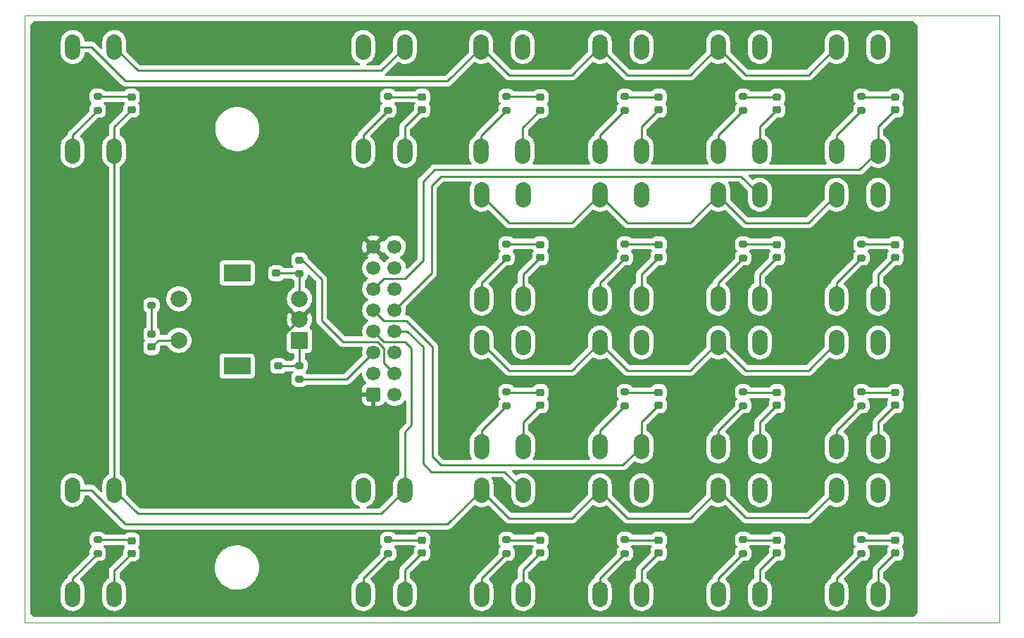
<source format=gbr>
%TF.GenerationSoftware,KiCad,Pcbnew,(6.0.7)*%
%TF.CreationDate,2022-10-17T13:11:33-04:00*%
%TF.ProjectId,FrontPanel,46726f6e-7450-4616-9e65-6c2e6b696361,rev?*%
%TF.SameCoordinates,Original*%
%TF.FileFunction,Copper,L2,Bot*%
%TF.FilePolarity,Positive*%
%FSLAX46Y46*%
G04 Gerber Fmt 4.6, Leading zero omitted, Abs format (unit mm)*
G04 Created by KiCad (PCBNEW (6.0.7)) date 2022-10-17 13:11:33*
%MOMM*%
%LPD*%
G01*
G04 APERTURE LIST*
G04 Aperture macros list*
%AMRoundRect*
0 Rectangle with rounded corners*
0 $1 Rounding radius*
0 $2 $3 $4 $5 $6 $7 $8 $9 X,Y pos of 4 corners*
0 Add a 4 corners polygon primitive as box body*
4,1,4,$2,$3,$4,$5,$6,$7,$8,$9,$2,$3,0*
0 Add four circle primitives for the rounded corners*
1,1,$1+$1,$2,$3*
1,1,$1+$1,$4,$5*
1,1,$1+$1,$6,$7*
1,1,$1+$1,$8,$9*
0 Add four rect primitives between the rounded corners*
20,1,$1+$1,$2,$3,$4,$5,0*
20,1,$1+$1,$4,$5,$6,$7,0*
20,1,$1+$1,$6,$7,$8,$9,0*
20,1,$1+$1,$8,$9,$2,$3,0*%
G04 Aperture macros list end*
%TA.AperFunction,Profile*%
%ADD10C,0.100000*%
%TD*%
%TA.AperFunction,ComponentPad*%
%ADD11O,1.850000X3.048000*%
%TD*%
%TA.AperFunction,ComponentPad*%
%ADD12R,2.000000X2.000000*%
%TD*%
%TA.AperFunction,ComponentPad*%
%ADD13C,2.000000*%
%TD*%
%TA.AperFunction,ComponentPad*%
%ADD14R,3.200000X2.000000*%
%TD*%
%TA.AperFunction,SMDPad,CuDef*%
%ADD15RoundRect,0.200000X0.275000X-0.200000X0.275000X0.200000X-0.275000X0.200000X-0.275000X-0.200000X0*%
%TD*%
%TA.AperFunction,SMDPad,CuDef*%
%ADD16RoundRect,0.225000X-0.250000X0.225000X-0.250000X-0.225000X0.250000X-0.225000X0.250000X0.225000X0*%
%TD*%
%TA.AperFunction,SMDPad,CuDef*%
%ADD17RoundRect,0.200000X-0.275000X0.200000X-0.275000X-0.200000X0.275000X-0.200000X0.275000X0.200000X0*%
%TD*%
%TA.AperFunction,ComponentPad*%
%ADD18RoundRect,0.250000X-0.600000X-0.600000X0.600000X-0.600000X0.600000X0.600000X-0.600000X0.600000X0*%
%TD*%
%TA.AperFunction,ComponentPad*%
%ADD19C,1.700000*%
%TD*%
%TA.AperFunction,Conductor*%
%ADD20C,0.250000*%
%TD*%
G04 APERTURE END LIST*
D10*
X156870400Y-13335000D02*
X274066000Y-13335000D01*
X274066000Y-13335000D02*
X274066000Y-86360000D01*
X274066000Y-86360000D02*
X156870400Y-86360000D01*
X156870400Y-86360000D02*
X156870400Y-13335000D01*
D11*
%TO.P,SW10,1,1*%
%TO.N,Net-(R_DBC_14-Pad1)*%
X225998400Y-34888000D03*
X225998400Y-47388000D03*
%TO.P,SW10,2,2*%
%TO.N,Net-(C_DBC_10-Pad2)*%
X230998400Y-47388000D03*
X230998400Y-34888000D03*
%TD*%
%TO.P,SW13,1,1*%
%TO.N,Net-(R_DBC_13-Pad1)*%
X240222400Y-17108000D03*
X240222400Y-29608000D03*
%TO.P,SW13,2,2*%
%TO.N,Net-(C_DBC_13-Pad2)*%
X245222400Y-17108000D03*
X245222400Y-29608000D03*
%TD*%
%TO.P,SW7,1,1*%
%TO.N,Net-(R_DBC_15-Pad1)*%
X211774400Y-52668000D03*
X211774400Y-65168000D03*
%TO.P,SW7,2,2*%
%TO.N,Net-(C_DBC_5-Pad2)*%
X216774400Y-52668000D03*
X216774400Y-65168000D03*
%TD*%
%TO.P,SW5,1,1*%
%TO.N,Net-(R_DBC_13-Pad1)*%
X211734400Y-29608000D03*
X211734400Y-17108000D03*
%TO.P,SW5,2,2*%
%TO.N,Net-(C_DBC_5-Pad2)*%
X216734400Y-29608000D03*
X216734400Y-17108000D03*
%TD*%
%TO.P,SW15,1,1*%
%TO.N,Net-(R_DBC_15-Pad1)*%
X240222400Y-52668000D03*
X240222400Y-65168000D03*
%TO.P,SW15,2,2*%
%TO.N,Net-(C_DBC_13-Pad2)*%
X245222400Y-65168000D03*
X245222400Y-52668000D03*
%TD*%
%TO.P,SW17,1,1*%
%TO.N,Net-(R_DBC_13-Pad1)*%
X254446400Y-17108000D03*
X254446400Y-29608000D03*
%TO.P,SW17,2,2*%
%TO.N,Net-(Front_Panel2-Pad11)*%
X259446400Y-17108000D03*
X259446400Y-29608000D03*
%TD*%
%TO.P,SW6,1,1*%
%TO.N,Net-(R_DBC_14-Pad1)*%
X211774400Y-34888000D03*
X211774400Y-47388000D03*
%TO.P,SW6,2,2*%
%TO.N,Net-(C_DBC_5-Pad2)*%
X216774400Y-34888000D03*
X216774400Y-47388000D03*
%TD*%
%TO.P,SW18,1,1*%
%TO.N,Net-(R_DBC_14-Pad1)*%
X254446400Y-34888000D03*
X254446400Y-47388000D03*
%TO.P,SW18,2,2*%
%TO.N,Net-(Front_Panel2-Pad11)*%
X259446400Y-34888000D03*
X259446400Y-47388000D03*
%TD*%
%TO.P,SW20,1,1*%
%TO.N,Net-(R_DBC_16-Pad1)*%
X254446400Y-82948000D03*
X254446400Y-70448000D03*
%TO.P,SW20,2,2*%
%TO.N,Net-(Front_Panel2-Pad11)*%
X259446400Y-82948000D03*
X259446400Y-70448000D03*
%TD*%
%TO.P,SW3,1,1*%
%TO.N,Net-(R_DBC_15-Pad1)*%
X197550400Y-82948000D03*
X197550400Y-70448000D03*
%TO.P,SW3,2,2*%
%TO.N,Net-(C_DBC_1-Pad2)*%
X202550400Y-70448000D03*
X202550400Y-82948000D03*
%TD*%
%TO.P,SW9,1,1*%
%TO.N,Net-(R_DBC_13-Pad1)*%
X225998400Y-17108000D03*
X225998400Y-29608000D03*
%TO.P,SW9,2,2*%
%TO.N,Net-(C_DBC_10-Pad2)*%
X230998400Y-29608000D03*
X230998400Y-17108000D03*
%TD*%
%TO.P,SW14,1,1*%
%TO.N,Net-(R_DBC_14-Pad1)*%
X240222400Y-47388000D03*
X240222400Y-34888000D03*
%TO.P,SW14,2,2*%
%TO.N,Net-(C_DBC_13-Pad2)*%
X245222400Y-47388000D03*
X245222400Y-34888000D03*
%TD*%
%TO.P,SW19,1,1*%
%TO.N,Net-(R_DBC_15-Pad1)*%
X254446400Y-52668000D03*
X254446400Y-65168000D03*
%TO.P,SW19,2,2*%
%TO.N,Net-(Front_Panel2-Pad11)*%
X259446400Y-65168000D03*
X259446400Y-52668000D03*
%TD*%
%TO.P,SW8,1,1*%
%TO.N,Net-(R_DBC_16-Pad1)*%
X211774400Y-70448000D03*
X211774400Y-82948000D03*
%TO.P,SW8,2,2*%
%TO.N,Net-(C_DBC_5-Pad2)*%
X216774400Y-70448000D03*
X216774400Y-82948000D03*
%TD*%
%TO.P,SW16,1,1*%
%TO.N,Net-(R_DBC_16-Pad1)*%
X240222400Y-82948000D03*
X240222400Y-70448000D03*
%TO.P,SW16,2,2*%
%TO.N,Net-(C_DBC_13-Pad2)*%
X245222400Y-82948000D03*
X245222400Y-70448000D03*
%TD*%
D12*
%TO.P,RotaryEncoder+Switch1,A,A*%
%TO.N,Net-(C_DBC_22-Pad1)*%
X189890400Y-52411000D03*
D13*
%TO.P,RotaryEncoder+Switch1,B,B*%
%TO.N,Net-(C_DBC_21-Pad2)*%
X189890400Y-47411000D03*
%TO.P,RotaryEncoder+Switch1,C,C*%
%TO.N,Net-(C_DBC_21-Pad1)*%
X189890400Y-49911000D03*
D14*
%TO.P,RotaryEncoder+Switch1,MP*%
%TO.N,N/C*%
X182390400Y-55511000D03*
X182390400Y-44311000D03*
D13*
%TO.P,RotaryEncoder+Switch1,S1,S1*%
%TO.N,Net-(Front_Panel2-Pad6)*%
X175390400Y-47411000D03*
%TO.P,RotaryEncoder+Switch1,S2,S2*%
%TO.N,Net-(C_DBC_23-Pad2)*%
X175390400Y-52411000D03*
%TD*%
D11*
%TO.P,SW1,1,1*%
%TO.N,Net-(R_DBC_13-Pad1)*%
X162625400Y-17108000D03*
X162625400Y-29608000D03*
%TO.P,SW1,2,2*%
%TO.N,Net-(C_DBC_1-Pad2)*%
X167625400Y-29608000D03*
X167625400Y-17108000D03*
%TD*%
%TO.P,SW2,1,1*%
%TO.N,Net-(R_DBC_14-Pad1)*%
X197550400Y-29608000D03*
X197550400Y-17108000D03*
%TO.P,SW2,2,2*%
%TO.N,Net-(C_DBC_1-Pad2)*%
X202550400Y-29608000D03*
X202550400Y-17108000D03*
%TD*%
%TO.P,SW12,1,1*%
%TO.N,Net-(R_DBC_16-Pad1)*%
X225998400Y-70448000D03*
X225998400Y-82948000D03*
%TO.P,SW12,2,2*%
%TO.N,Net-(C_DBC_10-Pad2)*%
X230998400Y-82948000D03*
X230998400Y-70448000D03*
%TD*%
%TO.P,SW11,1,1*%
%TO.N,Net-(R_DBC_15-Pad1)*%
X225998400Y-65168000D03*
X225998400Y-52668000D03*
%TO.P,SW11,2,2*%
%TO.N,Net-(C_DBC_10-Pad2)*%
X230998400Y-65168000D03*
X230998400Y-52668000D03*
%TD*%
%TO.P,SW4,1,1*%
%TO.N,Net-(R_DBC_16-Pad1)*%
X162625400Y-82948000D03*
X162625400Y-70448000D03*
%TO.P,SW4,2,2*%
%TO.N,Net-(C_DBC_1-Pad2)*%
X167625400Y-70448000D03*
X167625400Y-82948000D03*
%TD*%
D15*
%TO.P,R_DBC_8,1*%
%TO.N,Net-(R_DBC_16-Pad1)*%
X214782400Y-78041000D03*
%TO.P,R_DBC_8,2*%
%TO.N,Net-(C_DBC_8-Pad1)*%
X214782400Y-76391000D03*
%TD*%
D16*
%TO.P,C_DBC_3,1*%
%TO.N,Net-(C_DBC_3-Pad1)*%
X204622400Y-76441000D03*
%TO.P,C_DBC_3,2*%
%TO.N,Net-(C_DBC_1-Pad2)*%
X204622400Y-77991000D03*
%TD*%
%TO.P,C_DBC_2,1*%
%TO.N,Net-(C_DBC_2-Pad1)*%
X204622400Y-23101000D03*
%TO.P,C_DBC_2,2*%
%TO.N,Net-(C_DBC_1-Pad2)*%
X204622400Y-24651000D03*
%TD*%
%TO.P,C_DBC_5,1*%
%TO.N,Net-(C_DBC_5-Pad1)*%
X218846400Y-23151000D03*
%TO.P,C_DBC_5,2*%
%TO.N,Net-(C_DBC_5-Pad2)*%
X218846400Y-24701000D03*
%TD*%
%TO.P,C_DBC_6,1*%
%TO.N,Net-(C_DBC_6-Pad1)*%
X218846400Y-40881000D03*
%TO.P,C_DBC_6,2*%
%TO.N,Net-(C_DBC_5-Pad2)*%
X218846400Y-42431000D03*
%TD*%
D15*
%TO.P,R_DBC_5,1*%
%TO.N,Net-(R_DBC_13-Pad1)*%
X214782400Y-24701000D03*
%TO.P,R_DBC_5,2*%
%TO.N,Net-(C_DBC_5-Pad1)*%
X214782400Y-23051000D03*
%TD*%
%TO.P,R_DBC_4,1*%
%TO.N,Net-(R_DBC_16-Pad1)*%
X165633400Y-78041000D03*
%TO.P,R_DBC_4,2*%
%TO.N,Net-(C_DBC_4-Pad1)*%
X165633400Y-76391000D03*
%TD*%
%TO.P,R_DBC_20,1*%
%TO.N,Net-(R_DBC_16-Pad1)*%
X257454400Y-78041000D03*
%TO.P,R_DBC_20,2*%
%TO.N,Net-(C_DBC_20-Pad1)*%
X257454400Y-76391000D03*
%TD*%
D16*
%TO.P,C_DBC_9,1*%
%TO.N,Net-(C_DBC_9-Pad1)*%
X233070400Y-23101000D03*
%TO.P,C_DBC_9,2*%
%TO.N,Net-(C_DBC_10-Pad2)*%
X233070400Y-24651000D03*
%TD*%
%TO.P,C_DBC_17,1*%
%TO.N,Net-(C_DBC_17-Pad1)*%
X261518400Y-23101000D03*
%TO.P,C_DBC_17,2*%
%TO.N,Net-(Front_Panel2-Pad11)*%
X261518400Y-24651000D03*
%TD*%
%TO.P,C_DBC_23,1*%
%TO.N,Net-(C_DBC_23-Pad1)*%
X172110400Y-51676000D03*
%TO.P,C_DBC_23,2*%
%TO.N,Net-(C_DBC_23-Pad2)*%
X172110400Y-53226000D03*
%TD*%
D15*
%TO.P,R_DBC_15,1*%
%TO.N,Net-(R_DBC_15-Pad1)*%
X243230400Y-60261000D03*
%TO.P,R_DBC_15,2*%
%TO.N,Net-(C_DBC_15-Pad1)*%
X243230400Y-58611000D03*
%TD*%
D16*
%TO.P,C_DBC_12,1*%
%TO.N,Net-(C_DBC_12-Pad1)*%
X233070400Y-76441000D03*
%TO.P,C_DBC_12,2*%
%TO.N,Net-(C_DBC_10-Pad2)*%
X233070400Y-77991000D03*
%TD*%
D15*
%TO.P,R_DBC_7,1*%
%TO.N,Net-(R_DBC_15-Pad1)*%
X214782400Y-60261000D03*
%TO.P,R_DBC_7,2*%
%TO.N,Net-(C_DBC_7-Pad1)*%
X214782400Y-58611000D03*
%TD*%
%TO.P,R_DBC_14,1*%
%TO.N,Net-(R_DBC_14-Pad1)*%
X243230400Y-42481000D03*
%TO.P,R_DBC_14,2*%
%TO.N,Net-(C_DBC_14-Pad1)*%
X243230400Y-40831000D03*
%TD*%
D16*
%TO.P,C_DBC_20,1*%
%TO.N,Net-(C_DBC_20-Pad1)*%
X261518400Y-76441000D03*
%TO.P,C_DBC_20,2*%
%TO.N,Net-(Front_Panel2-Pad11)*%
X261518400Y-77991000D03*
%TD*%
D17*
%TO.P,R_DBC_21,1*%
%TO.N,Net-(Front_Panel2-Pad4)*%
X189890400Y-42736000D03*
%TO.P,R_DBC_21,2*%
%TO.N,Net-(C_DBC_21-Pad2)*%
X189890400Y-44386000D03*
%TD*%
%TO.P,R_DBC_23,1*%
%TO.N,Net-(C_DBC_21-Pad1)*%
X172110400Y-46546000D03*
%TO.P,R_DBC_23,2*%
%TO.N,Net-(C_DBC_23-Pad1)*%
X172110400Y-48196000D03*
%TD*%
D16*
%TO.P,C_DBC_8,1*%
%TO.N,Net-(C_DBC_8-Pad1)*%
X218846400Y-76441000D03*
%TO.P,C_DBC_8,2*%
%TO.N,Net-(C_DBC_5-Pad2)*%
X218846400Y-77991000D03*
%TD*%
%TO.P,C_DBC_1,1*%
%TO.N,Net-(C_DBC_1-Pad1)*%
X169697400Y-23101000D03*
%TO.P,C_DBC_1,2*%
%TO.N,Net-(C_DBC_1-Pad2)*%
X169697400Y-24651000D03*
%TD*%
D15*
%TO.P,R_DBC_9,1*%
%TO.N,Net-(R_DBC_13-Pad1)*%
X229006400Y-24701000D03*
%TO.P,R_DBC_9,2*%
%TO.N,Net-(C_DBC_9-Pad1)*%
X229006400Y-23051000D03*
%TD*%
D16*
%TO.P,C_DBC_10,1*%
%TO.N,Net-(C_DBC_10-Pad1)*%
X233070400Y-40881000D03*
%TO.P,C_DBC_10,2*%
%TO.N,Net-(C_DBC_10-Pad2)*%
X233070400Y-42431000D03*
%TD*%
D15*
%TO.P,R_DBC_16,1*%
%TO.N,Net-(R_DBC_16-Pad1)*%
X243230400Y-78041000D03*
%TO.P,R_DBC_16,2*%
%TO.N,Net-(C_DBC_16-Pad1)*%
X243230400Y-76391000D03*
%TD*%
D18*
%TO.P,Front_Panel2,1,Pin_1*%
%TO.N,Net-(C_DBC_21-Pad1)*%
X198789900Y-58928000D03*
D19*
%TO.P,Front_Panel2,2,Pin_2*%
%TO.N,Net-(Front_Panel2-Pad2)*%
X201329900Y-58928000D03*
%TO.P,Front_Panel2,3,Pin_3*%
%TO.N,Net-(Front_Panel2-Pad3)*%
X198789900Y-56388000D03*
%TO.P,Front_Panel2,4,Pin_4*%
%TO.N,Net-(Front_Panel2-Pad4)*%
X201329900Y-56388000D03*
%TO.P,Front_Panel2,5,Pin_5*%
%TO.N,Net-(Front_Panel2-Pad5)*%
X198789900Y-53848000D03*
%TO.P,Front_Panel2,6,Pin_6*%
%TO.N,Net-(Front_Panel2-Pad6)*%
X201329900Y-53848000D03*
%TO.P,Front_Panel2,7,Pin_7*%
%TO.N,Net-(C_DBC_1-Pad2)*%
X198789900Y-51308000D03*
%TO.P,Front_Panel2,8,Pin_8*%
%TO.N,Net-(C_DBC_5-Pad2)*%
X201329900Y-51308000D03*
%TO.P,Front_Panel2,9,Pin_9*%
%TO.N,Net-(C_DBC_10-Pad2)*%
X198789900Y-48768000D03*
%TO.P,Front_Panel2,10,Pin_10*%
%TO.N,Net-(C_DBC_13-Pad2)*%
X201329900Y-48768000D03*
%TO.P,Front_Panel2,11,Pin_11*%
%TO.N,Net-(Front_Panel2-Pad11)*%
X198789900Y-46228000D03*
%TO.P,Front_Panel2,12,Pin_12*%
%TO.N,Net-(R_DBC_13-Pad1)*%
X201329900Y-46228000D03*
%TO.P,Front_Panel2,13,Pin_13*%
%TO.N,Net-(R_DBC_14-Pad1)*%
X198789900Y-43688000D03*
%TO.P,Front_Panel2,14,Pin_14*%
%TO.N,Net-(R_DBC_15-Pad1)*%
X201329900Y-43688000D03*
%TO.P,Front_Panel2,15,Pin_15*%
%TO.N,Net-(C_DBC_21-Pad1)*%
X198789900Y-41148000D03*
%TO.P,Front_Panel2,16,Pin_16*%
%TO.N,Net-(R_DBC_16-Pad1)*%
X201329900Y-41148000D03*
%TD*%
D15*
%TO.P,R_DBC_10,1*%
%TO.N,Net-(R_DBC_14-Pad1)*%
X229006400Y-42481000D03*
%TO.P,R_DBC_10,2*%
%TO.N,Net-(C_DBC_10-Pad1)*%
X229006400Y-40831000D03*
%TD*%
%TO.P,R_DBC_1,1*%
%TO.N,Net-(R_DBC_13-Pad1)*%
X165633400Y-24701000D03*
%TO.P,R_DBC_1,2*%
%TO.N,Net-(C_DBC_1-Pad1)*%
X165633400Y-23051000D03*
%TD*%
D16*
%TO.P,C_DBC_16,1*%
%TO.N,Net-(C_DBC_16-Pad1)*%
X247294400Y-76441000D03*
%TO.P,C_DBC_16,2*%
%TO.N,Net-(C_DBC_13-Pad2)*%
X247294400Y-77991000D03*
%TD*%
D15*
%TO.P,R_DBC_12,1*%
%TO.N,Net-(R_DBC_16-Pad1)*%
X229006400Y-78041000D03*
%TO.P,R_DBC_12,2*%
%TO.N,Net-(C_DBC_12-Pad1)*%
X229006400Y-76391000D03*
%TD*%
D16*
%TO.P,C_DBC_4,1*%
%TO.N,Net-(C_DBC_4-Pad1)*%
X169697400Y-76517000D03*
%TO.P,C_DBC_4,2*%
%TO.N,Net-(C_DBC_1-Pad2)*%
X169697400Y-78067000D03*
%TD*%
D15*
%TO.P,R_DBC_3,1*%
%TO.N,Net-(R_DBC_15-Pad1)*%
X200558400Y-78041000D03*
%TO.P,R_DBC_3,2*%
%TO.N,Net-(C_DBC_3-Pad1)*%
X200558400Y-76391000D03*
%TD*%
%TO.P,R_DBC_17,1*%
%TO.N,Net-(R_DBC_13-Pad1)*%
X257454400Y-24701000D03*
%TO.P,R_DBC_17,2*%
%TO.N,Net-(C_DBC_17-Pad1)*%
X257454400Y-23051000D03*
%TD*%
D16*
%TO.P,C_DBC_22,1*%
%TO.N,Net-(C_DBC_22-Pad1)*%
X187350400Y-55486000D03*
%TO.P,C_DBC_22,2*%
%TO.N,Net-(C_DBC_21-Pad1)*%
X187350400Y-57036000D03*
%TD*%
%TO.P,C_DBC_14,1*%
%TO.N,Net-(C_DBC_14-Pad1)*%
X247294400Y-40881000D03*
%TO.P,C_DBC_14,2*%
%TO.N,Net-(C_DBC_13-Pad2)*%
X247294400Y-42431000D03*
%TD*%
D15*
%TO.P,R_DBC_2,1*%
%TO.N,Net-(R_DBC_14-Pad1)*%
X200558400Y-24701000D03*
%TO.P,R_DBC_2,2*%
%TO.N,Net-(C_DBC_2-Pad1)*%
X200558400Y-23051000D03*
%TD*%
D17*
%TO.P,R_DBC_22,1*%
%TO.N,Net-(C_DBC_22-Pad1)*%
X189890400Y-55436000D03*
%TO.P,R_DBC_22,2*%
%TO.N,Net-(Front_Panel2-Pad5)*%
X189890400Y-57086000D03*
%TD*%
D16*
%TO.P,C_DBC_21,1*%
%TO.N,Net-(C_DBC_21-Pad1)*%
X187096400Y-42786000D03*
%TO.P,C_DBC_21,2*%
%TO.N,Net-(C_DBC_21-Pad2)*%
X187096400Y-44336000D03*
%TD*%
D15*
%TO.P,R_DBC_13,1*%
%TO.N,Net-(R_DBC_13-Pad1)*%
X243230400Y-24701000D03*
%TO.P,R_DBC_13,2*%
%TO.N,Net-(C_DBC_13-Pad1)*%
X243230400Y-23051000D03*
%TD*%
%TO.P,R_DBC_19,1*%
%TO.N,Net-(R_DBC_15-Pad1)*%
X257454400Y-60261000D03*
%TO.P,R_DBC_19,2*%
%TO.N,Net-(C_DBC_19-Pad1)*%
X257454400Y-58611000D03*
%TD*%
%TO.P,R_DBC_11,1*%
%TO.N,Net-(R_DBC_15-Pad1)*%
X229006400Y-60261000D03*
%TO.P,R_DBC_11,2*%
%TO.N,Net-(C_DBC_11-Pad1)*%
X229006400Y-58611000D03*
%TD*%
D16*
%TO.P,C_DBC_7,1*%
%TO.N,Net-(C_DBC_7-Pad1)*%
X218846400Y-58661000D03*
%TO.P,C_DBC_7,2*%
%TO.N,Net-(C_DBC_5-Pad2)*%
X218846400Y-60211000D03*
%TD*%
%TO.P,C_DBC_11,1*%
%TO.N,Net-(C_DBC_11-Pad1)*%
X233070400Y-58661000D03*
%TO.P,C_DBC_11,2*%
%TO.N,Net-(C_DBC_10-Pad2)*%
X233070400Y-60211000D03*
%TD*%
%TO.P,C_DBC_15,1*%
%TO.N,Net-(C_DBC_15-Pad1)*%
X247294400Y-58661000D03*
%TO.P,C_DBC_15,2*%
%TO.N,Net-(C_DBC_13-Pad2)*%
X247294400Y-60211000D03*
%TD*%
%TO.P,C_DBC_13,1*%
%TO.N,Net-(C_DBC_13-Pad1)*%
X247294400Y-23101000D03*
%TO.P,C_DBC_13,2*%
%TO.N,Net-(C_DBC_13-Pad2)*%
X247294400Y-24651000D03*
%TD*%
%TO.P,C_DBC_19,1*%
%TO.N,Net-(C_DBC_19-Pad1)*%
X261518400Y-58661000D03*
%TO.P,C_DBC_19,2*%
%TO.N,Net-(Front_Panel2-Pad11)*%
X261518400Y-60211000D03*
%TD*%
%TO.P,C_DBC_18,1*%
%TO.N,Net-(C_DBC_18-Pad1)*%
X261518400Y-40881000D03*
%TO.P,C_DBC_18,2*%
%TO.N,Net-(Front_Panel2-Pad11)*%
X261518400Y-42431000D03*
%TD*%
D15*
%TO.P,R_DBC_18,1*%
%TO.N,Net-(R_DBC_14-Pad1)*%
X257454400Y-42481000D03*
%TO.P,R_DBC_18,2*%
%TO.N,Net-(C_DBC_18-Pad1)*%
X257454400Y-40831000D03*
%TD*%
%TO.P,R_DBC_6,1*%
%TO.N,Net-(R_DBC_14-Pad1)*%
X214782400Y-42481000D03*
%TO.P,R_DBC_6,2*%
%TO.N,Net-(C_DBC_6-Pad1)*%
X214782400Y-40831000D03*
%TD*%
D20*
%TO.N,Net-(Front_Panel2-Pad4)*%
X195097400Y-52578000D02*
X192557400Y-50038000D01*
X192557400Y-45085000D02*
X190208400Y-42736000D01*
X201329900Y-56388000D02*
X200050400Y-55108500D01*
X200050400Y-55108500D02*
X200050400Y-53340000D01*
X192557400Y-50038000D02*
X192557400Y-45085000D01*
X200050400Y-53340000D02*
X199288400Y-52578000D01*
X199288400Y-52578000D02*
X195097400Y-52578000D01*
%TO.N,Net-(Front_Panel2-Pad5)*%
X195551900Y-57086000D02*
X198789900Y-53848000D01*
X189890400Y-57086000D02*
X195551900Y-57086000D01*
%TO.N,Net-(C_DBC_1-Pad1)*%
X165633400Y-23051000D02*
X169647400Y-23051000D01*
%TO.N,Net-(C_DBC_1-Pad2)*%
X167622400Y-17108000D02*
X170453400Y-19939000D01*
X170456400Y-73279000D02*
X199719400Y-73279000D01*
X200059900Y-52578000D02*
X202590400Y-52578000D01*
X203352400Y-53340000D02*
X203352400Y-62611000D01*
X202550400Y-26723000D02*
X202550400Y-29608000D01*
X204622400Y-77991000D02*
X202550400Y-80063000D01*
X199719400Y-73279000D02*
X202550400Y-70448000D01*
X202550400Y-63413000D02*
X202550400Y-70448000D01*
X170453400Y-19939000D02*
X199716400Y-19939000D01*
X203352400Y-62611000D02*
X202550400Y-63413000D01*
X169697400Y-24651000D02*
X167625400Y-26723000D01*
X167625400Y-80139000D02*
X167625400Y-82948000D01*
X202550400Y-80063000D02*
X202550400Y-82948000D01*
X198789900Y-51308000D02*
X200059900Y-52578000D01*
X167625400Y-29608000D02*
X167625400Y-70448000D01*
X167625400Y-70448000D02*
X170456400Y-73279000D01*
X199716400Y-19939000D02*
X202547400Y-17108000D01*
X169697400Y-78067000D02*
X167625400Y-80139000D01*
X167625400Y-26723000D02*
X167625400Y-29608000D01*
X204622400Y-24651000D02*
X202550400Y-26723000D01*
X202590400Y-52578000D02*
X203352400Y-53340000D01*
%TO.N,Net-(C_DBC_2-Pad1)*%
X200558400Y-23114000D02*
X204572400Y-23114000D01*
%TO.N,Net-(C_DBC_3-Pad1)*%
X200583400Y-76454000D02*
X204597400Y-76454000D01*
%TO.N,Net-(C_DBC_4-Pad1)*%
X165633400Y-76391000D02*
X169571400Y-76391000D01*
%TO.N,Net-(C_DBC_5-Pad1)*%
X214782400Y-23051000D02*
X218746400Y-23051000D01*
%TO.N,Net-(C_DBC_5-Pad2)*%
X201329900Y-51308000D02*
X202844400Y-51308000D01*
X218846400Y-24701000D02*
X216734400Y-26813000D01*
X216774400Y-62283000D02*
X216774400Y-65168000D01*
X218846400Y-42431000D02*
X216774400Y-44503000D01*
X216734400Y-26813000D02*
X216734400Y-29608000D01*
X204749400Y-67233800D02*
X205740000Y-68224400D01*
X216774400Y-80063000D02*
X216774400Y-82948000D01*
X218846400Y-77991000D02*
X216774400Y-80063000D01*
X218846400Y-60211000D02*
X216774400Y-62283000D01*
X214550800Y-68224400D02*
X216774400Y-70448000D01*
X204749400Y-53213000D02*
X204749400Y-67233800D01*
X205740000Y-68224400D02*
X214550800Y-68224400D01*
X202844400Y-51308000D02*
X204749400Y-53213000D01*
X216774400Y-44503000D02*
X216774400Y-47388000D01*
%TO.N,Net-(C_DBC_6-Pad1)*%
X214782400Y-40818000D02*
X218746400Y-40818000D01*
%TO.N,Net-(C_DBC_7-Pad1)*%
X214822400Y-58721000D02*
X218786400Y-58721000D01*
%TO.N,Net-(C_DBC_8-Pad1)*%
X214782400Y-76454000D02*
X218746400Y-76454000D01*
%TO.N,Net-(C_DBC_9-Pad1)*%
X229031400Y-23114000D02*
X233045400Y-23114000D01*
%TO.N,Net-(C_DBC_10-Pad2)*%
X230998400Y-62283000D02*
X230998400Y-65168000D01*
X230998400Y-80063000D02*
X230998400Y-82948000D01*
X205892400Y-66421000D02*
X206883000Y-67411600D01*
X233070400Y-24651000D02*
X230998400Y-26723000D01*
X198789900Y-48768000D02*
X200064178Y-50042278D01*
X230998400Y-44503000D02*
X230998400Y-47388000D01*
X202721678Y-50042278D02*
X205892400Y-53213000D01*
X230998400Y-26723000D02*
X230998400Y-29608000D01*
X233070400Y-77991000D02*
X230998400Y-80063000D01*
X233070400Y-60211000D02*
X230998400Y-62283000D01*
X205892400Y-53213000D02*
X205892400Y-66421000D01*
X206883000Y-67411600D02*
X228754800Y-67411600D01*
X228754800Y-67411600D02*
X230998400Y-65168000D01*
X200064178Y-50042278D02*
X202721678Y-50042278D01*
X233070400Y-42431000D02*
X230998400Y-44503000D01*
%TO.N,Net-(C_DBC_10-Pad1)*%
X229006400Y-40818000D02*
X233020400Y-40818000D01*
%TO.N,Net-(C_DBC_11-Pad1)*%
X229046400Y-58721000D02*
X233060400Y-58721000D01*
%TO.N,Net-(C_DBC_12-Pad1)*%
X229006400Y-76454000D02*
X233020400Y-76454000D01*
%TO.N,Net-(C_DBC_13-Pad1)*%
X243230400Y-23114000D02*
X247244400Y-23114000D01*
%TO.N,Net-(C_DBC_13-Pad2)*%
X245222400Y-26723000D02*
X245222400Y-29608000D01*
X247294400Y-24651000D02*
X245222400Y-26723000D01*
X205765400Y-44332500D02*
X205765400Y-33782000D01*
X206883000Y-32664400D02*
X242998800Y-32664400D01*
X242998800Y-32664400D02*
X245222400Y-34888000D01*
X245222400Y-44503000D02*
X245222400Y-47388000D01*
X205765400Y-33782000D02*
X206883000Y-32664400D01*
X247294400Y-77991000D02*
X245222400Y-80063000D01*
X247294400Y-60211000D02*
X245222400Y-62283000D01*
X247294400Y-42431000D02*
X245222400Y-44503000D01*
X245222400Y-62283000D02*
X245222400Y-65168000D01*
X201329900Y-48768000D02*
X205765400Y-44332500D01*
X245222400Y-80063000D02*
X245222400Y-82948000D01*
%TO.N,Net-(C_DBC_14-Pad1)*%
X243230400Y-40818000D02*
X247244400Y-40818000D01*
%TO.N,Net-(C_DBC_15-Pad1)*%
X243270400Y-58721000D02*
X247284400Y-58721000D01*
%TO.N,Net-(C_DBC_16-Pad1)*%
X243230400Y-76454000D02*
X247244400Y-76454000D01*
%TO.N,Net-(C_DBC_17-Pad1)*%
X257454400Y-23114000D02*
X261468400Y-23114000D01*
%TO.N,Net-(Front_Panel2-Pad11)*%
X204749400Y-33248600D02*
X206146400Y-31851600D01*
X261518400Y-42431000D02*
X259446400Y-44503000D01*
X198789900Y-46228000D02*
X200059900Y-44958000D01*
X204749400Y-42799000D02*
X204749400Y-33248600D01*
X206146400Y-31851600D02*
X257202800Y-31851600D01*
X257202800Y-31851600D02*
X259446400Y-29608000D01*
X200059900Y-44958000D02*
X202590400Y-44958000D01*
X261518400Y-77991000D02*
X259446400Y-80063000D01*
X261518400Y-24651000D02*
X259446400Y-26723000D01*
X261518400Y-60211000D02*
X259446400Y-62283000D01*
X202590400Y-44958000D02*
X204749400Y-42799000D01*
X259446400Y-80063000D02*
X259446400Y-82948000D01*
X259446400Y-26723000D02*
X259446400Y-29608000D01*
X259446400Y-62283000D02*
X259446400Y-65168000D01*
X259446400Y-44503000D02*
X259446400Y-47388000D01*
%TO.N,Net-(C_DBC_18-Pad1)*%
X257454400Y-40818000D02*
X261468400Y-40818000D01*
%TO.N,Net-(C_DBC_19-Pad1)*%
X257494400Y-58721000D02*
X261508400Y-58721000D01*
%TO.N,Net-(C_DBC_20-Pad1)*%
X257479400Y-76454000D02*
X261493400Y-76454000D01*
%TO.N,Net-(C_DBC_21-Pad1)*%
X187350400Y-57036000D02*
X186474400Y-57036000D01*
X185826400Y-56388000D02*
X185826400Y-53975000D01*
X186220400Y-42786000D02*
X185572400Y-43434000D01*
X185572400Y-43434000D02*
X185572400Y-45593000D01*
X185826400Y-53975000D02*
X189890400Y-49911000D01*
X187096400Y-42786000D02*
X186220400Y-42786000D01*
X186474400Y-57036000D02*
X185826400Y-56388000D01*
X185572400Y-45593000D02*
X189890400Y-49911000D01*
%TO.N,Net-(C_DBC_21-Pad2)*%
X187096400Y-44336000D02*
X189840400Y-44336000D01*
X189890400Y-44386000D02*
X189890400Y-47411000D01*
%TO.N,Net-(C_DBC_22-Pad1)*%
X189890400Y-55436000D02*
X189890400Y-52411000D01*
X187350400Y-55486000D02*
X189840400Y-55486000D01*
%TO.N,Net-(C_DBC_23-Pad1)*%
X172110400Y-51676000D02*
X172110400Y-48196000D01*
%TO.N,Net-(C_DBC_23-Pad2)*%
X172110400Y-53226000D02*
X172925400Y-52411000D01*
X172925400Y-52411000D02*
X175390400Y-52411000D01*
%TO.N,Net-(R_DBC_13-Pad1)*%
X254446400Y-28204000D02*
X254446400Y-30103000D01*
X222637900Y-20465500D02*
X215091900Y-20465500D01*
X162622400Y-17108000D02*
X164878217Y-17108000D01*
X225976900Y-17126500D02*
X222637900Y-20465500D01*
X243230400Y-24701000D02*
X240222400Y-27709000D01*
X240222400Y-27709000D02*
X240222400Y-29608000D01*
X225998400Y-27709000D02*
X225998400Y-29608000D01*
X215091900Y-20465500D02*
X211752900Y-17126500D01*
X165633400Y-24701000D02*
X162625400Y-27709000D01*
X168979217Y-21209000D02*
X207670400Y-21209000D01*
X240200900Y-17126500D02*
X236861900Y-20465500D01*
X240222400Y-28204000D02*
X240222400Y-30103000D01*
X164878217Y-17108000D02*
X168979217Y-21209000D01*
X207670400Y-21209000D02*
X211771400Y-17108000D01*
X225998400Y-28204000D02*
X225998400Y-30103000D01*
X251085900Y-20465500D02*
X243539900Y-20465500D01*
X211734400Y-27749000D02*
X211734400Y-29608000D01*
X254446400Y-27709000D02*
X254446400Y-29608000D01*
X243539900Y-20465500D02*
X240200900Y-17126500D01*
X214782400Y-24701000D02*
X211734400Y-27749000D01*
X236861900Y-20465500D02*
X229315900Y-20465500D01*
X229006400Y-24701000D02*
X225998400Y-27709000D01*
X162625400Y-27709000D02*
X162625400Y-29608000D01*
X254424900Y-17126500D02*
X251085900Y-20465500D01*
X229315900Y-20465500D02*
X225976900Y-17126500D01*
X257454400Y-24701000D02*
X254446400Y-27709000D01*
%TO.N,Net-(R_DBC_14-Pad1)*%
X211774400Y-45489000D02*
X211774400Y-47388000D01*
X215091900Y-38245500D02*
X211752900Y-34906500D01*
X222637900Y-38245500D02*
X215091900Y-38245500D01*
X236861900Y-38245500D02*
X229315900Y-38245500D01*
X225998400Y-45489000D02*
X225998400Y-47388000D01*
X200558400Y-24701000D02*
X197550400Y-27709000D01*
X254424900Y-34906500D02*
X251085900Y-38245500D01*
X229315900Y-38245500D02*
X225976900Y-34906500D01*
X243539900Y-38245500D02*
X240200900Y-34906500D01*
X251085900Y-38245500D02*
X243539900Y-38245500D01*
X243230400Y-42481000D02*
X240222400Y-45489000D01*
X225976900Y-34906500D02*
X222637900Y-38245500D01*
X240222400Y-45489000D02*
X240222400Y-47388000D01*
X257454400Y-42481000D02*
X254446400Y-45489000D01*
X214782400Y-42481000D02*
X211774400Y-45489000D01*
X240200900Y-34906500D02*
X236861900Y-38245500D01*
X229006400Y-42481000D02*
X225998400Y-45489000D01*
X197550400Y-27709000D02*
X197550400Y-29608000D01*
X254446400Y-45489000D02*
X254446400Y-47388000D01*
%TO.N,Net-(R_DBC_15-Pad1)*%
X240222400Y-63269000D02*
X240222400Y-65168000D01*
X251085900Y-56025500D02*
X243539900Y-56025500D01*
X197550400Y-81049000D02*
X197550400Y-82948000D01*
X236861900Y-56025500D02*
X229315900Y-56025500D01*
X200558400Y-78041000D02*
X197550400Y-81049000D01*
X215091900Y-56025500D02*
X211752900Y-52686500D01*
X257454400Y-60261000D02*
X254446400Y-63269000D01*
X243230400Y-60261000D02*
X240222400Y-63269000D01*
X229006400Y-60261000D02*
X225998400Y-63269000D01*
X254446400Y-63269000D02*
X254446400Y-65168000D01*
X222637900Y-56025500D02*
X215091900Y-56025500D01*
X254424900Y-52686500D02*
X251085900Y-56025500D01*
X214782400Y-60261000D02*
X211774400Y-63269000D01*
X243539900Y-56025500D02*
X240200900Y-52686500D01*
X229315900Y-56025500D02*
X225976900Y-52686500D01*
X211774400Y-63269000D02*
X211774400Y-65168000D01*
X225998400Y-63269000D02*
X225998400Y-65168000D01*
X240200900Y-52686500D02*
X236861900Y-56025500D01*
X225976900Y-52686500D02*
X222637900Y-56025500D01*
%TO.N,Net-(R_DBC_16-Pad1)*%
X257454400Y-78041000D02*
X254446400Y-81049000D01*
X236861900Y-73805500D02*
X229315900Y-73805500D01*
X211774400Y-81049000D02*
X211774400Y-82948000D01*
X225998400Y-81049000D02*
X225998400Y-82948000D01*
X162625400Y-81049000D02*
X162625400Y-82948000D01*
X222637900Y-73805500D02*
X215091900Y-73805500D01*
X254446400Y-81049000D02*
X254446400Y-82948000D01*
X254446400Y-70448000D02*
X251107400Y-73787000D01*
X229315900Y-73805500D02*
X225976900Y-70466500D01*
X229006400Y-78041000D02*
X225998400Y-81049000D01*
X164881217Y-70448000D02*
X168982217Y-74549000D01*
X165633400Y-78041000D02*
X162625400Y-81049000D01*
X207673400Y-74549000D02*
X211774400Y-70448000D01*
X240222400Y-81049000D02*
X240222400Y-82948000D01*
X243230400Y-78041000D02*
X240222400Y-81049000D01*
X214782400Y-78041000D02*
X211774400Y-81049000D01*
X225976900Y-70466500D02*
X222637900Y-73805500D01*
X240200900Y-70466500D02*
X236861900Y-73805500D01*
X162625400Y-70448000D02*
X164881217Y-70448000D01*
X251107400Y-73787000D02*
X243561400Y-73787000D01*
X215091900Y-73805500D02*
X211752900Y-70466500D01*
X168982217Y-74549000D02*
X207673400Y-74549000D01*
X243561400Y-73787000D02*
X240222400Y-70448000D01*
%TD*%
%TA.AperFunction,Conductor*%
%TO.N,Net-(C_DBC_21-Pad1)*%
G36*
X263693331Y-13990002D02*
G01*
X263714305Y-14006905D01*
X264148495Y-14441095D01*
X264182521Y-14503407D01*
X264185400Y-14530190D01*
X264185400Y-85164810D01*
X264165398Y-85232931D01*
X264148495Y-85253905D01*
X263714305Y-85688095D01*
X263651993Y-85722121D01*
X263625210Y-85725000D01*
X158065590Y-85725000D01*
X157997469Y-85704998D01*
X157976495Y-85688095D01*
X157542305Y-85253905D01*
X157508279Y-85191593D01*
X157505400Y-85164810D01*
X157505400Y-83606757D01*
X161191900Y-83606757D01*
X161192112Y-83609330D01*
X161192112Y-83609341D01*
X161205878Y-83776779D01*
X161205879Y-83776785D01*
X161206302Y-83781930D01*
X161263727Y-84010551D01*
X161357722Y-84226723D01*
X161485760Y-84424641D01*
X161489239Y-84428464D01*
X161489241Y-84428467D01*
X161514258Y-84455960D01*
X161644405Y-84598989D01*
X161648456Y-84602188D01*
X161648460Y-84602192D01*
X161825339Y-84741883D01*
X161825343Y-84741885D01*
X161829394Y-84745085D01*
X162035761Y-84859005D01*
X162040630Y-84860729D01*
X162040634Y-84860731D01*
X162253089Y-84935965D01*
X162253093Y-84935966D01*
X162257964Y-84937691D01*
X162263057Y-84938598D01*
X162263060Y-84938599D01*
X162484944Y-84978123D01*
X162484950Y-84978124D01*
X162490033Y-84979029D01*
X162580877Y-84980139D01*
X162720570Y-84981846D01*
X162720572Y-84981846D01*
X162725739Y-84981909D01*
X162958749Y-84946253D01*
X163182807Y-84873020D01*
X163391896Y-84764175D01*
X163396029Y-84761072D01*
X163396032Y-84761070D01*
X163576265Y-84625747D01*
X163576268Y-84625745D01*
X163580400Y-84622642D01*
X163743257Y-84452223D01*
X163876093Y-84257492D01*
X163878269Y-84252805D01*
X163973164Y-84048372D01*
X163973166Y-84048367D01*
X163975341Y-84043681D01*
X164038335Y-83816532D01*
X164058900Y-83624102D01*
X164058900Y-82289243D01*
X164058688Y-82286659D01*
X164044922Y-82119221D01*
X164044921Y-82119215D01*
X164044498Y-82114070D01*
X163987073Y-81885449D01*
X163893078Y-81669277D01*
X163765040Y-81471359D01*
X163739943Y-81443777D01*
X163609873Y-81300833D01*
X163609871Y-81300832D01*
X163606395Y-81297011D01*
X163602344Y-81293812D01*
X163602340Y-81293808D01*
X163544972Y-81248502D01*
X163531455Y-81237827D01*
X163490393Y-81179911D01*
X163487161Y-81108988D01*
X163520453Y-81049851D01*
X165583899Y-78986405D01*
X165646211Y-78952379D01*
X165672994Y-78949500D01*
X165947014Y-78949499D01*
X165965034Y-78949499D01*
X165967892Y-78949236D01*
X165967901Y-78949236D01*
X166003404Y-78945974D01*
X166038462Y-78942753D01*
X166048530Y-78939598D01*
X166194850Y-78893744D01*
X166194852Y-78893743D01*
X166202099Y-78891472D01*
X166348781Y-78802639D01*
X166470039Y-78681381D01*
X166558872Y-78534699D01*
X166580814Y-78464684D01*
X166608152Y-78377446D01*
X166610153Y-78371062D01*
X166616900Y-78297635D01*
X166616899Y-77784366D01*
X166616634Y-77781474D01*
X166613374Y-77745996D01*
X166610153Y-77710938D01*
X166601849Y-77684441D01*
X166561144Y-77554550D01*
X166561143Y-77554548D01*
X166558872Y-77547301D01*
X166470039Y-77400619D01*
X166374515Y-77305095D01*
X166340489Y-77242783D01*
X166345554Y-77171968D01*
X166374515Y-77126905D01*
X166440015Y-77061405D01*
X166502327Y-77027379D01*
X166529110Y-77024500D01*
X168689402Y-77024500D01*
X168757523Y-77044502D01*
X168796545Y-77084196D01*
X168804778Y-77097500D01*
X168864167Y-77193471D01*
X168868648Y-77200713D01*
X168873830Y-77205886D01*
X168878375Y-77211620D01*
X168876455Y-77213142D01*
X168904945Y-77265206D01*
X168899944Y-77336026D01*
X168876518Y-77372552D01*
X168877557Y-77373372D01*
X168873019Y-77379118D01*
X168867848Y-77384298D01*
X168864008Y-77390528D01*
X168864007Y-77390529D01*
X168782655Y-77522507D01*
X168778098Y-77529899D01*
X168724251Y-77692243D01*
X168723551Y-77699080D01*
X168723550Y-77699082D01*
X168721858Y-77715601D01*
X168713900Y-77793268D01*
X168713900Y-78102406D01*
X168693898Y-78170527D01*
X168676995Y-78191501D01*
X167233147Y-79635348D01*
X167224861Y-79642888D01*
X167218382Y-79647000D01*
X167212957Y-79652777D01*
X167171757Y-79696651D01*
X167169002Y-79699493D01*
X167149265Y-79719230D01*
X167146785Y-79722427D01*
X167139082Y-79731447D01*
X167108814Y-79763679D01*
X167104995Y-79770625D01*
X167104993Y-79770628D01*
X167099052Y-79781434D01*
X167088201Y-79797953D01*
X167075786Y-79813959D01*
X167072641Y-79821228D01*
X167072638Y-79821232D01*
X167058226Y-79854537D01*
X167053009Y-79865187D01*
X167031705Y-79903940D01*
X167029734Y-79911615D01*
X167029734Y-79911616D01*
X167026667Y-79923562D01*
X167020263Y-79942266D01*
X167012219Y-79960855D01*
X167010980Y-79968678D01*
X167010977Y-79968688D01*
X167005301Y-80004524D01*
X167002895Y-80016144D01*
X166991900Y-80058970D01*
X166991900Y-80079224D01*
X166990349Y-80098934D01*
X166987180Y-80118943D01*
X166987926Y-80126835D01*
X166991341Y-80162961D01*
X166991900Y-80174819D01*
X166991900Y-80986134D01*
X166971898Y-81054255D01*
X166924083Y-81097895D01*
X166858904Y-81131825D01*
X166854771Y-81134928D01*
X166854768Y-81134930D01*
X166703505Y-81248502D01*
X166670400Y-81273358D01*
X166507543Y-81443777D01*
X166374707Y-81638508D01*
X166372533Y-81643192D01*
X166372531Y-81643195D01*
X166302646Y-81793750D01*
X166275459Y-81852319D01*
X166212465Y-82079468D01*
X166211916Y-82084605D01*
X166195027Y-82242640D01*
X166191900Y-82271898D01*
X166191900Y-83606757D01*
X166192112Y-83609330D01*
X166192112Y-83609341D01*
X166205878Y-83776779D01*
X166205879Y-83776785D01*
X166206302Y-83781930D01*
X166263727Y-84010551D01*
X166357722Y-84226723D01*
X166485760Y-84424641D01*
X166489239Y-84428464D01*
X166489241Y-84428467D01*
X166514258Y-84455960D01*
X166644405Y-84598989D01*
X166648456Y-84602188D01*
X166648460Y-84602192D01*
X166825339Y-84741883D01*
X166825343Y-84741885D01*
X166829394Y-84745085D01*
X167035761Y-84859005D01*
X167040630Y-84860729D01*
X167040634Y-84860731D01*
X167253089Y-84935965D01*
X167253093Y-84935966D01*
X167257964Y-84937691D01*
X167263057Y-84938598D01*
X167263060Y-84938599D01*
X167484944Y-84978123D01*
X167484950Y-84978124D01*
X167490033Y-84979029D01*
X167580877Y-84980139D01*
X167720570Y-84981846D01*
X167720572Y-84981846D01*
X167725739Y-84981909D01*
X167958749Y-84946253D01*
X168182807Y-84873020D01*
X168391896Y-84764175D01*
X168396029Y-84761072D01*
X168396032Y-84761070D01*
X168576265Y-84625747D01*
X168576268Y-84625745D01*
X168580400Y-84622642D01*
X168743257Y-84452223D01*
X168876093Y-84257492D01*
X168878269Y-84252805D01*
X168973164Y-84048372D01*
X168973166Y-84048367D01*
X168975341Y-84043681D01*
X169038335Y-83816532D01*
X169058900Y-83624102D01*
X169058900Y-83606757D01*
X196116900Y-83606757D01*
X196117112Y-83609330D01*
X196117112Y-83609341D01*
X196130878Y-83776779D01*
X196130879Y-83776785D01*
X196131302Y-83781930D01*
X196188727Y-84010551D01*
X196282722Y-84226723D01*
X196410760Y-84424641D01*
X196414239Y-84428464D01*
X196414241Y-84428467D01*
X196439258Y-84455960D01*
X196569405Y-84598989D01*
X196573456Y-84602188D01*
X196573460Y-84602192D01*
X196750339Y-84741883D01*
X196750343Y-84741885D01*
X196754394Y-84745085D01*
X196960761Y-84859005D01*
X196965630Y-84860729D01*
X196965634Y-84860731D01*
X197178089Y-84935965D01*
X197178093Y-84935966D01*
X197182964Y-84937691D01*
X197188057Y-84938598D01*
X197188060Y-84938599D01*
X197409944Y-84978123D01*
X197409950Y-84978124D01*
X197415033Y-84979029D01*
X197505877Y-84980139D01*
X197645570Y-84981846D01*
X197645572Y-84981846D01*
X197650739Y-84981909D01*
X197883749Y-84946253D01*
X198107807Y-84873020D01*
X198316896Y-84764175D01*
X198321029Y-84761072D01*
X198321032Y-84761070D01*
X198501265Y-84625747D01*
X198501268Y-84625745D01*
X198505400Y-84622642D01*
X198668257Y-84452223D01*
X198801093Y-84257492D01*
X198803269Y-84252805D01*
X198898164Y-84048372D01*
X198898166Y-84048367D01*
X198900341Y-84043681D01*
X198963335Y-83816532D01*
X198983900Y-83624102D01*
X198983900Y-82289243D01*
X198983688Y-82286659D01*
X198969922Y-82119221D01*
X198969921Y-82119215D01*
X198969498Y-82114070D01*
X198912073Y-81885449D01*
X198818078Y-81669277D01*
X198690040Y-81471359D01*
X198664943Y-81443777D01*
X198534873Y-81300833D01*
X198534871Y-81300832D01*
X198531395Y-81297011D01*
X198527344Y-81293812D01*
X198527340Y-81293808D01*
X198469972Y-81248502D01*
X198456455Y-81237827D01*
X198415393Y-81179911D01*
X198412161Y-81108988D01*
X198445453Y-81049851D01*
X200508899Y-78986405D01*
X200571211Y-78952379D01*
X200597994Y-78949500D01*
X200872014Y-78949499D01*
X200890034Y-78949499D01*
X200892892Y-78949236D01*
X200892901Y-78949236D01*
X200928404Y-78945974D01*
X200963462Y-78942753D01*
X200973530Y-78939598D01*
X201119850Y-78893744D01*
X201119852Y-78893743D01*
X201127099Y-78891472D01*
X201273781Y-78802639D01*
X201395039Y-78681381D01*
X201483872Y-78534699D01*
X201505814Y-78464684D01*
X201533152Y-78377446D01*
X201535153Y-78371062D01*
X201541900Y-78297635D01*
X201541899Y-77784366D01*
X201541634Y-77781474D01*
X201538374Y-77745996D01*
X201535153Y-77710938D01*
X201526849Y-77684441D01*
X201486144Y-77554550D01*
X201486143Y-77554548D01*
X201483872Y-77547301D01*
X201395039Y-77400619D01*
X201299515Y-77305095D01*
X201265489Y-77242783D01*
X201270554Y-77171968D01*
X201299515Y-77126905D01*
X201302015Y-77124405D01*
X201364327Y-77090379D01*
X201391110Y-77087500D01*
X203704325Y-77087500D01*
X203772446Y-77107502D01*
X203792603Y-77125755D01*
X203793646Y-77124710D01*
X203793648Y-77124713D01*
X203795865Y-77126926D01*
X203797798Y-77130459D01*
X203803063Y-77135226D01*
X203803369Y-77135612D01*
X203801450Y-77137133D01*
X203829945Y-77189206D01*
X203824944Y-77260026D01*
X203801518Y-77296552D01*
X203802557Y-77297372D01*
X203798019Y-77303118D01*
X203792848Y-77308298D01*
X203789008Y-77314528D01*
X203789007Y-77314529D01*
X203707655Y-77446507D01*
X203703098Y-77453899D01*
X203649251Y-77616243D01*
X203638900Y-77717268D01*
X203638900Y-78026406D01*
X203618898Y-78094527D01*
X203601995Y-78115501D01*
X202158147Y-79559348D01*
X202149861Y-79566888D01*
X202143382Y-79571000D01*
X202137957Y-79576777D01*
X202096757Y-79620651D01*
X202094002Y-79623493D01*
X202074265Y-79643230D01*
X202071785Y-79646427D01*
X202064082Y-79655447D01*
X202033814Y-79687679D01*
X202029995Y-79694625D01*
X202029993Y-79694628D01*
X202024052Y-79705434D01*
X202013201Y-79721953D01*
X202000786Y-79737959D01*
X201997641Y-79745228D01*
X201997638Y-79745232D01*
X201983226Y-79778537D01*
X201978009Y-79789187D01*
X201956705Y-79827940D01*
X201954734Y-79835615D01*
X201954734Y-79835616D01*
X201951667Y-79847562D01*
X201945263Y-79866266D01*
X201937219Y-79884855D01*
X201935980Y-79892678D01*
X201935977Y-79892688D01*
X201930301Y-79928524D01*
X201927895Y-79940144D01*
X201922578Y-79960855D01*
X201916900Y-79982970D01*
X201916900Y-80003224D01*
X201915349Y-80022934D01*
X201912180Y-80042943D01*
X201912926Y-80050835D01*
X201916341Y-80086961D01*
X201916900Y-80098819D01*
X201916900Y-80986134D01*
X201896898Y-81054255D01*
X201849083Y-81097895D01*
X201783904Y-81131825D01*
X201779771Y-81134928D01*
X201779768Y-81134930D01*
X201628505Y-81248502D01*
X201595400Y-81273358D01*
X201432543Y-81443777D01*
X201299707Y-81638508D01*
X201297533Y-81643192D01*
X201297531Y-81643195D01*
X201227646Y-81793750D01*
X201200459Y-81852319D01*
X201137465Y-82079468D01*
X201136916Y-82084605D01*
X201120027Y-82242640D01*
X201116900Y-82271898D01*
X201116900Y-83606757D01*
X201117112Y-83609330D01*
X201117112Y-83609341D01*
X201130878Y-83776779D01*
X201130879Y-83776785D01*
X201131302Y-83781930D01*
X201188727Y-84010551D01*
X201282722Y-84226723D01*
X201410760Y-84424641D01*
X201414239Y-84428464D01*
X201414241Y-84428467D01*
X201439258Y-84455960D01*
X201569405Y-84598989D01*
X201573456Y-84602188D01*
X201573460Y-84602192D01*
X201750339Y-84741883D01*
X201750343Y-84741885D01*
X201754394Y-84745085D01*
X201960761Y-84859005D01*
X201965630Y-84860729D01*
X201965634Y-84860731D01*
X202178089Y-84935965D01*
X202178093Y-84935966D01*
X202182964Y-84937691D01*
X202188057Y-84938598D01*
X202188060Y-84938599D01*
X202409944Y-84978123D01*
X202409950Y-84978124D01*
X202415033Y-84979029D01*
X202505877Y-84980139D01*
X202645570Y-84981846D01*
X202645572Y-84981846D01*
X202650739Y-84981909D01*
X202883749Y-84946253D01*
X203107807Y-84873020D01*
X203316896Y-84764175D01*
X203321029Y-84761072D01*
X203321032Y-84761070D01*
X203501265Y-84625747D01*
X203501268Y-84625745D01*
X203505400Y-84622642D01*
X203668257Y-84452223D01*
X203801093Y-84257492D01*
X203803269Y-84252805D01*
X203898164Y-84048372D01*
X203898166Y-84048367D01*
X203900341Y-84043681D01*
X203963335Y-83816532D01*
X203983900Y-83624102D01*
X203983900Y-83606757D01*
X210340900Y-83606757D01*
X210341112Y-83609330D01*
X210341112Y-83609341D01*
X210354878Y-83776779D01*
X210354879Y-83776785D01*
X210355302Y-83781930D01*
X210412727Y-84010551D01*
X210506722Y-84226723D01*
X210634760Y-84424641D01*
X210638239Y-84428464D01*
X210638241Y-84428467D01*
X210663258Y-84455960D01*
X210793405Y-84598989D01*
X210797456Y-84602188D01*
X210797460Y-84602192D01*
X210974339Y-84741883D01*
X210974343Y-84741885D01*
X210978394Y-84745085D01*
X211184761Y-84859005D01*
X211189630Y-84860729D01*
X211189634Y-84860731D01*
X211402089Y-84935965D01*
X211402093Y-84935966D01*
X211406964Y-84937691D01*
X211412057Y-84938598D01*
X211412060Y-84938599D01*
X211633944Y-84978123D01*
X211633950Y-84978124D01*
X211639033Y-84979029D01*
X211729877Y-84980139D01*
X211869570Y-84981846D01*
X211869572Y-84981846D01*
X211874739Y-84981909D01*
X212107749Y-84946253D01*
X212331807Y-84873020D01*
X212540896Y-84764175D01*
X212545029Y-84761072D01*
X212545032Y-84761070D01*
X212725265Y-84625747D01*
X212725268Y-84625745D01*
X212729400Y-84622642D01*
X212892257Y-84452223D01*
X213025093Y-84257492D01*
X213027269Y-84252805D01*
X213122164Y-84048372D01*
X213122166Y-84048367D01*
X213124341Y-84043681D01*
X213187335Y-83816532D01*
X213207900Y-83624102D01*
X213207900Y-82289243D01*
X213207688Y-82286659D01*
X213193922Y-82119221D01*
X213193921Y-82119215D01*
X213193498Y-82114070D01*
X213136073Y-81885449D01*
X213042078Y-81669277D01*
X212914040Y-81471359D01*
X212888943Y-81443777D01*
X212758873Y-81300833D01*
X212758871Y-81300832D01*
X212755395Y-81297011D01*
X212751344Y-81293812D01*
X212751340Y-81293808D01*
X212693972Y-81248502D01*
X212680455Y-81237827D01*
X212639393Y-81179911D01*
X212636161Y-81108988D01*
X212669453Y-81049851D01*
X214732899Y-78986405D01*
X214795211Y-78952379D01*
X214821994Y-78949500D01*
X215096014Y-78949499D01*
X215114034Y-78949499D01*
X215116892Y-78949236D01*
X215116901Y-78949236D01*
X215152404Y-78945974D01*
X215187462Y-78942753D01*
X215197530Y-78939598D01*
X215343850Y-78893744D01*
X215343852Y-78893743D01*
X215351099Y-78891472D01*
X215497781Y-78802639D01*
X215619039Y-78681381D01*
X215707872Y-78534699D01*
X215729814Y-78464684D01*
X215757152Y-78377446D01*
X215759153Y-78371062D01*
X215765900Y-78297635D01*
X215765899Y-77784366D01*
X215765634Y-77781474D01*
X215762374Y-77745996D01*
X215759153Y-77710938D01*
X215750849Y-77684441D01*
X215710144Y-77554550D01*
X215710143Y-77554548D01*
X215707872Y-77547301D01*
X215619039Y-77400619D01*
X215523515Y-77305095D01*
X215489489Y-77242783D01*
X215494554Y-77171968D01*
X215523515Y-77126905D01*
X215526015Y-77124405D01*
X215588327Y-77090379D01*
X215615110Y-77087500D01*
X217928325Y-77087500D01*
X217996446Y-77107502D01*
X218016603Y-77125755D01*
X218017646Y-77124710D01*
X218017648Y-77124713D01*
X218019865Y-77126926D01*
X218021798Y-77130459D01*
X218027063Y-77135226D01*
X218027369Y-77135612D01*
X218025450Y-77137133D01*
X218053945Y-77189206D01*
X218048944Y-77260026D01*
X218025518Y-77296552D01*
X218026557Y-77297372D01*
X218022019Y-77303118D01*
X218016848Y-77308298D01*
X218013008Y-77314528D01*
X218013007Y-77314529D01*
X217931655Y-77446507D01*
X217927098Y-77453899D01*
X217873251Y-77616243D01*
X217862900Y-77717268D01*
X217862900Y-78026406D01*
X217842898Y-78094527D01*
X217825995Y-78115501D01*
X216382147Y-79559348D01*
X216373861Y-79566888D01*
X216367382Y-79571000D01*
X216361957Y-79576777D01*
X216320757Y-79620651D01*
X216318002Y-79623493D01*
X216298265Y-79643230D01*
X216295785Y-79646427D01*
X216288082Y-79655447D01*
X216257814Y-79687679D01*
X216253995Y-79694625D01*
X216253993Y-79694628D01*
X216248052Y-79705434D01*
X216237201Y-79721953D01*
X216224786Y-79737959D01*
X216221641Y-79745228D01*
X216221638Y-79745232D01*
X216207226Y-79778537D01*
X216202009Y-79789187D01*
X216180705Y-79827940D01*
X216178734Y-79835615D01*
X216178734Y-79835616D01*
X216175667Y-79847562D01*
X216169263Y-79866266D01*
X216161219Y-79884855D01*
X216159980Y-79892678D01*
X216159977Y-79892688D01*
X216154301Y-79928524D01*
X216151895Y-79940144D01*
X216146578Y-79960855D01*
X216140900Y-79982970D01*
X216140900Y-80003224D01*
X216139349Y-80022934D01*
X216136180Y-80042943D01*
X216136926Y-80050835D01*
X216140341Y-80086961D01*
X216140900Y-80098819D01*
X216140900Y-80986134D01*
X216120898Y-81054255D01*
X216073083Y-81097895D01*
X216007904Y-81131825D01*
X216003771Y-81134928D01*
X216003768Y-81134930D01*
X215852505Y-81248502D01*
X215819400Y-81273358D01*
X215656543Y-81443777D01*
X215523707Y-81638508D01*
X215521533Y-81643192D01*
X215521531Y-81643195D01*
X215451646Y-81793750D01*
X215424459Y-81852319D01*
X215361465Y-82079468D01*
X215360916Y-82084605D01*
X215344027Y-82242640D01*
X215340900Y-82271898D01*
X215340900Y-83606757D01*
X215341112Y-83609330D01*
X215341112Y-83609341D01*
X215354878Y-83776779D01*
X215354879Y-83776785D01*
X215355302Y-83781930D01*
X215412727Y-84010551D01*
X215506722Y-84226723D01*
X215634760Y-84424641D01*
X215638239Y-84428464D01*
X215638241Y-84428467D01*
X215663258Y-84455960D01*
X215793405Y-84598989D01*
X215797456Y-84602188D01*
X215797460Y-84602192D01*
X215974339Y-84741883D01*
X215974343Y-84741885D01*
X215978394Y-84745085D01*
X216184761Y-84859005D01*
X216189630Y-84860729D01*
X216189634Y-84860731D01*
X216402089Y-84935965D01*
X216402093Y-84935966D01*
X216406964Y-84937691D01*
X216412057Y-84938598D01*
X216412060Y-84938599D01*
X216633944Y-84978123D01*
X216633950Y-84978124D01*
X216639033Y-84979029D01*
X216729877Y-84980139D01*
X216869570Y-84981846D01*
X216869572Y-84981846D01*
X216874739Y-84981909D01*
X217107749Y-84946253D01*
X217331807Y-84873020D01*
X217540896Y-84764175D01*
X217545029Y-84761072D01*
X217545032Y-84761070D01*
X217725265Y-84625747D01*
X217725268Y-84625745D01*
X217729400Y-84622642D01*
X217892257Y-84452223D01*
X218025093Y-84257492D01*
X218027269Y-84252805D01*
X218122164Y-84048372D01*
X218122166Y-84048367D01*
X218124341Y-84043681D01*
X218187335Y-83816532D01*
X218207900Y-83624102D01*
X218207900Y-83606757D01*
X224564900Y-83606757D01*
X224565112Y-83609330D01*
X224565112Y-83609341D01*
X224578878Y-83776779D01*
X224578879Y-83776785D01*
X224579302Y-83781930D01*
X224636727Y-84010551D01*
X224730722Y-84226723D01*
X224858760Y-84424641D01*
X224862239Y-84428464D01*
X224862241Y-84428467D01*
X224887258Y-84455960D01*
X225017405Y-84598989D01*
X225021456Y-84602188D01*
X225021460Y-84602192D01*
X225198339Y-84741883D01*
X225198343Y-84741885D01*
X225202394Y-84745085D01*
X225408761Y-84859005D01*
X225413630Y-84860729D01*
X225413634Y-84860731D01*
X225626089Y-84935965D01*
X225626093Y-84935966D01*
X225630964Y-84937691D01*
X225636057Y-84938598D01*
X225636060Y-84938599D01*
X225857944Y-84978123D01*
X225857950Y-84978124D01*
X225863033Y-84979029D01*
X225953877Y-84980139D01*
X226093570Y-84981846D01*
X226093572Y-84981846D01*
X226098739Y-84981909D01*
X226331749Y-84946253D01*
X226555807Y-84873020D01*
X226764896Y-84764175D01*
X226769029Y-84761072D01*
X226769032Y-84761070D01*
X226949265Y-84625747D01*
X226949268Y-84625745D01*
X226953400Y-84622642D01*
X227116257Y-84452223D01*
X227249093Y-84257492D01*
X227251269Y-84252805D01*
X227346164Y-84048372D01*
X227346166Y-84048367D01*
X227348341Y-84043681D01*
X227411335Y-83816532D01*
X227431900Y-83624102D01*
X227431900Y-82289243D01*
X227431688Y-82286659D01*
X227417922Y-82119221D01*
X227417921Y-82119215D01*
X227417498Y-82114070D01*
X227360073Y-81885449D01*
X227266078Y-81669277D01*
X227138040Y-81471359D01*
X227112943Y-81443777D01*
X226982873Y-81300833D01*
X226982871Y-81300832D01*
X226979395Y-81297011D01*
X226975344Y-81293812D01*
X226975340Y-81293808D01*
X226917972Y-81248502D01*
X226904455Y-81237827D01*
X226863393Y-81179911D01*
X226860161Y-81108988D01*
X226893453Y-81049851D01*
X228956899Y-78986405D01*
X229019211Y-78952379D01*
X229045994Y-78949500D01*
X229320014Y-78949499D01*
X229338034Y-78949499D01*
X229340892Y-78949236D01*
X229340901Y-78949236D01*
X229376404Y-78945974D01*
X229411462Y-78942753D01*
X229421530Y-78939598D01*
X229567850Y-78893744D01*
X229567852Y-78893743D01*
X229575099Y-78891472D01*
X229721781Y-78802639D01*
X229843039Y-78681381D01*
X229931872Y-78534699D01*
X229953814Y-78464684D01*
X229981152Y-78377446D01*
X229983153Y-78371062D01*
X229989900Y-78297635D01*
X229989899Y-77784366D01*
X229989634Y-77781474D01*
X229986374Y-77745996D01*
X229983153Y-77710938D01*
X229974849Y-77684441D01*
X229934144Y-77554550D01*
X229934143Y-77554548D01*
X229931872Y-77547301D01*
X229843039Y-77400619D01*
X229747515Y-77305095D01*
X229713489Y-77242783D01*
X229718554Y-77171968D01*
X229747515Y-77126905D01*
X229750015Y-77124405D01*
X229812327Y-77090379D01*
X229839110Y-77087500D01*
X232152325Y-77087500D01*
X232220446Y-77107502D01*
X232240603Y-77125755D01*
X232241646Y-77124710D01*
X232241648Y-77124713D01*
X232243865Y-77126926D01*
X232245798Y-77130459D01*
X232251063Y-77135226D01*
X232251369Y-77135612D01*
X232249450Y-77137133D01*
X232277945Y-77189206D01*
X232272944Y-77260026D01*
X232249518Y-77296552D01*
X232250557Y-77297372D01*
X232246019Y-77303118D01*
X232240848Y-77308298D01*
X232237008Y-77314528D01*
X232237007Y-77314529D01*
X232155655Y-77446507D01*
X232151098Y-77453899D01*
X232097251Y-77616243D01*
X232086900Y-77717268D01*
X232086900Y-78026406D01*
X232066898Y-78094527D01*
X232049995Y-78115501D01*
X230606147Y-79559348D01*
X230597861Y-79566888D01*
X230591382Y-79571000D01*
X230585957Y-79576777D01*
X230544757Y-79620651D01*
X230542002Y-79623493D01*
X230522265Y-79643230D01*
X230519785Y-79646427D01*
X230512082Y-79655447D01*
X230481814Y-79687679D01*
X230477995Y-79694625D01*
X230477993Y-79694628D01*
X230472052Y-79705434D01*
X230461201Y-79721953D01*
X230448786Y-79737959D01*
X230445641Y-79745228D01*
X230445638Y-79745232D01*
X230431226Y-79778537D01*
X230426009Y-79789187D01*
X230404705Y-79827940D01*
X230402734Y-79835615D01*
X230402734Y-79835616D01*
X230399667Y-79847562D01*
X230393263Y-79866266D01*
X230385219Y-79884855D01*
X230383980Y-79892678D01*
X230383977Y-79892688D01*
X230378301Y-79928524D01*
X230375895Y-79940144D01*
X230370578Y-79960855D01*
X230364900Y-79982970D01*
X230364900Y-80003224D01*
X230363349Y-80022934D01*
X230360180Y-80042943D01*
X230360926Y-80050835D01*
X230364341Y-80086961D01*
X230364900Y-80098819D01*
X230364900Y-80986134D01*
X230344898Y-81054255D01*
X230297083Y-81097895D01*
X230231904Y-81131825D01*
X230227771Y-81134928D01*
X230227768Y-81134930D01*
X230076505Y-81248502D01*
X230043400Y-81273358D01*
X229880543Y-81443777D01*
X229747707Y-81638508D01*
X229745533Y-81643192D01*
X229745531Y-81643195D01*
X229675646Y-81793750D01*
X229648459Y-81852319D01*
X229585465Y-82079468D01*
X229584916Y-82084605D01*
X229568027Y-82242640D01*
X229564900Y-82271898D01*
X229564900Y-83606757D01*
X229565112Y-83609330D01*
X229565112Y-83609341D01*
X229578878Y-83776779D01*
X229578879Y-83776785D01*
X229579302Y-83781930D01*
X229636727Y-84010551D01*
X229730722Y-84226723D01*
X229858760Y-84424641D01*
X229862239Y-84428464D01*
X229862241Y-84428467D01*
X229887258Y-84455960D01*
X230017405Y-84598989D01*
X230021456Y-84602188D01*
X230021460Y-84602192D01*
X230198339Y-84741883D01*
X230198343Y-84741885D01*
X230202394Y-84745085D01*
X230408761Y-84859005D01*
X230413630Y-84860729D01*
X230413634Y-84860731D01*
X230626089Y-84935965D01*
X230626093Y-84935966D01*
X230630964Y-84937691D01*
X230636057Y-84938598D01*
X230636060Y-84938599D01*
X230857944Y-84978123D01*
X230857950Y-84978124D01*
X230863033Y-84979029D01*
X230953877Y-84980139D01*
X231093570Y-84981846D01*
X231093572Y-84981846D01*
X231098739Y-84981909D01*
X231331749Y-84946253D01*
X231555807Y-84873020D01*
X231764896Y-84764175D01*
X231769029Y-84761072D01*
X231769032Y-84761070D01*
X231949265Y-84625747D01*
X231949268Y-84625745D01*
X231953400Y-84622642D01*
X232116257Y-84452223D01*
X232249093Y-84257492D01*
X232251269Y-84252805D01*
X232346164Y-84048372D01*
X232346166Y-84048367D01*
X232348341Y-84043681D01*
X232411335Y-83816532D01*
X232431900Y-83624102D01*
X232431900Y-83606757D01*
X238788900Y-83606757D01*
X238789112Y-83609330D01*
X238789112Y-83609341D01*
X238802878Y-83776779D01*
X238802879Y-83776785D01*
X238803302Y-83781930D01*
X238860727Y-84010551D01*
X238954722Y-84226723D01*
X239082760Y-84424641D01*
X239086239Y-84428464D01*
X239086241Y-84428467D01*
X239111258Y-84455960D01*
X239241405Y-84598989D01*
X239245456Y-84602188D01*
X239245460Y-84602192D01*
X239422339Y-84741883D01*
X239422343Y-84741885D01*
X239426394Y-84745085D01*
X239632761Y-84859005D01*
X239637630Y-84860729D01*
X239637634Y-84860731D01*
X239850089Y-84935965D01*
X239850093Y-84935966D01*
X239854964Y-84937691D01*
X239860057Y-84938598D01*
X239860060Y-84938599D01*
X240081944Y-84978123D01*
X240081950Y-84978124D01*
X240087033Y-84979029D01*
X240177877Y-84980139D01*
X240317570Y-84981846D01*
X240317572Y-84981846D01*
X240322739Y-84981909D01*
X240555749Y-84946253D01*
X240779807Y-84873020D01*
X240988896Y-84764175D01*
X240993029Y-84761072D01*
X240993032Y-84761070D01*
X241173265Y-84625747D01*
X241173268Y-84625745D01*
X241177400Y-84622642D01*
X241340257Y-84452223D01*
X241473093Y-84257492D01*
X241475269Y-84252805D01*
X241570164Y-84048372D01*
X241570166Y-84048367D01*
X241572341Y-84043681D01*
X241635335Y-83816532D01*
X241655900Y-83624102D01*
X241655900Y-82289243D01*
X241655688Y-82286659D01*
X241641922Y-82119221D01*
X241641921Y-82119215D01*
X241641498Y-82114070D01*
X241584073Y-81885449D01*
X241490078Y-81669277D01*
X241362040Y-81471359D01*
X241336943Y-81443777D01*
X241206873Y-81300833D01*
X241206871Y-81300832D01*
X241203395Y-81297011D01*
X241199344Y-81293812D01*
X241199340Y-81293808D01*
X241141972Y-81248502D01*
X241128455Y-81237827D01*
X241087393Y-81179911D01*
X241084161Y-81108988D01*
X241117453Y-81049851D01*
X243180899Y-78986405D01*
X243243211Y-78952379D01*
X243269994Y-78949500D01*
X243544014Y-78949499D01*
X243562034Y-78949499D01*
X243564892Y-78949236D01*
X243564901Y-78949236D01*
X243600404Y-78945974D01*
X243635462Y-78942753D01*
X243645530Y-78939598D01*
X243791850Y-78893744D01*
X243791852Y-78893743D01*
X243799099Y-78891472D01*
X243945781Y-78802639D01*
X244067039Y-78681381D01*
X244155872Y-78534699D01*
X244177814Y-78464684D01*
X244205152Y-78377446D01*
X244207153Y-78371062D01*
X244213900Y-78297635D01*
X244213899Y-77784366D01*
X244213634Y-77781474D01*
X244210374Y-77745996D01*
X244207153Y-77710938D01*
X244198849Y-77684441D01*
X244158144Y-77554550D01*
X244158143Y-77554548D01*
X244155872Y-77547301D01*
X244067039Y-77400619D01*
X243971515Y-77305095D01*
X243937489Y-77242783D01*
X243942554Y-77171968D01*
X243971515Y-77126905D01*
X243974015Y-77124405D01*
X244036327Y-77090379D01*
X244063110Y-77087500D01*
X246376325Y-77087500D01*
X246444446Y-77107502D01*
X246464603Y-77125755D01*
X246465646Y-77124710D01*
X246465648Y-77124713D01*
X246467865Y-77126926D01*
X246469798Y-77130459D01*
X246475063Y-77135226D01*
X246475369Y-77135612D01*
X246473450Y-77137133D01*
X246501945Y-77189206D01*
X246496944Y-77260026D01*
X246473518Y-77296552D01*
X246474557Y-77297372D01*
X246470019Y-77303118D01*
X246464848Y-77308298D01*
X246461008Y-77314528D01*
X246461007Y-77314529D01*
X246379655Y-77446507D01*
X246375098Y-77453899D01*
X246321251Y-77616243D01*
X246310900Y-77717268D01*
X246310900Y-78026406D01*
X246290898Y-78094527D01*
X246273995Y-78115501D01*
X244830147Y-79559348D01*
X244821861Y-79566888D01*
X244815382Y-79571000D01*
X244809957Y-79576777D01*
X244768757Y-79620651D01*
X244766002Y-79623493D01*
X244746265Y-79643230D01*
X244743785Y-79646427D01*
X244736082Y-79655447D01*
X244705814Y-79687679D01*
X244701995Y-79694625D01*
X244701993Y-79694628D01*
X244696052Y-79705434D01*
X244685201Y-79721953D01*
X244672786Y-79737959D01*
X244669641Y-79745228D01*
X244669638Y-79745232D01*
X244655226Y-79778537D01*
X244650009Y-79789187D01*
X244628705Y-79827940D01*
X244626734Y-79835615D01*
X244626734Y-79835616D01*
X244623667Y-79847562D01*
X244617263Y-79866266D01*
X244609219Y-79884855D01*
X244607980Y-79892678D01*
X244607977Y-79892688D01*
X244602301Y-79928524D01*
X244599895Y-79940144D01*
X244594578Y-79960855D01*
X244588900Y-79982970D01*
X244588900Y-80003224D01*
X244587349Y-80022934D01*
X244584180Y-80042943D01*
X244584926Y-80050835D01*
X244588341Y-80086961D01*
X244588900Y-80098819D01*
X244588900Y-80986134D01*
X244568898Y-81054255D01*
X244521083Y-81097895D01*
X244455904Y-81131825D01*
X244451771Y-81134928D01*
X244451768Y-81134930D01*
X244300505Y-81248502D01*
X244267400Y-81273358D01*
X244104543Y-81443777D01*
X243971707Y-81638508D01*
X243969533Y-81643192D01*
X243969531Y-81643195D01*
X243899646Y-81793750D01*
X243872459Y-81852319D01*
X243809465Y-82079468D01*
X243808916Y-82084605D01*
X243792027Y-82242640D01*
X243788900Y-82271898D01*
X243788900Y-83606757D01*
X243789112Y-83609330D01*
X243789112Y-83609341D01*
X243802878Y-83776779D01*
X243802879Y-83776785D01*
X243803302Y-83781930D01*
X243860727Y-84010551D01*
X243954722Y-84226723D01*
X244082760Y-84424641D01*
X244086239Y-84428464D01*
X244086241Y-84428467D01*
X244111258Y-84455960D01*
X244241405Y-84598989D01*
X244245456Y-84602188D01*
X244245460Y-84602192D01*
X244422339Y-84741883D01*
X244422343Y-84741885D01*
X244426394Y-84745085D01*
X244632761Y-84859005D01*
X244637630Y-84860729D01*
X244637634Y-84860731D01*
X244850089Y-84935965D01*
X244850093Y-84935966D01*
X244854964Y-84937691D01*
X244860057Y-84938598D01*
X244860060Y-84938599D01*
X245081944Y-84978123D01*
X245081950Y-84978124D01*
X245087033Y-84979029D01*
X245177877Y-84980139D01*
X245317570Y-84981846D01*
X245317572Y-84981846D01*
X245322739Y-84981909D01*
X245555749Y-84946253D01*
X245779807Y-84873020D01*
X245988896Y-84764175D01*
X245993029Y-84761072D01*
X245993032Y-84761070D01*
X246173265Y-84625747D01*
X246173268Y-84625745D01*
X246177400Y-84622642D01*
X246340257Y-84452223D01*
X246473093Y-84257492D01*
X246475269Y-84252805D01*
X246570164Y-84048372D01*
X246570166Y-84048367D01*
X246572341Y-84043681D01*
X246635335Y-83816532D01*
X246655900Y-83624102D01*
X246655900Y-83606757D01*
X253012900Y-83606757D01*
X253013112Y-83609330D01*
X253013112Y-83609341D01*
X253026878Y-83776779D01*
X253026879Y-83776785D01*
X253027302Y-83781930D01*
X253084727Y-84010551D01*
X253178722Y-84226723D01*
X253306760Y-84424641D01*
X253310239Y-84428464D01*
X253310241Y-84428467D01*
X253335258Y-84455960D01*
X253465405Y-84598989D01*
X253469456Y-84602188D01*
X253469460Y-84602192D01*
X253646339Y-84741883D01*
X253646343Y-84741885D01*
X253650394Y-84745085D01*
X253856761Y-84859005D01*
X253861630Y-84860729D01*
X253861634Y-84860731D01*
X254074089Y-84935965D01*
X254074093Y-84935966D01*
X254078964Y-84937691D01*
X254084057Y-84938598D01*
X254084060Y-84938599D01*
X254305944Y-84978123D01*
X254305950Y-84978124D01*
X254311033Y-84979029D01*
X254401877Y-84980139D01*
X254541570Y-84981846D01*
X254541572Y-84981846D01*
X254546739Y-84981909D01*
X254779749Y-84946253D01*
X255003807Y-84873020D01*
X255212896Y-84764175D01*
X255217029Y-84761072D01*
X255217032Y-84761070D01*
X255397265Y-84625747D01*
X255397268Y-84625745D01*
X255401400Y-84622642D01*
X255564257Y-84452223D01*
X255697093Y-84257492D01*
X255699269Y-84252805D01*
X255794164Y-84048372D01*
X255794166Y-84048367D01*
X255796341Y-84043681D01*
X255859335Y-83816532D01*
X255879900Y-83624102D01*
X255879900Y-82289243D01*
X255879688Y-82286659D01*
X255865922Y-82119221D01*
X255865921Y-82119215D01*
X255865498Y-82114070D01*
X255808073Y-81885449D01*
X255714078Y-81669277D01*
X255586040Y-81471359D01*
X255560943Y-81443777D01*
X255430873Y-81300833D01*
X255430871Y-81300832D01*
X255427395Y-81297011D01*
X255423344Y-81293812D01*
X255423340Y-81293808D01*
X255365972Y-81248502D01*
X255352455Y-81237827D01*
X255311393Y-81179911D01*
X255308161Y-81108988D01*
X255341453Y-81049851D01*
X257404899Y-78986405D01*
X257467211Y-78952379D01*
X257493994Y-78949500D01*
X257768014Y-78949499D01*
X257786034Y-78949499D01*
X257788892Y-78949236D01*
X257788901Y-78949236D01*
X257824404Y-78945974D01*
X257859462Y-78942753D01*
X257869530Y-78939598D01*
X258015850Y-78893744D01*
X258015852Y-78893743D01*
X258023099Y-78891472D01*
X258169781Y-78802639D01*
X258291039Y-78681381D01*
X258379872Y-78534699D01*
X258401814Y-78464684D01*
X258429152Y-78377446D01*
X258431153Y-78371062D01*
X258437900Y-78297635D01*
X258437899Y-77784366D01*
X258437634Y-77781474D01*
X258434374Y-77745996D01*
X258431153Y-77710938D01*
X258422849Y-77684441D01*
X258382144Y-77554550D01*
X258382143Y-77554548D01*
X258379872Y-77547301D01*
X258291039Y-77400619D01*
X258195515Y-77305095D01*
X258161489Y-77242783D01*
X258166554Y-77171968D01*
X258195515Y-77126905D01*
X258198015Y-77124405D01*
X258260327Y-77090379D01*
X258287110Y-77087500D01*
X260600325Y-77087500D01*
X260668446Y-77107502D01*
X260688603Y-77125755D01*
X260689646Y-77124710D01*
X260689648Y-77124713D01*
X260691865Y-77126926D01*
X260693798Y-77130459D01*
X260699063Y-77135226D01*
X260699369Y-77135612D01*
X260697450Y-77137133D01*
X260725945Y-77189206D01*
X260720944Y-77260026D01*
X260697518Y-77296552D01*
X260698557Y-77297372D01*
X260694019Y-77303118D01*
X260688848Y-77308298D01*
X260685008Y-77314528D01*
X260685007Y-77314529D01*
X260603655Y-77446507D01*
X260599098Y-77453899D01*
X260545251Y-77616243D01*
X260534900Y-77717268D01*
X260534900Y-78026406D01*
X260514898Y-78094527D01*
X260497995Y-78115501D01*
X259054147Y-79559348D01*
X259045861Y-79566888D01*
X259039382Y-79571000D01*
X259033957Y-79576777D01*
X258992757Y-79620651D01*
X258990002Y-79623493D01*
X258970265Y-79643230D01*
X258967785Y-79646427D01*
X258960082Y-79655447D01*
X258929814Y-79687679D01*
X258925995Y-79694625D01*
X258925993Y-79694628D01*
X258920052Y-79705434D01*
X258909201Y-79721953D01*
X258896786Y-79737959D01*
X258893641Y-79745228D01*
X258893638Y-79745232D01*
X258879226Y-79778537D01*
X258874009Y-79789187D01*
X258852705Y-79827940D01*
X258850734Y-79835615D01*
X258850734Y-79835616D01*
X258847667Y-79847562D01*
X258841263Y-79866266D01*
X258833219Y-79884855D01*
X258831980Y-79892678D01*
X258831977Y-79892688D01*
X258826301Y-79928524D01*
X258823895Y-79940144D01*
X258818578Y-79960855D01*
X258812900Y-79982970D01*
X258812900Y-80003224D01*
X258811349Y-80022934D01*
X258808180Y-80042943D01*
X258808926Y-80050835D01*
X258812341Y-80086961D01*
X258812900Y-80098819D01*
X258812900Y-80986134D01*
X258792898Y-81054255D01*
X258745083Y-81097895D01*
X258679904Y-81131825D01*
X258675771Y-81134928D01*
X258675768Y-81134930D01*
X258524505Y-81248502D01*
X258491400Y-81273358D01*
X258328543Y-81443777D01*
X258195707Y-81638508D01*
X258193533Y-81643192D01*
X258193531Y-81643195D01*
X258123646Y-81793750D01*
X258096459Y-81852319D01*
X258033465Y-82079468D01*
X258032916Y-82084605D01*
X258016027Y-82242640D01*
X258012900Y-82271898D01*
X258012900Y-83606757D01*
X258013112Y-83609330D01*
X258013112Y-83609341D01*
X258026878Y-83776779D01*
X258026879Y-83776785D01*
X258027302Y-83781930D01*
X258084727Y-84010551D01*
X258178722Y-84226723D01*
X258306760Y-84424641D01*
X258310239Y-84428464D01*
X258310241Y-84428467D01*
X258335258Y-84455960D01*
X258465405Y-84598989D01*
X258469456Y-84602188D01*
X258469460Y-84602192D01*
X258646339Y-84741883D01*
X258646343Y-84741885D01*
X258650394Y-84745085D01*
X258856761Y-84859005D01*
X258861630Y-84860729D01*
X258861634Y-84860731D01*
X259074089Y-84935965D01*
X259074093Y-84935966D01*
X259078964Y-84937691D01*
X259084057Y-84938598D01*
X259084060Y-84938599D01*
X259305944Y-84978123D01*
X259305950Y-84978124D01*
X259311033Y-84979029D01*
X259401877Y-84980139D01*
X259541570Y-84981846D01*
X259541572Y-84981846D01*
X259546739Y-84981909D01*
X259779749Y-84946253D01*
X260003807Y-84873020D01*
X260212896Y-84764175D01*
X260217029Y-84761072D01*
X260217032Y-84761070D01*
X260397265Y-84625747D01*
X260397268Y-84625745D01*
X260401400Y-84622642D01*
X260564257Y-84452223D01*
X260697093Y-84257492D01*
X260699269Y-84252805D01*
X260794164Y-84048372D01*
X260794166Y-84048367D01*
X260796341Y-84043681D01*
X260859335Y-83816532D01*
X260879900Y-83624102D01*
X260879900Y-82289243D01*
X260879688Y-82286659D01*
X260865922Y-82119221D01*
X260865921Y-82119215D01*
X260865498Y-82114070D01*
X260808073Y-81885449D01*
X260714078Y-81669277D01*
X260586040Y-81471359D01*
X260560943Y-81443777D01*
X260430873Y-81300833D01*
X260430871Y-81300832D01*
X260427395Y-81297011D01*
X260423344Y-81293812D01*
X260423340Y-81293808D01*
X260246459Y-81154116D01*
X260242406Y-81150915D01*
X260237891Y-81148422D01*
X260237878Y-81148414D01*
X260145006Y-81097146D01*
X260095036Y-81046714D01*
X260079900Y-80986838D01*
X260079900Y-80377594D01*
X260099902Y-80309473D01*
X260116805Y-80288499D01*
X261418899Y-78986405D01*
X261481211Y-78952379D01*
X261507994Y-78949500D01*
X261817132Y-78949500D01*
X261820378Y-78949163D01*
X261820382Y-78949163D01*
X261854483Y-78945625D01*
X261919419Y-78938887D01*
X261954137Y-78927304D01*
X262074724Y-78887073D01*
X262074726Y-78887072D01*
X262081668Y-78884756D01*
X262227113Y-78794752D01*
X262347952Y-78673702D01*
X262424019Y-78550299D01*
X262433862Y-78534331D01*
X262433863Y-78534329D01*
X262437702Y-78528101D01*
X262491549Y-78365757D01*
X262493786Y-78343930D01*
X262496483Y-78317599D01*
X262501900Y-78264732D01*
X262501900Y-77717268D01*
X262500582Y-77704559D01*
X262498025Y-77679917D01*
X262491287Y-77614981D01*
X262476993Y-77572137D01*
X262439473Y-77459676D01*
X262439472Y-77459674D01*
X262437156Y-77452732D01*
X262433304Y-77446507D01*
X262351005Y-77313513D01*
X262351004Y-77313512D01*
X262347152Y-77307287D01*
X262341970Y-77302114D01*
X262337425Y-77296380D01*
X262339345Y-77294858D01*
X262310855Y-77242794D01*
X262315856Y-77171974D01*
X262339282Y-77135448D01*
X262338243Y-77134628D01*
X262342781Y-77128882D01*
X262347952Y-77123702D01*
X262351793Y-77117471D01*
X262433862Y-76984331D01*
X262433863Y-76984329D01*
X262437702Y-76978101D01*
X262491549Y-76815757D01*
X262493786Y-76793930D01*
X262501572Y-76717930D01*
X262501900Y-76714732D01*
X262501900Y-76167268D01*
X262491287Y-76064981D01*
X262437156Y-75902732D01*
X262347152Y-75757287D01*
X262311291Y-75721488D01*
X262231282Y-75641619D01*
X262226102Y-75636448D01*
X262214605Y-75629361D01*
X262086731Y-75550538D01*
X262086729Y-75550537D01*
X262080501Y-75546698D01*
X261918157Y-75492851D01*
X261911320Y-75492151D01*
X261911318Y-75492150D01*
X261869999Y-75487917D01*
X261817132Y-75482500D01*
X261219668Y-75482500D01*
X261216422Y-75482837D01*
X261216418Y-75482837D01*
X261182317Y-75486375D01*
X261117381Y-75493113D01*
X261110840Y-75495295D01*
X261110841Y-75495295D01*
X260962076Y-75544927D01*
X260962074Y-75544928D01*
X260955132Y-75547244D01*
X260809687Y-75637248D01*
X260688848Y-75758298D01*
X260685007Y-75764529D01*
X260680470Y-75770274D01*
X260678456Y-75768683D01*
X260634641Y-75808112D01*
X260580159Y-75820500D01*
X258404358Y-75820500D01*
X258336237Y-75800498D01*
X258299751Y-75763026D01*
X258299662Y-75763096D01*
X258299014Y-75762270D01*
X258296584Y-75759774D01*
X258294978Y-75757123D01*
X258294976Y-75757120D01*
X258291039Y-75750619D01*
X258169781Y-75629361D01*
X258023099Y-75540528D01*
X258015852Y-75538257D01*
X258015850Y-75538256D01*
X257949564Y-75517483D01*
X257859462Y-75489247D01*
X257786035Y-75482500D01*
X257783137Y-75482500D01*
X257453540Y-75482501D01*
X257122766Y-75482501D01*
X257119908Y-75482764D01*
X257119899Y-75482764D01*
X257084396Y-75486026D01*
X257049338Y-75489247D01*
X257042960Y-75491246D01*
X257042959Y-75491246D01*
X256892950Y-75538256D01*
X256892948Y-75538257D01*
X256885701Y-75540528D01*
X256739019Y-75629361D01*
X256617761Y-75750619D01*
X256528928Y-75897301D01*
X256477647Y-76060938D01*
X256470900Y-76134365D01*
X256470901Y-76647634D01*
X256477647Y-76721062D01*
X256479646Y-76727440D01*
X256479646Y-76727441D01*
X256505180Y-76808918D01*
X256528928Y-76884699D01*
X256617761Y-77031381D01*
X256713285Y-77126905D01*
X256747311Y-77189217D01*
X256742246Y-77260032D01*
X256713285Y-77305095D01*
X256617761Y-77400619D01*
X256528928Y-77547301D01*
X256477647Y-77710938D01*
X256470900Y-77784365D01*
X256470901Y-77942425D01*
X256470901Y-78076404D01*
X256450899Y-78144524D01*
X256433996Y-78165499D01*
X254054147Y-80545348D01*
X254045861Y-80552888D01*
X254039382Y-80557000D01*
X254033957Y-80562777D01*
X253992757Y-80606651D01*
X253990002Y-80609493D01*
X253970265Y-80629230D01*
X253967785Y-80632427D01*
X253960082Y-80641447D01*
X253929814Y-80673679D01*
X253925995Y-80680625D01*
X253925993Y-80680628D01*
X253920052Y-80691434D01*
X253909201Y-80707953D01*
X253896786Y-80723959D01*
X253893641Y-80731228D01*
X253893638Y-80731232D01*
X253879226Y-80764537D01*
X253874009Y-80775187D01*
X253852705Y-80813940D01*
X253850734Y-80821615D01*
X253850734Y-80821616D01*
X253847667Y-80833562D01*
X253841263Y-80852266D01*
X253833219Y-80870855D01*
X253831980Y-80878678D01*
X253831977Y-80878688D01*
X253826301Y-80914524D01*
X253823895Y-80926144D01*
X253812900Y-80968970D01*
X253812900Y-80986133D01*
X253792898Y-81054254D01*
X253745080Y-81097896D01*
X253684502Y-81129431D01*
X253684498Y-81129433D01*
X253679904Y-81131825D01*
X253654479Y-81150915D01*
X253528585Y-81245439D01*
X253491400Y-81273358D01*
X253328543Y-81443777D01*
X253195707Y-81638508D01*
X253193533Y-81643192D01*
X253193531Y-81643195D01*
X253123646Y-81793750D01*
X253096459Y-81852319D01*
X253033465Y-82079468D01*
X253032916Y-82084605D01*
X253016027Y-82242640D01*
X253012900Y-82271898D01*
X253012900Y-83606757D01*
X246655900Y-83606757D01*
X246655900Y-82289243D01*
X246655688Y-82286659D01*
X246641922Y-82119221D01*
X246641921Y-82119215D01*
X246641498Y-82114070D01*
X246584073Y-81885449D01*
X246490078Y-81669277D01*
X246362040Y-81471359D01*
X246336943Y-81443777D01*
X246206873Y-81300833D01*
X246206871Y-81300832D01*
X246203395Y-81297011D01*
X246199344Y-81293812D01*
X246199340Y-81293808D01*
X246022459Y-81154116D01*
X246018406Y-81150915D01*
X246013891Y-81148422D01*
X246013878Y-81148414D01*
X245921006Y-81097146D01*
X245871036Y-81046714D01*
X245855900Y-80986838D01*
X245855900Y-80377594D01*
X245875902Y-80309473D01*
X245892805Y-80288499D01*
X247194899Y-78986405D01*
X247257211Y-78952379D01*
X247283994Y-78949500D01*
X247593132Y-78949500D01*
X247596378Y-78949163D01*
X247596382Y-78949163D01*
X247630483Y-78945625D01*
X247695419Y-78938887D01*
X247730137Y-78927304D01*
X247850724Y-78887073D01*
X247850726Y-78887072D01*
X247857668Y-78884756D01*
X248003113Y-78794752D01*
X248123952Y-78673702D01*
X248200019Y-78550299D01*
X248209862Y-78534331D01*
X248209863Y-78534329D01*
X248213702Y-78528101D01*
X248267549Y-78365757D01*
X248269786Y-78343930D01*
X248272483Y-78317599D01*
X248277900Y-78264732D01*
X248277900Y-77717268D01*
X248276582Y-77704559D01*
X248274025Y-77679917D01*
X248267287Y-77614981D01*
X248252993Y-77572137D01*
X248215473Y-77459676D01*
X248215472Y-77459674D01*
X248213156Y-77452732D01*
X248209304Y-77446507D01*
X248127005Y-77313513D01*
X248127004Y-77313512D01*
X248123152Y-77307287D01*
X248117970Y-77302114D01*
X248113425Y-77296380D01*
X248115345Y-77294858D01*
X248086855Y-77242794D01*
X248091856Y-77171974D01*
X248115282Y-77135448D01*
X248114243Y-77134628D01*
X248118781Y-77128882D01*
X248123952Y-77123702D01*
X248127793Y-77117471D01*
X248209862Y-76984331D01*
X248209863Y-76984329D01*
X248213702Y-76978101D01*
X248267549Y-76815757D01*
X248269786Y-76793930D01*
X248277572Y-76717930D01*
X248277900Y-76714732D01*
X248277900Y-76167268D01*
X248267287Y-76064981D01*
X248213156Y-75902732D01*
X248123152Y-75757287D01*
X248087291Y-75721488D01*
X248007282Y-75641619D01*
X248002102Y-75636448D01*
X247990605Y-75629361D01*
X247862731Y-75550538D01*
X247862729Y-75550537D01*
X247856501Y-75546698D01*
X247694157Y-75492851D01*
X247687320Y-75492151D01*
X247687318Y-75492150D01*
X247645999Y-75487917D01*
X247593132Y-75482500D01*
X246995668Y-75482500D01*
X246992422Y-75482837D01*
X246992418Y-75482837D01*
X246958317Y-75486375D01*
X246893381Y-75493113D01*
X246886840Y-75495295D01*
X246886841Y-75495295D01*
X246738076Y-75544927D01*
X246738074Y-75544928D01*
X246731132Y-75547244D01*
X246585687Y-75637248D01*
X246464848Y-75758298D01*
X246461007Y-75764529D01*
X246456470Y-75770274D01*
X246454456Y-75768683D01*
X246410641Y-75808112D01*
X246356159Y-75820500D01*
X244180358Y-75820500D01*
X244112237Y-75800498D01*
X244075751Y-75763026D01*
X244075662Y-75763096D01*
X244075014Y-75762270D01*
X244072584Y-75759774D01*
X244070978Y-75757123D01*
X244070976Y-75757120D01*
X244067039Y-75750619D01*
X243945781Y-75629361D01*
X243799099Y-75540528D01*
X243791852Y-75538257D01*
X243791850Y-75538256D01*
X243725564Y-75517483D01*
X243635462Y-75489247D01*
X243562035Y-75482500D01*
X243559137Y-75482500D01*
X243229540Y-75482501D01*
X242898766Y-75482501D01*
X242895908Y-75482764D01*
X242895899Y-75482764D01*
X242860396Y-75486026D01*
X242825338Y-75489247D01*
X242818960Y-75491246D01*
X242818959Y-75491246D01*
X242668950Y-75538256D01*
X242668948Y-75538257D01*
X242661701Y-75540528D01*
X242515019Y-75629361D01*
X242393761Y-75750619D01*
X242304928Y-75897301D01*
X242253647Y-76060938D01*
X242246900Y-76134365D01*
X242246901Y-76647634D01*
X242253647Y-76721062D01*
X242255646Y-76727440D01*
X242255646Y-76727441D01*
X242281180Y-76808918D01*
X242304928Y-76884699D01*
X242393761Y-77031381D01*
X242489285Y-77126905D01*
X242523311Y-77189217D01*
X242518246Y-77260032D01*
X242489285Y-77305095D01*
X242393761Y-77400619D01*
X242304928Y-77547301D01*
X242253647Y-77710938D01*
X242246900Y-77784365D01*
X242246901Y-77942425D01*
X242246901Y-78076404D01*
X242226899Y-78144524D01*
X242209996Y-78165499D01*
X239830147Y-80545348D01*
X239821861Y-80552888D01*
X239815382Y-80557000D01*
X239809957Y-80562777D01*
X239768757Y-80606651D01*
X239766002Y-80609493D01*
X239746265Y-80629230D01*
X239743785Y-80632427D01*
X239736082Y-80641447D01*
X239705814Y-80673679D01*
X239701995Y-80680625D01*
X239701993Y-80680628D01*
X239696052Y-80691434D01*
X239685201Y-80707953D01*
X239672786Y-80723959D01*
X239669641Y-80731228D01*
X239669638Y-80731232D01*
X239655226Y-80764537D01*
X239650009Y-80775187D01*
X239628705Y-80813940D01*
X239626734Y-80821615D01*
X239626734Y-80821616D01*
X239623667Y-80833562D01*
X239617263Y-80852266D01*
X239609219Y-80870855D01*
X239607980Y-80878678D01*
X239607977Y-80878688D01*
X239602301Y-80914524D01*
X239599895Y-80926144D01*
X239588900Y-80968970D01*
X239588900Y-80986133D01*
X239568898Y-81054254D01*
X239521080Y-81097896D01*
X239460502Y-81129431D01*
X239460498Y-81129433D01*
X239455904Y-81131825D01*
X239430479Y-81150915D01*
X239304585Y-81245439D01*
X239267400Y-81273358D01*
X239104543Y-81443777D01*
X238971707Y-81638508D01*
X238969533Y-81643192D01*
X238969531Y-81643195D01*
X238899646Y-81793750D01*
X238872459Y-81852319D01*
X238809465Y-82079468D01*
X238808916Y-82084605D01*
X238792027Y-82242640D01*
X238788900Y-82271898D01*
X238788900Y-83606757D01*
X232431900Y-83606757D01*
X232431900Y-82289243D01*
X232431688Y-82286659D01*
X232417922Y-82119221D01*
X232417921Y-82119215D01*
X232417498Y-82114070D01*
X232360073Y-81885449D01*
X232266078Y-81669277D01*
X232138040Y-81471359D01*
X232112943Y-81443777D01*
X231982873Y-81300833D01*
X231982871Y-81300832D01*
X231979395Y-81297011D01*
X231975344Y-81293812D01*
X231975340Y-81293808D01*
X231798459Y-81154116D01*
X231794406Y-81150915D01*
X231789891Y-81148422D01*
X231789878Y-81148414D01*
X231697006Y-81097146D01*
X231647036Y-81046714D01*
X231631900Y-80986838D01*
X231631900Y-80377594D01*
X231651902Y-80309473D01*
X231668805Y-80288499D01*
X232970899Y-78986405D01*
X233033211Y-78952379D01*
X233059994Y-78949500D01*
X233369132Y-78949500D01*
X233372378Y-78949163D01*
X233372382Y-78949163D01*
X233406483Y-78945625D01*
X233471419Y-78938887D01*
X233506137Y-78927304D01*
X233626724Y-78887073D01*
X233626726Y-78887072D01*
X233633668Y-78884756D01*
X233779113Y-78794752D01*
X233899952Y-78673702D01*
X233976019Y-78550299D01*
X233985862Y-78534331D01*
X233985863Y-78534329D01*
X233989702Y-78528101D01*
X234043549Y-78365757D01*
X234045786Y-78343930D01*
X234048483Y-78317599D01*
X234053900Y-78264732D01*
X234053900Y-77717268D01*
X234052582Y-77704559D01*
X234050025Y-77679917D01*
X234043287Y-77614981D01*
X234028993Y-77572137D01*
X233991473Y-77459676D01*
X233991472Y-77459674D01*
X233989156Y-77452732D01*
X233985304Y-77446507D01*
X233903005Y-77313513D01*
X233903004Y-77313512D01*
X233899152Y-77307287D01*
X233893970Y-77302114D01*
X233889425Y-77296380D01*
X233891345Y-77294858D01*
X233862855Y-77242794D01*
X233867856Y-77171974D01*
X233891282Y-77135448D01*
X233890243Y-77134628D01*
X233894781Y-77128882D01*
X233899952Y-77123702D01*
X233903793Y-77117471D01*
X233985862Y-76984331D01*
X233985863Y-76984329D01*
X233989702Y-76978101D01*
X234043549Y-76815757D01*
X234045786Y-76793930D01*
X234053572Y-76717930D01*
X234053900Y-76714732D01*
X234053900Y-76167268D01*
X234043287Y-76064981D01*
X233989156Y-75902732D01*
X233899152Y-75757287D01*
X233863291Y-75721488D01*
X233783282Y-75641619D01*
X233778102Y-75636448D01*
X233766605Y-75629361D01*
X233638731Y-75550538D01*
X233638729Y-75550537D01*
X233632501Y-75546698D01*
X233470157Y-75492851D01*
X233463320Y-75492151D01*
X233463318Y-75492150D01*
X233421999Y-75487917D01*
X233369132Y-75482500D01*
X232771668Y-75482500D01*
X232768422Y-75482837D01*
X232768418Y-75482837D01*
X232734317Y-75486375D01*
X232669381Y-75493113D01*
X232662840Y-75495295D01*
X232662841Y-75495295D01*
X232514076Y-75544927D01*
X232514074Y-75544928D01*
X232507132Y-75547244D01*
X232361687Y-75637248D01*
X232240848Y-75758298D01*
X232237007Y-75764529D01*
X232232470Y-75770274D01*
X232230456Y-75768683D01*
X232186641Y-75808112D01*
X232132159Y-75820500D01*
X229956358Y-75820500D01*
X229888237Y-75800498D01*
X229851751Y-75763026D01*
X229851662Y-75763096D01*
X229851014Y-75762270D01*
X229848584Y-75759774D01*
X229846978Y-75757123D01*
X229846976Y-75757120D01*
X229843039Y-75750619D01*
X229721781Y-75629361D01*
X229575099Y-75540528D01*
X229567852Y-75538257D01*
X229567850Y-75538256D01*
X229501564Y-75517483D01*
X229411462Y-75489247D01*
X229338035Y-75482500D01*
X229335137Y-75482500D01*
X229005540Y-75482501D01*
X228674766Y-75482501D01*
X228671908Y-75482764D01*
X228671899Y-75482764D01*
X228636396Y-75486026D01*
X228601338Y-75489247D01*
X228594960Y-75491246D01*
X228594959Y-75491246D01*
X228444950Y-75538256D01*
X228444948Y-75538257D01*
X228437701Y-75540528D01*
X228291019Y-75629361D01*
X228169761Y-75750619D01*
X228080928Y-75897301D01*
X228029647Y-76060938D01*
X228022900Y-76134365D01*
X228022901Y-76647634D01*
X228029647Y-76721062D01*
X228031646Y-76727440D01*
X228031646Y-76727441D01*
X228057180Y-76808918D01*
X228080928Y-76884699D01*
X228169761Y-77031381D01*
X228265285Y-77126905D01*
X228299311Y-77189217D01*
X228294246Y-77260032D01*
X228265285Y-77305095D01*
X228169761Y-77400619D01*
X228080928Y-77547301D01*
X228029647Y-77710938D01*
X228022900Y-77784365D01*
X228022901Y-77942425D01*
X228022901Y-78076404D01*
X228002899Y-78144524D01*
X227985996Y-78165499D01*
X225606147Y-80545348D01*
X225597861Y-80552888D01*
X225591382Y-80557000D01*
X225585957Y-80562777D01*
X225544757Y-80606651D01*
X225542002Y-80609493D01*
X225522265Y-80629230D01*
X225519785Y-80632427D01*
X225512082Y-80641447D01*
X225481814Y-80673679D01*
X225477995Y-80680625D01*
X225477993Y-80680628D01*
X225472052Y-80691434D01*
X225461201Y-80707953D01*
X225448786Y-80723959D01*
X225445641Y-80731228D01*
X225445638Y-80731232D01*
X225431226Y-80764537D01*
X225426009Y-80775187D01*
X225404705Y-80813940D01*
X225402734Y-80821615D01*
X225402734Y-80821616D01*
X225399667Y-80833562D01*
X225393263Y-80852266D01*
X225385219Y-80870855D01*
X225383980Y-80878678D01*
X225383977Y-80878688D01*
X225378301Y-80914524D01*
X225375895Y-80926144D01*
X225364900Y-80968970D01*
X225364900Y-80986133D01*
X225344898Y-81054254D01*
X225297080Y-81097896D01*
X225236502Y-81129431D01*
X225236498Y-81129433D01*
X225231904Y-81131825D01*
X225206479Y-81150915D01*
X225080585Y-81245439D01*
X225043400Y-81273358D01*
X224880543Y-81443777D01*
X224747707Y-81638508D01*
X224745533Y-81643192D01*
X224745531Y-81643195D01*
X224675646Y-81793750D01*
X224648459Y-81852319D01*
X224585465Y-82079468D01*
X224584916Y-82084605D01*
X224568027Y-82242640D01*
X224564900Y-82271898D01*
X224564900Y-83606757D01*
X218207900Y-83606757D01*
X218207900Y-82289243D01*
X218207688Y-82286659D01*
X218193922Y-82119221D01*
X218193921Y-82119215D01*
X218193498Y-82114070D01*
X218136073Y-81885449D01*
X218042078Y-81669277D01*
X217914040Y-81471359D01*
X217888943Y-81443777D01*
X217758873Y-81300833D01*
X217758871Y-81300832D01*
X217755395Y-81297011D01*
X217751344Y-81293812D01*
X217751340Y-81293808D01*
X217574459Y-81154116D01*
X217570406Y-81150915D01*
X217565891Y-81148422D01*
X217565878Y-81148414D01*
X217473006Y-81097146D01*
X217423036Y-81046714D01*
X217407900Y-80986838D01*
X217407900Y-80377594D01*
X217427902Y-80309473D01*
X217444805Y-80288499D01*
X218746899Y-78986405D01*
X218809211Y-78952379D01*
X218835994Y-78949500D01*
X219145132Y-78949500D01*
X219148378Y-78949163D01*
X219148382Y-78949163D01*
X219182483Y-78945625D01*
X219247419Y-78938887D01*
X219282137Y-78927304D01*
X219402724Y-78887073D01*
X219402726Y-78887072D01*
X219409668Y-78884756D01*
X219555113Y-78794752D01*
X219675952Y-78673702D01*
X219752019Y-78550299D01*
X219761862Y-78534331D01*
X219761863Y-78534329D01*
X219765702Y-78528101D01*
X219819549Y-78365757D01*
X219821786Y-78343930D01*
X219824483Y-78317599D01*
X219829900Y-78264732D01*
X219829900Y-77717268D01*
X219828582Y-77704559D01*
X219826025Y-77679917D01*
X219819287Y-77614981D01*
X219804993Y-77572137D01*
X219767473Y-77459676D01*
X219767472Y-77459674D01*
X219765156Y-77452732D01*
X219761304Y-77446507D01*
X219679005Y-77313513D01*
X219679004Y-77313512D01*
X219675152Y-77307287D01*
X219669970Y-77302114D01*
X219665425Y-77296380D01*
X219667345Y-77294858D01*
X219638855Y-77242794D01*
X219643856Y-77171974D01*
X219667282Y-77135448D01*
X219666243Y-77134628D01*
X219670781Y-77128882D01*
X219675952Y-77123702D01*
X219679793Y-77117471D01*
X219761862Y-76984331D01*
X219761863Y-76984329D01*
X219765702Y-76978101D01*
X219819549Y-76815757D01*
X219821786Y-76793930D01*
X219829572Y-76717930D01*
X219829900Y-76714732D01*
X219829900Y-76167268D01*
X219819287Y-76064981D01*
X219765156Y-75902732D01*
X219675152Y-75757287D01*
X219639291Y-75721488D01*
X219559282Y-75641619D01*
X219554102Y-75636448D01*
X219542605Y-75629361D01*
X219414731Y-75550538D01*
X219414729Y-75550537D01*
X219408501Y-75546698D01*
X219246157Y-75492851D01*
X219239320Y-75492151D01*
X219239318Y-75492150D01*
X219197999Y-75487917D01*
X219145132Y-75482500D01*
X218547668Y-75482500D01*
X218544422Y-75482837D01*
X218544418Y-75482837D01*
X218510317Y-75486375D01*
X218445381Y-75493113D01*
X218438840Y-75495295D01*
X218438841Y-75495295D01*
X218290076Y-75544927D01*
X218290074Y-75544928D01*
X218283132Y-75547244D01*
X218137687Y-75637248D01*
X218016848Y-75758298D01*
X218013007Y-75764529D01*
X218008470Y-75770274D01*
X218006456Y-75768683D01*
X217962641Y-75808112D01*
X217908159Y-75820500D01*
X215732358Y-75820500D01*
X215664237Y-75800498D01*
X215627751Y-75763026D01*
X215627662Y-75763096D01*
X215627014Y-75762270D01*
X215624584Y-75759774D01*
X215622978Y-75757123D01*
X215622976Y-75757120D01*
X215619039Y-75750619D01*
X215497781Y-75629361D01*
X215351099Y-75540528D01*
X215343852Y-75538257D01*
X215343850Y-75538256D01*
X215277564Y-75517483D01*
X215187462Y-75489247D01*
X215114035Y-75482500D01*
X215111137Y-75482500D01*
X214781540Y-75482501D01*
X214450766Y-75482501D01*
X214447908Y-75482764D01*
X214447899Y-75482764D01*
X214412396Y-75486026D01*
X214377338Y-75489247D01*
X214370960Y-75491246D01*
X214370959Y-75491246D01*
X214220950Y-75538256D01*
X214220948Y-75538257D01*
X214213701Y-75540528D01*
X214067019Y-75629361D01*
X213945761Y-75750619D01*
X213856928Y-75897301D01*
X213805647Y-76060938D01*
X213798900Y-76134365D01*
X213798901Y-76647634D01*
X213805647Y-76721062D01*
X213807646Y-76727440D01*
X213807646Y-76727441D01*
X213833180Y-76808918D01*
X213856928Y-76884699D01*
X213945761Y-77031381D01*
X214041285Y-77126905D01*
X214075311Y-77189217D01*
X214070246Y-77260032D01*
X214041285Y-77305095D01*
X213945761Y-77400619D01*
X213856928Y-77547301D01*
X213805647Y-77710938D01*
X213798900Y-77784365D01*
X213798901Y-77942425D01*
X213798901Y-78076404D01*
X213778899Y-78144524D01*
X213761996Y-78165499D01*
X211382147Y-80545348D01*
X211373861Y-80552888D01*
X211367382Y-80557000D01*
X211361957Y-80562777D01*
X211320757Y-80606651D01*
X211318002Y-80609493D01*
X211298265Y-80629230D01*
X211295785Y-80632427D01*
X211288082Y-80641447D01*
X211257814Y-80673679D01*
X211253995Y-80680625D01*
X211253993Y-80680628D01*
X211248052Y-80691434D01*
X211237201Y-80707953D01*
X211224786Y-80723959D01*
X211221641Y-80731228D01*
X211221638Y-80731232D01*
X211207226Y-80764537D01*
X211202009Y-80775187D01*
X211180705Y-80813940D01*
X211178734Y-80821615D01*
X211178734Y-80821616D01*
X211175667Y-80833562D01*
X211169263Y-80852266D01*
X211161219Y-80870855D01*
X211159980Y-80878678D01*
X211159977Y-80878688D01*
X211154301Y-80914524D01*
X211151895Y-80926144D01*
X211140900Y-80968970D01*
X211140900Y-80986133D01*
X211120898Y-81054254D01*
X211073080Y-81097896D01*
X211012502Y-81129431D01*
X211012498Y-81129433D01*
X211007904Y-81131825D01*
X210982479Y-81150915D01*
X210856585Y-81245439D01*
X210819400Y-81273358D01*
X210656543Y-81443777D01*
X210523707Y-81638508D01*
X210521533Y-81643192D01*
X210521531Y-81643195D01*
X210451646Y-81793750D01*
X210424459Y-81852319D01*
X210361465Y-82079468D01*
X210360916Y-82084605D01*
X210344027Y-82242640D01*
X210340900Y-82271898D01*
X210340900Y-83606757D01*
X203983900Y-83606757D01*
X203983900Y-82289243D01*
X203983688Y-82286659D01*
X203969922Y-82119221D01*
X203969921Y-82119215D01*
X203969498Y-82114070D01*
X203912073Y-81885449D01*
X203818078Y-81669277D01*
X203690040Y-81471359D01*
X203664943Y-81443777D01*
X203534873Y-81300833D01*
X203534871Y-81300832D01*
X203531395Y-81297011D01*
X203527344Y-81293812D01*
X203527340Y-81293808D01*
X203350459Y-81154116D01*
X203346406Y-81150915D01*
X203341891Y-81148422D01*
X203341878Y-81148414D01*
X203249006Y-81097146D01*
X203199036Y-81046714D01*
X203183900Y-80986838D01*
X203183900Y-80377594D01*
X203203902Y-80309473D01*
X203220805Y-80288499D01*
X204522899Y-78986405D01*
X204585211Y-78952379D01*
X204611994Y-78949500D01*
X204921132Y-78949500D01*
X204924378Y-78949163D01*
X204924382Y-78949163D01*
X204958483Y-78945625D01*
X205023419Y-78938887D01*
X205058137Y-78927304D01*
X205178724Y-78887073D01*
X205178726Y-78887072D01*
X205185668Y-78884756D01*
X205331113Y-78794752D01*
X205451952Y-78673702D01*
X205528019Y-78550299D01*
X205537862Y-78534331D01*
X205537863Y-78534329D01*
X205541702Y-78528101D01*
X205595549Y-78365757D01*
X205597786Y-78343930D01*
X205600483Y-78317599D01*
X205605900Y-78264732D01*
X205605900Y-77717268D01*
X205604582Y-77704559D01*
X205602025Y-77679917D01*
X205595287Y-77614981D01*
X205580993Y-77572137D01*
X205543473Y-77459676D01*
X205543472Y-77459674D01*
X205541156Y-77452732D01*
X205537304Y-77446507D01*
X205455005Y-77313513D01*
X205455004Y-77313512D01*
X205451152Y-77307287D01*
X205445970Y-77302114D01*
X205441425Y-77296380D01*
X205443345Y-77294858D01*
X205414855Y-77242794D01*
X205419856Y-77171974D01*
X205443282Y-77135448D01*
X205442243Y-77134628D01*
X205446781Y-77128882D01*
X205451952Y-77123702D01*
X205455793Y-77117471D01*
X205537862Y-76984331D01*
X205537863Y-76984329D01*
X205541702Y-76978101D01*
X205595549Y-76815757D01*
X205597786Y-76793930D01*
X205605572Y-76717930D01*
X205605900Y-76714732D01*
X205605900Y-76167268D01*
X205595287Y-76064981D01*
X205541156Y-75902732D01*
X205451152Y-75757287D01*
X205415291Y-75721488D01*
X205335282Y-75641619D01*
X205330102Y-75636448D01*
X205318605Y-75629361D01*
X205190731Y-75550538D01*
X205190729Y-75550537D01*
X205184501Y-75546698D01*
X205022157Y-75492851D01*
X205015320Y-75492151D01*
X205015318Y-75492150D01*
X204973999Y-75487917D01*
X204921132Y-75482500D01*
X204323668Y-75482500D01*
X204320422Y-75482837D01*
X204320418Y-75482837D01*
X204286317Y-75486375D01*
X204221381Y-75493113D01*
X204214840Y-75495295D01*
X204214841Y-75495295D01*
X204066076Y-75544927D01*
X204066074Y-75544928D01*
X204059132Y-75547244D01*
X203913687Y-75637248D01*
X203792848Y-75758298D01*
X203789007Y-75764529D01*
X203784470Y-75770274D01*
X203782456Y-75768683D01*
X203738641Y-75808112D01*
X203684159Y-75820500D01*
X201508358Y-75820500D01*
X201440237Y-75800498D01*
X201403751Y-75763026D01*
X201403662Y-75763096D01*
X201403014Y-75762270D01*
X201400584Y-75759774D01*
X201398978Y-75757123D01*
X201398976Y-75757120D01*
X201395039Y-75750619D01*
X201273781Y-75629361D01*
X201127099Y-75540528D01*
X201119852Y-75538257D01*
X201119850Y-75538256D01*
X201053564Y-75517483D01*
X200963462Y-75489247D01*
X200890035Y-75482500D01*
X200887137Y-75482500D01*
X200557540Y-75482501D01*
X200226766Y-75482501D01*
X200223908Y-75482764D01*
X200223899Y-75482764D01*
X200188396Y-75486026D01*
X200153338Y-75489247D01*
X200146960Y-75491246D01*
X200146959Y-75491246D01*
X199996950Y-75538256D01*
X199996948Y-75538257D01*
X199989701Y-75540528D01*
X199843019Y-75629361D01*
X199721761Y-75750619D01*
X199632928Y-75897301D01*
X199581647Y-76060938D01*
X199574900Y-76134365D01*
X199574901Y-76647634D01*
X199581647Y-76721062D01*
X199583646Y-76727440D01*
X199583646Y-76727441D01*
X199609180Y-76808918D01*
X199632928Y-76884699D01*
X199721761Y-77031381D01*
X199817285Y-77126905D01*
X199851311Y-77189217D01*
X199846246Y-77260032D01*
X199817285Y-77305095D01*
X199721761Y-77400619D01*
X199632928Y-77547301D01*
X199581647Y-77710938D01*
X199574900Y-77784365D01*
X199574901Y-77942425D01*
X199574901Y-78076404D01*
X199554899Y-78144524D01*
X199537996Y-78165499D01*
X197158147Y-80545348D01*
X197149861Y-80552888D01*
X197143382Y-80557000D01*
X197137957Y-80562777D01*
X197096757Y-80606651D01*
X197094002Y-80609493D01*
X197074265Y-80629230D01*
X197071785Y-80632427D01*
X197064082Y-80641447D01*
X197033814Y-80673679D01*
X197029995Y-80680625D01*
X197029993Y-80680628D01*
X197024052Y-80691434D01*
X197013201Y-80707953D01*
X197000786Y-80723959D01*
X196997641Y-80731228D01*
X196997638Y-80731232D01*
X196983226Y-80764537D01*
X196978009Y-80775187D01*
X196956705Y-80813940D01*
X196954734Y-80821615D01*
X196954734Y-80821616D01*
X196951667Y-80833562D01*
X196945263Y-80852266D01*
X196937219Y-80870855D01*
X196935980Y-80878678D01*
X196935977Y-80878688D01*
X196930301Y-80914524D01*
X196927895Y-80926144D01*
X196916900Y-80968970D01*
X196916900Y-80986133D01*
X196896898Y-81054254D01*
X196849080Y-81097896D01*
X196788502Y-81129431D01*
X196788498Y-81129433D01*
X196783904Y-81131825D01*
X196758479Y-81150915D01*
X196632585Y-81245439D01*
X196595400Y-81273358D01*
X196432543Y-81443777D01*
X196299707Y-81638508D01*
X196297533Y-81643192D01*
X196297531Y-81643195D01*
X196227646Y-81793750D01*
X196200459Y-81852319D01*
X196137465Y-82079468D01*
X196136916Y-82084605D01*
X196120027Y-82242640D01*
X196116900Y-82271898D01*
X196116900Y-83606757D01*
X169058900Y-83606757D01*
X169058900Y-82289243D01*
X169058688Y-82286659D01*
X169044922Y-82119221D01*
X169044921Y-82119215D01*
X169044498Y-82114070D01*
X168987073Y-81885449D01*
X168893078Y-81669277D01*
X168765040Y-81471359D01*
X168739943Y-81443777D01*
X168609873Y-81300833D01*
X168609871Y-81300832D01*
X168606395Y-81297011D01*
X168602344Y-81293812D01*
X168602340Y-81293808D01*
X168425459Y-81154116D01*
X168421406Y-81150915D01*
X168416891Y-81148422D01*
X168416878Y-81148414D01*
X168324006Y-81097146D01*
X168274036Y-81046714D01*
X168258900Y-80986838D01*
X168258900Y-80453594D01*
X168278902Y-80385473D01*
X168295805Y-80364499D01*
X168857819Y-79802485D01*
X179708854Y-79802485D01*
X179721318Y-79960855D01*
X179731415Y-80089142D01*
X179734370Y-80126695D01*
X179799206Y-80445378D01*
X179902398Y-80753784D01*
X180042405Y-81047316D01*
X180044467Y-81050553D01*
X180044470Y-81050558D01*
X180052137Y-81062592D01*
X180217141Y-81321597D01*
X180219584Y-81324560D01*
X180219585Y-81324562D01*
X180369308Y-81506190D01*
X180424001Y-81572538D01*
X180659902Y-81796399D01*
X180921326Y-81989843D01*
X181062851Y-82069914D01*
X181201019Y-82148086D01*
X181201023Y-82148088D01*
X181204376Y-82149985D01*
X181504832Y-82274438D01*
X181567553Y-82291832D01*
X181814500Y-82360317D01*
X181814508Y-82360319D01*
X181818216Y-82361347D01*
X182139856Y-82409416D01*
X182143154Y-82409560D01*
X182254918Y-82414440D01*
X182254922Y-82414440D01*
X182256294Y-82414500D01*
X182454598Y-82414500D01*
X182696605Y-82399698D01*
X182700388Y-82398997D01*
X182700395Y-82398996D01*
X182900459Y-82361916D01*
X183016372Y-82340433D01*
X183225682Y-82274438D01*
X183322860Y-82243798D01*
X183322863Y-82243797D01*
X183326532Y-82242640D01*
X183330029Y-82241046D01*
X183330035Y-82241044D01*
X183618954Y-82109376D01*
X183618958Y-82109374D01*
X183622462Y-82107777D01*
X183625744Y-82105766D01*
X183896473Y-81939863D01*
X183896476Y-81939861D01*
X183899751Y-81937854D01*
X183902755Y-81935464D01*
X183902760Y-81935461D01*
X184027007Y-81836630D01*
X184154264Y-81735405D01*
X184156958Y-81732664D01*
X184156962Y-81732660D01*
X184379513Y-81506190D01*
X184379517Y-81506185D01*
X184382208Y-81503447D01*
X184580185Y-81245439D01*
X184732927Y-80986134D01*
X184743289Y-80968543D01*
X184743291Y-80968540D01*
X184745242Y-80965227D01*
X184874920Y-80666988D01*
X184883768Y-80637120D01*
X184941681Y-80441607D01*
X184967285Y-80355169D01*
X185020961Y-80034417D01*
X185035146Y-79709515D01*
X185022388Y-79547410D01*
X185009932Y-79389140D01*
X185009932Y-79389137D01*
X185009630Y-79385305D01*
X184944794Y-79066622D01*
X184841602Y-78758216D01*
X184701595Y-78464684D01*
X184526859Y-78190403D01*
X184524415Y-78187438D01*
X184322442Y-77942425D01*
X184322438Y-77942420D01*
X184319999Y-77939462D01*
X184084098Y-77715601D01*
X183822674Y-77522157D01*
X183617781Y-77406234D01*
X183542981Y-77363914D01*
X183542977Y-77363912D01*
X183539624Y-77362015D01*
X183239168Y-77237562D01*
X183102649Y-77199702D01*
X182929500Y-77151683D01*
X182929492Y-77151681D01*
X182925784Y-77150653D01*
X182604144Y-77102584D01*
X182600846Y-77102440D01*
X182489082Y-77097560D01*
X182489078Y-77097560D01*
X182487706Y-77097500D01*
X182289402Y-77097500D01*
X182047395Y-77112302D01*
X182043612Y-77113003D01*
X182043605Y-77113004D01*
X181913418Y-77137133D01*
X181727628Y-77171567D01*
X181586530Y-77216055D01*
X181421140Y-77268202D01*
X181421137Y-77268203D01*
X181417468Y-77269360D01*
X181413971Y-77270954D01*
X181413965Y-77270956D01*
X181125046Y-77402624D01*
X181125042Y-77402626D01*
X181121538Y-77404223D01*
X181118259Y-77406233D01*
X181118256Y-77406234D01*
X180876227Y-77554550D01*
X180844249Y-77574146D01*
X180841245Y-77576536D01*
X180841240Y-77576539D01*
X180801134Y-77608441D01*
X180589736Y-77776595D01*
X180587042Y-77779336D01*
X180587038Y-77779340D01*
X180364487Y-78005810D01*
X180364483Y-78005815D01*
X180361792Y-78008553D01*
X180163815Y-78266561D01*
X180060617Y-78441757D01*
X180009757Y-78528101D01*
X179998758Y-78546773D01*
X179869080Y-78845012D01*
X179867986Y-78848706D01*
X179867984Y-78848711D01*
X179838129Y-78949500D01*
X179776715Y-79156831D01*
X179723039Y-79477583D01*
X179708854Y-79802485D01*
X168857819Y-79802485D01*
X169597899Y-79062405D01*
X169660211Y-79028379D01*
X169686994Y-79025500D01*
X169996132Y-79025500D01*
X169999378Y-79025163D01*
X169999382Y-79025163D01*
X170033483Y-79021625D01*
X170098419Y-79014887D01*
X170133137Y-79003304D01*
X170253724Y-78963073D01*
X170253726Y-78963072D01*
X170260668Y-78960756D01*
X170406113Y-78870752D01*
X170526952Y-78749702D01*
X170616702Y-78604101D01*
X170670549Y-78441757D01*
X170680900Y-78340732D01*
X170680900Y-77793268D01*
X170680276Y-77787249D01*
X170672841Y-77715601D01*
X170670287Y-77690981D01*
X170632106Y-77576539D01*
X170618473Y-77535676D01*
X170618472Y-77535674D01*
X170616156Y-77528732D01*
X170565274Y-77446507D01*
X170530005Y-77389513D01*
X170530004Y-77389512D01*
X170526152Y-77383287D01*
X170520970Y-77378114D01*
X170516425Y-77372380D01*
X170518345Y-77370858D01*
X170489855Y-77318794D01*
X170494856Y-77247974D01*
X170518282Y-77211448D01*
X170517243Y-77210628D01*
X170521781Y-77204882D01*
X170526952Y-77199702D01*
X170544295Y-77171567D01*
X170612862Y-77060331D01*
X170612863Y-77060329D01*
X170616702Y-77054101D01*
X170670549Y-76891757D01*
X170680900Y-76790732D01*
X170680900Y-76243268D01*
X170670287Y-76140981D01*
X170642749Y-76058441D01*
X170618473Y-75985676D01*
X170618472Y-75985674D01*
X170616156Y-75978732D01*
X170526152Y-75833287D01*
X170405102Y-75712448D01*
X170291512Y-75642430D01*
X170265731Y-75626538D01*
X170265729Y-75626537D01*
X170259501Y-75622698D01*
X170097157Y-75568851D01*
X170090320Y-75568151D01*
X170090318Y-75568150D01*
X170048999Y-75563917D01*
X169996132Y-75558500D01*
X169398668Y-75558500D01*
X169395422Y-75558837D01*
X169395418Y-75558837D01*
X169361317Y-75562375D01*
X169296381Y-75569113D01*
X169289840Y-75571295D01*
X169289841Y-75571295D01*
X169141076Y-75620927D01*
X169141074Y-75620928D01*
X169134132Y-75623244D01*
X169127908Y-75627096D01*
X169127907Y-75627096D01*
X169111502Y-75637248D01*
X168988687Y-75713248D01*
X168983515Y-75718429D01*
X168981432Y-75720516D01*
X168979656Y-75721488D01*
X168977777Y-75722977D01*
X168977522Y-75722655D01*
X168919150Y-75754596D01*
X168892257Y-75757500D01*
X166529110Y-75757500D01*
X166460989Y-75737498D01*
X166440015Y-75720595D01*
X166348781Y-75629361D01*
X166202099Y-75540528D01*
X166194852Y-75538257D01*
X166194850Y-75538256D01*
X166128564Y-75517483D01*
X166038462Y-75489247D01*
X165965035Y-75482500D01*
X165962137Y-75482500D01*
X165632540Y-75482501D01*
X165301766Y-75482501D01*
X165298908Y-75482764D01*
X165298899Y-75482764D01*
X165263396Y-75486026D01*
X165228338Y-75489247D01*
X165221960Y-75491246D01*
X165221959Y-75491246D01*
X165071950Y-75538256D01*
X165071948Y-75538257D01*
X165064701Y-75540528D01*
X164918019Y-75629361D01*
X164796761Y-75750619D01*
X164707928Y-75897301D01*
X164656647Y-76060938D01*
X164649900Y-76134365D01*
X164649901Y-76647634D01*
X164656647Y-76721062D01*
X164658646Y-76727440D01*
X164658646Y-76727441D01*
X164684180Y-76808918D01*
X164707928Y-76884699D01*
X164796761Y-77031381D01*
X164892285Y-77126905D01*
X164926311Y-77189217D01*
X164921246Y-77260032D01*
X164892285Y-77305095D01*
X164796761Y-77400619D01*
X164707928Y-77547301D01*
X164656647Y-77710938D01*
X164649900Y-77784365D01*
X164649901Y-77942425D01*
X164649901Y-78076404D01*
X164629899Y-78144524D01*
X164612996Y-78165499D01*
X162233147Y-80545348D01*
X162224861Y-80552888D01*
X162218382Y-80557000D01*
X162212957Y-80562777D01*
X162171757Y-80606651D01*
X162169002Y-80609493D01*
X162149265Y-80629230D01*
X162146785Y-80632427D01*
X162139082Y-80641447D01*
X162108814Y-80673679D01*
X162104995Y-80680625D01*
X162104993Y-80680628D01*
X162099052Y-80691434D01*
X162088201Y-80707953D01*
X162075786Y-80723959D01*
X162072641Y-80731228D01*
X162072638Y-80731232D01*
X162058226Y-80764537D01*
X162053009Y-80775187D01*
X162031705Y-80813940D01*
X162029734Y-80821615D01*
X162029734Y-80821616D01*
X162026667Y-80833562D01*
X162020263Y-80852266D01*
X162012219Y-80870855D01*
X162010980Y-80878678D01*
X162010977Y-80878688D01*
X162005301Y-80914524D01*
X162002895Y-80926144D01*
X161991900Y-80968970D01*
X161991900Y-80986133D01*
X161971898Y-81054254D01*
X161924080Y-81097896D01*
X161863502Y-81129431D01*
X161863498Y-81129433D01*
X161858904Y-81131825D01*
X161833479Y-81150915D01*
X161707585Y-81245439D01*
X161670400Y-81273358D01*
X161507543Y-81443777D01*
X161374707Y-81638508D01*
X161372533Y-81643192D01*
X161372531Y-81643195D01*
X161302646Y-81793750D01*
X161275459Y-81852319D01*
X161212465Y-82079468D01*
X161211916Y-82084605D01*
X161195027Y-82242640D01*
X161191900Y-82271898D01*
X161191900Y-83606757D01*
X157505400Y-83606757D01*
X157505400Y-71106757D01*
X161191900Y-71106757D01*
X161192112Y-71109330D01*
X161192112Y-71109341D01*
X161205878Y-71276779D01*
X161205879Y-71276785D01*
X161206302Y-71281930D01*
X161263727Y-71510551D01*
X161357722Y-71726723D01*
X161485760Y-71924641D01*
X161489239Y-71928464D01*
X161489241Y-71928467D01*
X161514258Y-71955960D01*
X161644405Y-72098989D01*
X161648456Y-72102188D01*
X161648460Y-72102192D01*
X161825339Y-72241883D01*
X161825343Y-72241885D01*
X161829394Y-72245085D01*
X161833915Y-72247581D01*
X161833917Y-72247582D01*
X161853358Y-72258314D01*
X162035761Y-72359005D01*
X162040630Y-72360729D01*
X162040634Y-72360731D01*
X162253089Y-72435965D01*
X162253093Y-72435966D01*
X162257964Y-72437691D01*
X162263057Y-72438598D01*
X162263060Y-72438599D01*
X162484944Y-72478123D01*
X162484950Y-72478124D01*
X162490033Y-72479029D01*
X162580877Y-72480139D01*
X162720570Y-72481846D01*
X162720572Y-72481846D01*
X162725739Y-72481909D01*
X162958749Y-72446253D01*
X163182807Y-72373020D01*
X163391896Y-72264175D01*
X163396029Y-72261072D01*
X163396032Y-72261070D01*
X163576265Y-72125747D01*
X163576268Y-72125745D01*
X163580400Y-72122642D01*
X163743257Y-71952223D01*
X163876093Y-71757492D01*
X163878269Y-71752805D01*
X163973164Y-71548372D01*
X163973166Y-71548367D01*
X163975341Y-71543681D01*
X164038335Y-71316532D01*
X164051418Y-71194111D01*
X164078546Y-71128501D01*
X164136838Y-71087973D01*
X164176705Y-71081500D01*
X164566623Y-71081500D01*
X164634744Y-71101502D01*
X164655718Y-71118405D01*
X168478565Y-74941253D01*
X168486105Y-74949539D01*
X168490217Y-74956018D01*
X168495994Y-74961443D01*
X168539868Y-75002643D01*
X168542710Y-75005398D01*
X168562447Y-75025135D01*
X168565644Y-75027615D01*
X168574664Y-75035318D01*
X168606896Y-75065586D01*
X168613842Y-75069405D01*
X168613845Y-75069407D01*
X168624651Y-75075348D01*
X168641170Y-75086199D01*
X168657176Y-75098614D01*
X168664445Y-75101759D01*
X168664449Y-75101762D01*
X168697754Y-75116174D01*
X168708404Y-75121391D01*
X168747157Y-75142695D01*
X168754832Y-75144666D01*
X168754833Y-75144666D01*
X168766779Y-75147733D01*
X168785484Y-75154137D01*
X168804072Y-75162181D01*
X168811895Y-75163420D01*
X168811905Y-75163423D01*
X168847741Y-75169099D01*
X168859361Y-75171505D01*
X168891176Y-75179673D01*
X168902187Y-75182500D01*
X168922441Y-75182500D01*
X168942151Y-75184051D01*
X168962160Y-75187220D01*
X168970052Y-75186474D01*
X168988797Y-75184702D01*
X169006179Y-75183059D01*
X169018036Y-75182500D01*
X207594633Y-75182500D01*
X207605816Y-75183027D01*
X207613309Y-75184702D01*
X207621235Y-75184453D01*
X207621236Y-75184453D01*
X207681386Y-75182562D01*
X207685345Y-75182500D01*
X207713256Y-75182500D01*
X207717191Y-75182003D01*
X207717256Y-75181995D01*
X207729093Y-75181062D01*
X207761351Y-75180048D01*
X207765370Y-75179922D01*
X207773289Y-75179673D01*
X207792743Y-75174021D01*
X207812100Y-75170013D01*
X207824330Y-75168468D01*
X207824331Y-75168468D01*
X207832197Y-75167474D01*
X207839568Y-75164555D01*
X207839570Y-75164555D01*
X207873312Y-75151196D01*
X207884542Y-75147351D01*
X207919383Y-75137229D01*
X207919384Y-75137229D01*
X207926993Y-75135018D01*
X207933812Y-75130985D01*
X207933817Y-75130983D01*
X207944428Y-75124707D01*
X207962176Y-75116012D01*
X207981017Y-75108552D01*
X208016787Y-75082564D01*
X208026707Y-75076048D01*
X208057935Y-75057580D01*
X208057938Y-75057578D01*
X208064762Y-75053542D01*
X208079083Y-75039221D01*
X208094117Y-75026380D01*
X208104094Y-75019131D01*
X208110507Y-75014472D01*
X208138698Y-74980395D01*
X208146688Y-74971616D01*
X210843611Y-72274693D01*
X210905923Y-72240667D01*
X210976738Y-72245732D01*
X210993599Y-72253479D01*
X211180234Y-72356506D01*
X211184761Y-72359005D01*
X211189630Y-72360729D01*
X211189634Y-72360731D01*
X211402089Y-72435965D01*
X211402093Y-72435966D01*
X211406964Y-72437691D01*
X211412057Y-72438598D01*
X211412060Y-72438599D01*
X211633944Y-72478123D01*
X211633950Y-72478124D01*
X211639033Y-72479029D01*
X211729877Y-72480139D01*
X211869570Y-72481846D01*
X211869572Y-72481846D01*
X211874739Y-72481909D01*
X212107749Y-72446253D01*
X212331807Y-72373020D01*
X212533774Y-72267882D01*
X212603431Y-72254170D01*
X212669446Y-72280295D01*
X212681047Y-72290551D01*
X214588248Y-74197753D01*
X214595788Y-74206039D01*
X214599900Y-74212518D01*
X214605677Y-74217943D01*
X214649551Y-74259143D01*
X214652393Y-74261898D01*
X214672130Y-74281635D01*
X214675327Y-74284115D01*
X214684347Y-74291818D01*
X214716579Y-74322086D01*
X214723525Y-74325905D01*
X214723528Y-74325907D01*
X214734334Y-74331848D01*
X214750853Y-74342699D01*
X214766859Y-74355114D01*
X214774128Y-74358259D01*
X214774132Y-74358262D01*
X214807437Y-74372674D01*
X214818087Y-74377891D01*
X214856840Y-74399195D01*
X214864515Y-74401166D01*
X214864516Y-74401166D01*
X214876462Y-74404233D01*
X214895167Y-74410637D01*
X214913755Y-74418681D01*
X214921578Y-74419920D01*
X214921588Y-74419923D01*
X214957424Y-74425599D01*
X214969044Y-74428005D01*
X215000859Y-74436173D01*
X215011870Y-74439000D01*
X215032124Y-74439000D01*
X215051834Y-74440551D01*
X215071843Y-74443720D01*
X215079735Y-74442974D01*
X215098480Y-74441202D01*
X215115862Y-74439559D01*
X215127719Y-74439000D01*
X222559133Y-74439000D01*
X222570316Y-74439527D01*
X222577809Y-74441202D01*
X222585735Y-74440953D01*
X222585736Y-74440953D01*
X222645886Y-74439062D01*
X222649845Y-74439000D01*
X222677756Y-74439000D01*
X222681691Y-74438503D01*
X222681756Y-74438495D01*
X222693593Y-74437562D01*
X222725851Y-74436548D01*
X222729870Y-74436422D01*
X222737789Y-74436173D01*
X222757243Y-74430521D01*
X222776600Y-74426513D01*
X222788830Y-74424968D01*
X222788831Y-74424968D01*
X222796697Y-74423974D01*
X222804068Y-74421055D01*
X222804070Y-74421055D01*
X222837812Y-74407696D01*
X222849042Y-74403851D01*
X222883883Y-74393729D01*
X222883884Y-74393729D01*
X222891493Y-74391518D01*
X222898312Y-74387485D01*
X222898317Y-74387483D01*
X222908928Y-74381207D01*
X222926676Y-74372512D01*
X222945517Y-74365052D01*
X222966966Y-74349469D01*
X222981287Y-74339064D01*
X222991207Y-74332548D01*
X223022435Y-74314080D01*
X223022438Y-74314078D01*
X223029262Y-74310042D01*
X223043583Y-74295721D01*
X223058617Y-74282880D01*
X223068594Y-74275631D01*
X223075007Y-74270972D01*
X223103198Y-74236895D01*
X223111188Y-74228116D01*
X225065679Y-72273626D01*
X225127991Y-72239600D01*
X225198807Y-72244665D01*
X225215667Y-72252412D01*
X225408761Y-72359005D01*
X225413630Y-72360729D01*
X225413634Y-72360731D01*
X225626089Y-72435965D01*
X225626093Y-72435966D01*
X225630964Y-72437691D01*
X225636057Y-72438598D01*
X225636060Y-72438599D01*
X225857944Y-72478123D01*
X225857950Y-72478124D01*
X225863033Y-72479029D01*
X225953877Y-72480139D01*
X226093570Y-72481846D01*
X226093572Y-72481846D01*
X226098739Y-72481909D01*
X226331749Y-72446253D01*
X226555807Y-72373020D01*
X226757774Y-72267882D01*
X226827431Y-72254170D01*
X226893446Y-72280295D01*
X226905047Y-72290551D01*
X228812248Y-74197753D01*
X228819788Y-74206039D01*
X228823900Y-74212518D01*
X228829677Y-74217943D01*
X228873551Y-74259143D01*
X228876393Y-74261898D01*
X228896130Y-74281635D01*
X228899327Y-74284115D01*
X228908347Y-74291818D01*
X228940579Y-74322086D01*
X228947525Y-74325905D01*
X228947528Y-74325907D01*
X228958334Y-74331848D01*
X228974853Y-74342699D01*
X228990859Y-74355114D01*
X228998128Y-74358259D01*
X228998132Y-74358262D01*
X229031437Y-74372674D01*
X229042087Y-74377891D01*
X229080840Y-74399195D01*
X229088515Y-74401166D01*
X229088516Y-74401166D01*
X229100462Y-74404233D01*
X229119167Y-74410637D01*
X229137755Y-74418681D01*
X229145578Y-74419920D01*
X229145588Y-74419923D01*
X229181424Y-74425599D01*
X229193044Y-74428005D01*
X229224859Y-74436173D01*
X229235870Y-74439000D01*
X229256124Y-74439000D01*
X229275834Y-74440551D01*
X229295843Y-74443720D01*
X229303735Y-74442974D01*
X229322480Y-74441202D01*
X229339862Y-74439559D01*
X229351719Y-74439000D01*
X236783133Y-74439000D01*
X236794316Y-74439527D01*
X236801809Y-74441202D01*
X236809735Y-74440953D01*
X236809736Y-74440953D01*
X236869886Y-74439062D01*
X236873845Y-74439000D01*
X236901756Y-74439000D01*
X236905691Y-74438503D01*
X236905756Y-74438495D01*
X236917593Y-74437562D01*
X236949851Y-74436548D01*
X236953870Y-74436422D01*
X236961789Y-74436173D01*
X236981243Y-74430521D01*
X237000600Y-74426513D01*
X237012830Y-74424968D01*
X237012831Y-74424968D01*
X237020697Y-74423974D01*
X237028068Y-74421055D01*
X237028070Y-74421055D01*
X237061812Y-74407696D01*
X237073042Y-74403851D01*
X237107883Y-74393729D01*
X237107884Y-74393729D01*
X237115493Y-74391518D01*
X237122312Y-74387485D01*
X237122317Y-74387483D01*
X237132928Y-74381207D01*
X237150676Y-74372512D01*
X237169517Y-74365052D01*
X237190966Y-74349469D01*
X237205287Y-74339064D01*
X237215207Y-74332548D01*
X237246435Y-74314080D01*
X237246438Y-74314078D01*
X237253262Y-74310042D01*
X237267583Y-74295721D01*
X237282617Y-74282880D01*
X237292594Y-74275631D01*
X237299007Y-74270972D01*
X237327198Y-74236895D01*
X237335188Y-74228116D01*
X239289679Y-72273626D01*
X239351991Y-72239600D01*
X239422807Y-72244665D01*
X239439667Y-72252412D01*
X239632761Y-72359005D01*
X239637630Y-72360729D01*
X239637634Y-72360731D01*
X239850089Y-72435965D01*
X239850093Y-72435966D01*
X239854964Y-72437691D01*
X239860057Y-72438598D01*
X239860060Y-72438599D01*
X240081944Y-72478123D01*
X240081950Y-72478124D01*
X240087033Y-72479029D01*
X240177877Y-72480139D01*
X240317570Y-72481846D01*
X240317572Y-72481846D01*
X240322739Y-72481909D01*
X240555749Y-72446253D01*
X240779807Y-72373020D01*
X240988896Y-72264175D01*
X240993031Y-72261070D01*
X240997408Y-72258314D01*
X240998703Y-72260371D01*
X241055689Y-72238978D01*
X241125095Y-72253923D01*
X241154039Y-72275543D01*
X243057748Y-74179253D01*
X243065288Y-74187539D01*
X243069400Y-74194018D01*
X243075177Y-74199443D01*
X243119051Y-74240643D01*
X243121893Y-74243398D01*
X243141630Y-74263135D01*
X243144827Y-74265615D01*
X243153847Y-74273318D01*
X243186079Y-74303586D01*
X243193025Y-74307405D01*
X243193028Y-74307407D01*
X243203834Y-74313348D01*
X243220353Y-74324199D01*
X243236359Y-74336614D01*
X243243628Y-74339759D01*
X243243632Y-74339762D01*
X243276937Y-74354174D01*
X243287587Y-74359391D01*
X243326340Y-74380695D01*
X243334015Y-74382666D01*
X243334016Y-74382666D01*
X243345962Y-74385733D01*
X243364667Y-74392137D01*
X243383255Y-74400181D01*
X243391078Y-74401420D01*
X243391088Y-74401423D01*
X243426924Y-74407099D01*
X243438544Y-74409505D01*
X243470359Y-74417673D01*
X243481370Y-74420500D01*
X243501624Y-74420500D01*
X243521334Y-74422051D01*
X243541343Y-74425220D01*
X243549235Y-74424474D01*
X243567980Y-74422702D01*
X243585362Y-74421059D01*
X243597219Y-74420500D01*
X251028633Y-74420500D01*
X251039816Y-74421027D01*
X251047309Y-74422702D01*
X251055235Y-74422453D01*
X251055236Y-74422453D01*
X251115386Y-74420562D01*
X251119345Y-74420500D01*
X251147256Y-74420500D01*
X251151191Y-74420003D01*
X251151256Y-74419995D01*
X251163093Y-74419062D01*
X251195351Y-74418048D01*
X251199370Y-74417922D01*
X251207289Y-74417673D01*
X251226743Y-74412021D01*
X251246100Y-74408013D01*
X251258330Y-74406468D01*
X251258331Y-74406468D01*
X251266197Y-74405474D01*
X251273568Y-74402555D01*
X251273570Y-74402555D01*
X251307312Y-74389196D01*
X251318542Y-74385351D01*
X251353383Y-74375229D01*
X251353384Y-74375229D01*
X251360993Y-74373018D01*
X251367812Y-74368985D01*
X251367817Y-74368983D01*
X251378428Y-74362707D01*
X251396176Y-74354012D01*
X251415017Y-74346552D01*
X251450787Y-74320564D01*
X251460707Y-74314048D01*
X251491935Y-74295580D01*
X251491938Y-74295578D01*
X251498762Y-74291542D01*
X251513083Y-74277221D01*
X251528117Y-74264380D01*
X251538094Y-74257131D01*
X251544507Y-74252472D01*
X251572698Y-74218395D01*
X251580688Y-74209616D01*
X253515611Y-72274693D01*
X253577923Y-72240667D01*
X253648738Y-72245732D01*
X253665599Y-72253479D01*
X253852234Y-72356506D01*
X253856761Y-72359005D01*
X253861630Y-72360729D01*
X253861634Y-72360731D01*
X254074089Y-72435965D01*
X254074093Y-72435966D01*
X254078964Y-72437691D01*
X254084057Y-72438598D01*
X254084060Y-72438599D01*
X254305944Y-72478123D01*
X254305950Y-72478124D01*
X254311033Y-72479029D01*
X254401877Y-72480139D01*
X254541570Y-72481846D01*
X254541572Y-72481846D01*
X254546739Y-72481909D01*
X254779749Y-72446253D01*
X255003807Y-72373020D01*
X255212896Y-72264175D01*
X255217029Y-72261072D01*
X255217032Y-72261070D01*
X255397265Y-72125747D01*
X255397268Y-72125745D01*
X255401400Y-72122642D01*
X255564257Y-71952223D01*
X255697093Y-71757492D01*
X255699269Y-71752805D01*
X255794164Y-71548372D01*
X255794166Y-71548367D01*
X255796341Y-71543681D01*
X255859335Y-71316532D01*
X255879900Y-71124102D01*
X255879900Y-71106757D01*
X258012900Y-71106757D01*
X258013112Y-71109330D01*
X258013112Y-71109341D01*
X258026878Y-71276779D01*
X258026879Y-71276785D01*
X258027302Y-71281930D01*
X258084727Y-71510551D01*
X258178722Y-71726723D01*
X258306760Y-71924641D01*
X258310239Y-71928464D01*
X258310241Y-71928467D01*
X258335258Y-71955960D01*
X258465405Y-72098989D01*
X258469456Y-72102188D01*
X258469460Y-72102192D01*
X258646339Y-72241883D01*
X258646343Y-72241885D01*
X258650394Y-72245085D01*
X258654915Y-72247581D01*
X258654917Y-72247582D01*
X258674358Y-72258314D01*
X258856761Y-72359005D01*
X258861630Y-72360729D01*
X258861634Y-72360731D01*
X259074089Y-72435965D01*
X259074093Y-72435966D01*
X259078964Y-72437691D01*
X259084057Y-72438598D01*
X259084060Y-72438599D01*
X259305944Y-72478123D01*
X259305950Y-72478124D01*
X259311033Y-72479029D01*
X259401877Y-72480139D01*
X259541570Y-72481846D01*
X259541572Y-72481846D01*
X259546739Y-72481909D01*
X259779749Y-72446253D01*
X260003807Y-72373020D01*
X260212896Y-72264175D01*
X260217029Y-72261072D01*
X260217032Y-72261070D01*
X260397265Y-72125747D01*
X260397268Y-72125745D01*
X260401400Y-72122642D01*
X260564257Y-71952223D01*
X260697093Y-71757492D01*
X260699269Y-71752805D01*
X260794164Y-71548372D01*
X260794166Y-71548367D01*
X260796341Y-71543681D01*
X260859335Y-71316532D01*
X260879900Y-71124102D01*
X260879900Y-69789243D01*
X260875921Y-69740842D01*
X260865922Y-69619221D01*
X260865921Y-69619215D01*
X260865498Y-69614070D01*
X260808073Y-69385449D01*
X260714078Y-69169277D01*
X260586040Y-68971359D01*
X260560943Y-68943777D01*
X260430873Y-68800833D01*
X260430871Y-68800832D01*
X260427395Y-68797011D01*
X260423344Y-68793812D01*
X260423340Y-68793808D01*
X260246461Y-68654117D01*
X260246457Y-68654115D01*
X260242406Y-68650915D01*
X260237876Y-68648414D01*
X260145003Y-68597146D01*
X260036039Y-68536995D01*
X260031170Y-68535271D01*
X260031166Y-68535269D01*
X259818711Y-68460035D01*
X259818707Y-68460034D01*
X259813836Y-68458309D01*
X259808743Y-68457402D01*
X259808740Y-68457401D01*
X259586856Y-68417877D01*
X259586850Y-68417876D01*
X259581767Y-68416971D01*
X259490923Y-68415861D01*
X259351230Y-68414154D01*
X259351228Y-68414154D01*
X259346061Y-68414091D01*
X259113051Y-68449747D01*
X258888993Y-68522980D01*
X258828914Y-68554255D01*
X258697053Y-68622898D01*
X258679904Y-68631825D01*
X258675771Y-68634928D01*
X258675768Y-68634930D01*
X258495535Y-68770253D01*
X258491400Y-68773358D01*
X258328543Y-68943777D01*
X258195707Y-69138508D01*
X258193533Y-69143192D01*
X258193531Y-69143195D01*
X258179220Y-69174027D01*
X258096459Y-69352319D01*
X258033465Y-69579468D01*
X258012900Y-69771898D01*
X258012900Y-71106757D01*
X255879900Y-71106757D01*
X255879900Y-69789243D01*
X255875921Y-69740842D01*
X255865922Y-69619221D01*
X255865921Y-69619215D01*
X255865498Y-69614070D01*
X255808073Y-69385449D01*
X255714078Y-69169277D01*
X255586040Y-68971359D01*
X255560943Y-68943777D01*
X255430873Y-68800833D01*
X255430871Y-68800832D01*
X255427395Y-68797011D01*
X255423344Y-68793812D01*
X255423340Y-68793808D01*
X255246461Y-68654117D01*
X255246457Y-68654115D01*
X255242406Y-68650915D01*
X255237876Y-68648414D01*
X255145003Y-68597146D01*
X255036039Y-68536995D01*
X255031170Y-68535271D01*
X255031166Y-68535269D01*
X254818711Y-68460035D01*
X254818707Y-68460034D01*
X254813836Y-68458309D01*
X254808743Y-68457402D01*
X254808740Y-68457401D01*
X254586856Y-68417877D01*
X254586850Y-68417876D01*
X254581767Y-68416971D01*
X254490923Y-68415861D01*
X254351230Y-68414154D01*
X254351228Y-68414154D01*
X254346061Y-68414091D01*
X254113051Y-68449747D01*
X253888993Y-68522980D01*
X253828914Y-68554255D01*
X253697053Y-68622898D01*
X253679904Y-68631825D01*
X253675771Y-68634928D01*
X253675768Y-68634930D01*
X253495535Y-68770253D01*
X253491400Y-68773358D01*
X253328543Y-68943777D01*
X253195707Y-69138508D01*
X253193533Y-69143192D01*
X253193531Y-69143195D01*
X253179220Y-69174027D01*
X253096459Y-69352319D01*
X253033465Y-69579468D01*
X253012900Y-69771898D01*
X253012900Y-70933406D01*
X252992898Y-71001527D01*
X252975995Y-71022501D01*
X250881900Y-73116595D01*
X250819588Y-73150621D01*
X250792805Y-73153500D01*
X243875994Y-73153500D01*
X243807873Y-73133498D01*
X243786899Y-73116595D01*
X241777062Y-71106757D01*
X243788900Y-71106757D01*
X243789112Y-71109330D01*
X243789112Y-71109341D01*
X243802878Y-71276779D01*
X243802879Y-71276785D01*
X243803302Y-71281930D01*
X243860727Y-71510551D01*
X243954722Y-71726723D01*
X244082760Y-71924641D01*
X244086239Y-71928464D01*
X244086241Y-71928467D01*
X244111258Y-71955960D01*
X244241405Y-72098989D01*
X244245456Y-72102188D01*
X244245460Y-72102192D01*
X244422339Y-72241883D01*
X244422343Y-72241885D01*
X244426394Y-72245085D01*
X244430915Y-72247581D01*
X244430917Y-72247582D01*
X244450358Y-72258314D01*
X244632761Y-72359005D01*
X244637630Y-72360729D01*
X244637634Y-72360731D01*
X244850089Y-72435965D01*
X244850093Y-72435966D01*
X244854964Y-72437691D01*
X244860057Y-72438598D01*
X244860060Y-72438599D01*
X245081944Y-72478123D01*
X245081950Y-72478124D01*
X245087033Y-72479029D01*
X245177877Y-72480139D01*
X245317570Y-72481846D01*
X245317572Y-72481846D01*
X245322739Y-72481909D01*
X245555749Y-72446253D01*
X245779807Y-72373020D01*
X245988896Y-72264175D01*
X245993029Y-72261072D01*
X245993032Y-72261070D01*
X246173265Y-72125747D01*
X246173268Y-72125745D01*
X246177400Y-72122642D01*
X246340257Y-71952223D01*
X246473093Y-71757492D01*
X246475269Y-71752805D01*
X246570164Y-71548372D01*
X246570166Y-71548367D01*
X246572341Y-71543681D01*
X246635335Y-71316532D01*
X246655900Y-71124102D01*
X246655900Y-69789243D01*
X246651921Y-69740842D01*
X246641922Y-69619221D01*
X246641921Y-69619215D01*
X246641498Y-69614070D01*
X246584073Y-69385449D01*
X246490078Y-69169277D01*
X246362040Y-68971359D01*
X246336943Y-68943777D01*
X246206873Y-68800833D01*
X246206871Y-68800832D01*
X246203395Y-68797011D01*
X246199344Y-68793812D01*
X246199340Y-68793808D01*
X246022461Y-68654117D01*
X246022457Y-68654115D01*
X246018406Y-68650915D01*
X246013876Y-68648414D01*
X245921003Y-68597146D01*
X245812039Y-68536995D01*
X245807170Y-68535271D01*
X245807166Y-68535269D01*
X245594711Y-68460035D01*
X245594707Y-68460034D01*
X245589836Y-68458309D01*
X245584743Y-68457402D01*
X245584740Y-68457401D01*
X245362856Y-68417877D01*
X245362850Y-68417876D01*
X245357767Y-68416971D01*
X245266923Y-68415861D01*
X245127230Y-68414154D01*
X245127228Y-68414154D01*
X245122061Y-68414091D01*
X244889051Y-68449747D01*
X244664993Y-68522980D01*
X244604914Y-68554255D01*
X244473053Y-68622898D01*
X244455904Y-68631825D01*
X244451771Y-68634928D01*
X244451768Y-68634930D01*
X244271535Y-68770253D01*
X244267400Y-68773358D01*
X244104543Y-68943777D01*
X243971707Y-69138508D01*
X243969533Y-69143192D01*
X243969531Y-69143195D01*
X243955220Y-69174027D01*
X243872459Y-69352319D01*
X243809465Y-69579468D01*
X243788900Y-69771898D01*
X243788900Y-71106757D01*
X241777062Y-71106757D01*
X241692805Y-71022500D01*
X241658779Y-70960188D01*
X241655900Y-70933405D01*
X241655900Y-69789243D01*
X241651921Y-69740842D01*
X241641922Y-69619221D01*
X241641921Y-69619215D01*
X241641498Y-69614070D01*
X241584073Y-69385449D01*
X241490078Y-69169277D01*
X241362040Y-68971359D01*
X241336943Y-68943777D01*
X241206873Y-68800833D01*
X241206871Y-68800832D01*
X241203395Y-68797011D01*
X241199344Y-68793812D01*
X241199340Y-68793808D01*
X241022461Y-68654117D01*
X241022457Y-68654115D01*
X241018406Y-68650915D01*
X241013876Y-68648414D01*
X240921003Y-68597146D01*
X240812039Y-68536995D01*
X240807170Y-68535271D01*
X240807166Y-68535269D01*
X240594711Y-68460035D01*
X240594707Y-68460034D01*
X240589836Y-68458309D01*
X240584743Y-68457402D01*
X240584740Y-68457401D01*
X240362856Y-68417877D01*
X240362850Y-68417876D01*
X240357767Y-68416971D01*
X240266923Y-68415861D01*
X240127230Y-68414154D01*
X240127228Y-68414154D01*
X240122061Y-68414091D01*
X239889051Y-68449747D01*
X239664993Y-68522980D01*
X239604914Y-68554255D01*
X239473053Y-68622898D01*
X239455904Y-68631825D01*
X239451771Y-68634928D01*
X239451768Y-68634930D01*
X239271535Y-68770253D01*
X239267400Y-68773358D01*
X239104543Y-68943777D01*
X238971707Y-69138508D01*
X238969533Y-69143192D01*
X238969531Y-69143195D01*
X238955220Y-69174027D01*
X238872459Y-69352319D01*
X238809465Y-69579468D01*
X238788900Y-69771898D01*
X238788900Y-70930406D01*
X238768898Y-70998527D01*
X238751995Y-71019501D01*
X236636400Y-73135095D01*
X236574088Y-73169121D01*
X236547305Y-73172000D01*
X229630494Y-73172000D01*
X229562373Y-73151998D01*
X229541399Y-73135095D01*
X227513062Y-71106757D01*
X229564900Y-71106757D01*
X229565112Y-71109330D01*
X229565112Y-71109341D01*
X229578878Y-71276779D01*
X229578879Y-71276785D01*
X229579302Y-71281930D01*
X229636727Y-71510551D01*
X229730722Y-71726723D01*
X229858760Y-71924641D01*
X229862239Y-71928464D01*
X229862241Y-71928467D01*
X229887258Y-71955960D01*
X230017405Y-72098989D01*
X230021456Y-72102188D01*
X230021460Y-72102192D01*
X230198339Y-72241883D01*
X230198343Y-72241885D01*
X230202394Y-72245085D01*
X230206915Y-72247581D01*
X230206917Y-72247582D01*
X230226358Y-72258314D01*
X230408761Y-72359005D01*
X230413630Y-72360729D01*
X230413634Y-72360731D01*
X230626089Y-72435965D01*
X230626093Y-72435966D01*
X230630964Y-72437691D01*
X230636057Y-72438598D01*
X230636060Y-72438599D01*
X230857944Y-72478123D01*
X230857950Y-72478124D01*
X230863033Y-72479029D01*
X230953877Y-72480139D01*
X231093570Y-72481846D01*
X231093572Y-72481846D01*
X231098739Y-72481909D01*
X231331749Y-72446253D01*
X231555807Y-72373020D01*
X231764896Y-72264175D01*
X231769029Y-72261072D01*
X231769032Y-72261070D01*
X231949265Y-72125747D01*
X231949268Y-72125745D01*
X231953400Y-72122642D01*
X232116257Y-71952223D01*
X232249093Y-71757492D01*
X232251269Y-71752805D01*
X232346164Y-71548372D01*
X232346166Y-71548367D01*
X232348341Y-71543681D01*
X232411335Y-71316532D01*
X232431900Y-71124102D01*
X232431900Y-69789243D01*
X232427921Y-69740842D01*
X232417922Y-69619221D01*
X232417921Y-69619215D01*
X232417498Y-69614070D01*
X232360073Y-69385449D01*
X232266078Y-69169277D01*
X232138040Y-68971359D01*
X232112943Y-68943777D01*
X231982873Y-68800833D01*
X231982871Y-68800832D01*
X231979395Y-68797011D01*
X231975344Y-68793812D01*
X231975340Y-68793808D01*
X231798461Y-68654117D01*
X231798457Y-68654115D01*
X231794406Y-68650915D01*
X231789876Y-68648414D01*
X231697003Y-68597146D01*
X231588039Y-68536995D01*
X231583170Y-68535271D01*
X231583166Y-68535269D01*
X231370711Y-68460035D01*
X231370707Y-68460034D01*
X231365836Y-68458309D01*
X231360743Y-68457402D01*
X231360740Y-68457401D01*
X231138856Y-68417877D01*
X231138850Y-68417876D01*
X231133767Y-68416971D01*
X231042923Y-68415861D01*
X230903230Y-68414154D01*
X230903228Y-68414154D01*
X230898061Y-68414091D01*
X230665051Y-68449747D01*
X230440993Y-68522980D01*
X230380914Y-68554255D01*
X230249053Y-68622898D01*
X230231904Y-68631825D01*
X230227771Y-68634928D01*
X230227768Y-68634930D01*
X230047535Y-68770253D01*
X230043400Y-68773358D01*
X229880543Y-68943777D01*
X229747707Y-69138508D01*
X229745533Y-69143192D01*
X229745531Y-69143195D01*
X229731220Y-69174027D01*
X229648459Y-69352319D01*
X229585465Y-69579468D01*
X229564900Y-69771898D01*
X229564900Y-71106757D01*
X227513062Y-71106757D01*
X227468805Y-71062500D01*
X227434779Y-71000188D01*
X227431900Y-70973405D01*
X227431900Y-69789243D01*
X227427921Y-69740842D01*
X227417922Y-69619221D01*
X227417921Y-69619215D01*
X227417498Y-69614070D01*
X227360073Y-69385449D01*
X227266078Y-69169277D01*
X227138040Y-68971359D01*
X227112943Y-68943777D01*
X226982873Y-68800833D01*
X226982871Y-68800832D01*
X226979395Y-68797011D01*
X226975344Y-68793812D01*
X226975340Y-68793808D01*
X226798461Y-68654117D01*
X226798457Y-68654115D01*
X226794406Y-68650915D01*
X226789876Y-68648414D01*
X226697003Y-68597146D01*
X226588039Y-68536995D01*
X226583170Y-68535271D01*
X226583166Y-68535269D01*
X226370711Y-68460035D01*
X226370707Y-68460034D01*
X226365836Y-68458309D01*
X226360743Y-68457402D01*
X226360740Y-68457401D01*
X226138856Y-68417877D01*
X226138850Y-68417876D01*
X226133767Y-68416971D01*
X226042923Y-68415861D01*
X225903230Y-68414154D01*
X225903228Y-68414154D01*
X225898061Y-68414091D01*
X225665051Y-68449747D01*
X225440993Y-68522980D01*
X225380914Y-68554255D01*
X225249053Y-68622898D01*
X225231904Y-68631825D01*
X225227771Y-68634928D01*
X225227768Y-68634930D01*
X225047535Y-68770253D01*
X225043400Y-68773358D01*
X224880543Y-68943777D01*
X224747707Y-69138508D01*
X224745533Y-69143192D01*
X224745531Y-69143195D01*
X224731220Y-69174027D01*
X224648459Y-69352319D01*
X224585465Y-69579468D01*
X224564900Y-69771898D01*
X224564900Y-70930406D01*
X224544898Y-70998527D01*
X224527995Y-71019501D01*
X222412400Y-73135095D01*
X222350088Y-73169121D01*
X222323305Y-73172000D01*
X215406494Y-73172000D01*
X215338373Y-73151998D01*
X215317399Y-73135095D01*
X213244805Y-71062500D01*
X213210779Y-71000188D01*
X213207900Y-70973405D01*
X213207900Y-69789243D01*
X213203921Y-69740842D01*
X213193922Y-69619221D01*
X213193921Y-69619215D01*
X213193498Y-69614070D01*
X213136073Y-69385449D01*
X213042078Y-69169277D01*
X213039265Y-69164929D01*
X213039262Y-69164923D01*
X212966429Y-69052339D01*
X212946222Y-68984279D01*
X212966019Y-68916099D01*
X213019534Y-68869444D01*
X213072221Y-68857900D01*
X214236206Y-68857900D01*
X214304327Y-68877902D01*
X214325301Y-68894805D01*
X215303995Y-69873499D01*
X215338021Y-69935811D01*
X215340900Y-69962594D01*
X215340900Y-71106757D01*
X215341112Y-71109330D01*
X215341112Y-71109341D01*
X215354878Y-71276779D01*
X215354879Y-71276785D01*
X215355302Y-71281930D01*
X215412727Y-71510551D01*
X215506722Y-71726723D01*
X215634760Y-71924641D01*
X215638239Y-71928464D01*
X215638241Y-71928467D01*
X215663258Y-71955960D01*
X215793405Y-72098989D01*
X215797456Y-72102188D01*
X215797460Y-72102192D01*
X215974339Y-72241883D01*
X215974343Y-72241885D01*
X215978394Y-72245085D01*
X215982915Y-72247581D01*
X215982917Y-72247582D01*
X216002358Y-72258314D01*
X216184761Y-72359005D01*
X216189630Y-72360729D01*
X216189634Y-72360731D01*
X216402089Y-72435965D01*
X216402093Y-72435966D01*
X216406964Y-72437691D01*
X216412057Y-72438598D01*
X216412060Y-72438599D01*
X216633944Y-72478123D01*
X216633950Y-72478124D01*
X216639033Y-72479029D01*
X216729877Y-72480139D01*
X216869570Y-72481846D01*
X216869572Y-72481846D01*
X216874739Y-72481909D01*
X217107749Y-72446253D01*
X217331807Y-72373020D01*
X217540896Y-72264175D01*
X217545029Y-72261072D01*
X217545032Y-72261070D01*
X217725265Y-72125747D01*
X217725268Y-72125745D01*
X217729400Y-72122642D01*
X217892257Y-71952223D01*
X218025093Y-71757492D01*
X218027269Y-71752805D01*
X218122164Y-71548372D01*
X218122166Y-71548367D01*
X218124341Y-71543681D01*
X218187335Y-71316532D01*
X218207900Y-71124102D01*
X218207900Y-69789243D01*
X218203921Y-69740842D01*
X218193922Y-69619221D01*
X218193921Y-69619215D01*
X218193498Y-69614070D01*
X218136073Y-69385449D01*
X218042078Y-69169277D01*
X217914040Y-68971359D01*
X217888943Y-68943777D01*
X217758873Y-68800833D01*
X217758871Y-68800832D01*
X217755395Y-68797011D01*
X217751344Y-68793812D01*
X217751340Y-68793808D01*
X217574461Y-68654117D01*
X217574457Y-68654115D01*
X217570406Y-68650915D01*
X217565876Y-68648414D01*
X217473003Y-68597146D01*
X217364039Y-68536995D01*
X217359170Y-68535271D01*
X217359166Y-68535269D01*
X217146711Y-68460035D01*
X217146707Y-68460034D01*
X217141836Y-68458309D01*
X217136743Y-68457402D01*
X217136740Y-68457401D01*
X216914856Y-68417877D01*
X216914850Y-68417876D01*
X216909767Y-68416971D01*
X216818923Y-68415861D01*
X216679230Y-68414154D01*
X216679228Y-68414154D01*
X216674061Y-68414091D01*
X216441051Y-68449747D01*
X216216993Y-68522980D01*
X216007904Y-68631825D01*
X216003771Y-68634928D01*
X215999391Y-68637686D01*
X215998112Y-68635656D01*
X215940958Y-68657032D01*
X215871570Y-68642003D01*
X215842761Y-68620456D01*
X215482500Y-68260195D01*
X215448474Y-68197883D01*
X215453539Y-68127068D01*
X215496086Y-68070232D01*
X215562606Y-68045421D01*
X215571595Y-68045100D01*
X228676033Y-68045100D01*
X228687216Y-68045627D01*
X228694709Y-68047302D01*
X228702635Y-68047053D01*
X228702636Y-68047053D01*
X228762786Y-68045162D01*
X228766745Y-68045100D01*
X228794656Y-68045100D01*
X228798591Y-68044603D01*
X228798656Y-68044595D01*
X228810493Y-68043662D01*
X228842751Y-68042648D01*
X228846770Y-68042522D01*
X228854689Y-68042273D01*
X228874143Y-68036621D01*
X228893500Y-68032613D01*
X228905730Y-68031068D01*
X228905731Y-68031068D01*
X228913597Y-68030074D01*
X228920968Y-68027155D01*
X228920970Y-68027155D01*
X228954712Y-68013796D01*
X228965942Y-68009951D01*
X229000783Y-67999829D01*
X229000784Y-67999829D01*
X229008393Y-67997618D01*
X229015212Y-67993585D01*
X229015217Y-67993583D01*
X229025828Y-67987307D01*
X229043576Y-67978612D01*
X229062417Y-67971152D01*
X229098187Y-67945164D01*
X229108107Y-67938648D01*
X229139335Y-67920180D01*
X229139338Y-67920178D01*
X229146162Y-67916142D01*
X229160483Y-67901821D01*
X229175517Y-67888980D01*
X229185494Y-67881731D01*
X229191907Y-67877072D01*
X229220098Y-67842995D01*
X229228088Y-67834216D01*
X230067611Y-66994693D01*
X230129923Y-66960667D01*
X230200738Y-66965732D01*
X230217599Y-66973479D01*
X230404234Y-67076506D01*
X230408761Y-67079005D01*
X230413630Y-67080729D01*
X230413634Y-67080731D01*
X230626089Y-67155965D01*
X230626093Y-67155966D01*
X230630964Y-67157691D01*
X230636057Y-67158598D01*
X230636060Y-67158599D01*
X230857944Y-67198123D01*
X230857950Y-67198124D01*
X230863033Y-67199029D01*
X230953877Y-67200139D01*
X231093570Y-67201846D01*
X231093572Y-67201846D01*
X231098739Y-67201909D01*
X231331749Y-67166253D01*
X231555807Y-67093020D01*
X231764896Y-66984175D01*
X231769029Y-66981072D01*
X231769032Y-66981070D01*
X231949265Y-66845747D01*
X231949268Y-66845745D01*
X231953400Y-66842642D01*
X232034193Y-66758098D01*
X232112686Y-66675960D01*
X232112687Y-66675959D01*
X232116257Y-66672223D01*
X232249093Y-66477492D01*
X232251269Y-66472805D01*
X232346164Y-66268372D01*
X232346166Y-66268367D01*
X232348341Y-66263681D01*
X232411335Y-66036532D01*
X232431900Y-65844102D01*
X232431900Y-65826757D01*
X238788900Y-65826757D01*
X238789112Y-65829330D01*
X238789112Y-65829341D01*
X238802878Y-65996779D01*
X238802879Y-65996785D01*
X238803302Y-66001930D01*
X238860727Y-66230551D01*
X238954722Y-66446723D01*
X239082760Y-66644641D01*
X239086239Y-66648464D01*
X239086241Y-66648467D01*
X239227746Y-66803978D01*
X239241405Y-66818989D01*
X239245456Y-66822188D01*
X239245460Y-66822192D01*
X239422339Y-66961883D01*
X239422343Y-66961885D01*
X239426394Y-66965085D01*
X239430915Y-66967581D01*
X239430917Y-66967582D01*
X239441600Y-66973479D01*
X239632761Y-67079005D01*
X239637630Y-67080729D01*
X239637634Y-67080731D01*
X239850089Y-67155965D01*
X239850093Y-67155966D01*
X239854964Y-67157691D01*
X239860057Y-67158598D01*
X239860060Y-67158599D01*
X240081944Y-67198123D01*
X240081950Y-67198124D01*
X240087033Y-67199029D01*
X240177877Y-67200139D01*
X240317570Y-67201846D01*
X240317572Y-67201846D01*
X240322739Y-67201909D01*
X240555749Y-67166253D01*
X240779807Y-67093020D01*
X240988896Y-66984175D01*
X240993029Y-66981072D01*
X240993032Y-66981070D01*
X241173265Y-66845747D01*
X241173268Y-66845745D01*
X241177400Y-66842642D01*
X241258193Y-66758098D01*
X241336686Y-66675960D01*
X241336687Y-66675959D01*
X241340257Y-66672223D01*
X241473093Y-66477492D01*
X241475269Y-66472805D01*
X241570164Y-66268372D01*
X241570166Y-66268367D01*
X241572341Y-66263681D01*
X241635335Y-66036532D01*
X241655900Y-65844102D01*
X241655900Y-64509243D01*
X241654200Y-64488563D01*
X241641922Y-64339221D01*
X241641921Y-64339215D01*
X241641498Y-64334070D01*
X241584073Y-64105449D01*
X241490078Y-63889277D01*
X241362040Y-63691359D01*
X241336943Y-63663777D01*
X241206873Y-63520833D01*
X241206871Y-63520832D01*
X241203395Y-63517011D01*
X241199344Y-63513812D01*
X241199340Y-63513808D01*
X241160763Y-63483343D01*
X241128455Y-63457827D01*
X241087393Y-63399911D01*
X241084161Y-63328988D01*
X241117453Y-63269851D01*
X243180899Y-61206405D01*
X243243211Y-61172379D01*
X243269994Y-61169500D01*
X243544014Y-61169499D01*
X243562034Y-61169499D01*
X243564892Y-61169236D01*
X243564901Y-61169236D01*
X243600404Y-61165974D01*
X243635462Y-61162753D01*
X243645530Y-61159598D01*
X243791850Y-61113744D01*
X243791852Y-61113743D01*
X243799099Y-61111472D01*
X243945781Y-61022639D01*
X244067039Y-60901381D01*
X244155872Y-60754699D01*
X244207153Y-60591062D01*
X244213900Y-60517635D01*
X244213899Y-60004366D01*
X244213634Y-60001474D01*
X244210331Y-59965529D01*
X244207153Y-59930938D01*
X244184284Y-59857962D01*
X244158144Y-59774550D01*
X244158143Y-59774548D01*
X244155872Y-59767301D01*
X244067039Y-59620619D01*
X244016015Y-59569595D01*
X243981989Y-59507283D01*
X243987054Y-59436468D01*
X244029601Y-59379632D01*
X244096121Y-59354821D01*
X244105110Y-59354500D01*
X246346297Y-59354500D01*
X246414418Y-59374502D01*
X246460911Y-59428158D01*
X246471015Y-59498432D01*
X246453558Y-59546614D01*
X246426318Y-59590805D01*
X246379655Y-59666507D01*
X246375098Y-59673899D01*
X246321251Y-59836243D01*
X246320551Y-59843080D01*
X246320550Y-59843082D01*
X246316317Y-59884401D01*
X246310900Y-59937268D01*
X246310900Y-60246406D01*
X246290898Y-60314527D01*
X246273995Y-60335501D01*
X244830147Y-61779348D01*
X244821861Y-61786888D01*
X244815382Y-61791000D01*
X244809957Y-61796777D01*
X244768757Y-61840651D01*
X244766002Y-61843493D01*
X244746265Y-61863230D01*
X244743785Y-61866427D01*
X244736082Y-61875447D01*
X244705814Y-61907679D01*
X244701995Y-61914625D01*
X244701993Y-61914628D01*
X244696052Y-61925434D01*
X244685201Y-61941953D01*
X244672786Y-61957959D01*
X244669641Y-61965228D01*
X244669638Y-61965232D01*
X244655226Y-61998537D01*
X244650009Y-62009187D01*
X244628705Y-62047940D01*
X244626734Y-62055615D01*
X244626734Y-62055616D01*
X244623667Y-62067562D01*
X244617263Y-62086266D01*
X244609219Y-62104855D01*
X244607980Y-62112678D01*
X244607977Y-62112688D01*
X244602301Y-62148524D01*
X244599895Y-62160144D01*
X244588900Y-62202970D01*
X244588900Y-62223224D01*
X244587349Y-62242934D01*
X244584180Y-62262943D01*
X244584926Y-62270835D01*
X244588341Y-62306961D01*
X244588900Y-62318819D01*
X244588900Y-63206134D01*
X244568898Y-63274255D01*
X244521083Y-63317895D01*
X244455904Y-63351825D01*
X244451771Y-63354928D01*
X244451768Y-63354930D01*
X244326720Y-63448819D01*
X244267400Y-63493358D01*
X244104543Y-63663777D01*
X243971707Y-63858508D01*
X243969533Y-63863192D01*
X243969531Y-63863195D01*
X243955220Y-63894027D01*
X243872459Y-64072319D01*
X243809465Y-64299468D01*
X243788900Y-64491898D01*
X243788900Y-65826757D01*
X243789112Y-65829330D01*
X243789112Y-65829341D01*
X243802878Y-65996779D01*
X243802879Y-65996785D01*
X243803302Y-66001930D01*
X243860727Y-66230551D01*
X243954722Y-66446723D01*
X244082760Y-66644641D01*
X244086239Y-66648464D01*
X244086241Y-66648467D01*
X244227746Y-66803978D01*
X244241405Y-66818989D01*
X244245456Y-66822188D01*
X244245460Y-66822192D01*
X244422339Y-66961883D01*
X244422343Y-66961885D01*
X244426394Y-66965085D01*
X244430915Y-66967581D01*
X244430917Y-66967582D01*
X244441600Y-66973479D01*
X244632761Y-67079005D01*
X244637630Y-67080729D01*
X244637634Y-67080731D01*
X244850089Y-67155965D01*
X244850093Y-67155966D01*
X244854964Y-67157691D01*
X244860057Y-67158598D01*
X244860060Y-67158599D01*
X245081944Y-67198123D01*
X245081950Y-67198124D01*
X245087033Y-67199029D01*
X245177877Y-67200139D01*
X245317570Y-67201846D01*
X245317572Y-67201846D01*
X245322739Y-67201909D01*
X245555749Y-67166253D01*
X245779807Y-67093020D01*
X245988896Y-66984175D01*
X245993029Y-66981072D01*
X245993032Y-66981070D01*
X246173265Y-66845747D01*
X246173268Y-66845745D01*
X246177400Y-66842642D01*
X246258193Y-66758098D01*
X246336686Y-66675960D01*
X246336687Y-66675959D01*
X246340257Y-66672223D01*
X246473093Y-66477492D01*
X246475269Y-66472805D01*
X246570164Y-66268372D01*
X246570166Y-66268367D01*
X246572341Y-66263681D01*
X246635335Y-66036532D01*
X246655900Y-65844102D01*
X246655900Y-65826757D01*
X253012900Y-65826757D01*
X253013112Y-65829330D01*
X253013112Y-65829341D01*
X253026878Y-65996779D01*
X253026879Y-65996785D01*
X253027302Y-66001930D01*
X253084727Y-66230551D01*
X253178722Y-66446723D01*
X253306760Y-66644641D01*
X253310239Y-66648464D01*
X253310241Y-66648467D01*
X253451746Y-66803978D01*
X253465405Y-66818989D01*
X253469456Y-66822188D01*
X253469460Y-66822192D01*
X253646339Y-66961883D01*
X253646343Y-66961885D01*
X253650394Y-66965085D01*
X253654915Y-66967581D01*
X253654917Y-66967582D01*
X253665600Y-66973479D01*
X253856761Y-67079005D01*
X253861630Y-67080729D01*
X253861634Y-67080731D01*
X254074089Y-67155965D01*
X254074093Y-67155966D01*
X254078964Y-67157691D01*
X254084057Y-67158598D01*
X254084060Y-67158599D01*
X254305944Y-67198123D01*
X254305950Y-67198124D01*
X254311033Y-67199029D01*
X254401877Y-67200139D01*
X254541570Y-67201846D01*
X254541572Y-67201846D01*
X254546739Y-67201909D01*
X254779749Y-67166253D01*
X255003807Y-67093020D01*
X255212896Y-66984175D01*
X255217029Y-66981072D01*
X255217032Y-66981070D01*
X255397265Y-66845747D01*
X255397268Y-66845745D01*
X255401400Y-66842642D01*
X255482193Y-66758098D01*
X255560686Y-66675960D01*
X255560687Y-66675959D01*
X255564257Y-66672223D01*
X255697093Y-66477492D01*
X255699269Y-66472805D01*
X255794164Y-66268372D01*
X255794166Y-66268367D01*
X255796341Y-66263681D01*
X255859335Y-66036532D01*
X255879900Y-65844102D01*
X255879900Y-64509243D01*
X255878200Y-64488563D01*
X255865922Y-64339221D01*
X255865921Y-64339215D01*
X255865498Y-64334070D01*
X255808073Y-64105449D01*
X255714078Y-63889277D01*
X255586040Y-63691359D01*
X255560943Y-63663777D01*
X255430873Y-63520833D01*
X255430871Y-63520832D01*
X255427395Y-63517011D01*
X255423344Y-63513812D01*
X255423340Y-63513808D01*
X255384763Y-63483343D01*
X255352455Y-63457827D01*
X255311393Y-63399911D01*
X255308161Y-63328988D01*
X255341453Y-63269851D01*
X257404899Y-61206405D01*
X257467211Y-61172379D01*
X257493994Y-61169500D01*
X257768014Y-61169499D01*
X257786034Y-61169499D01*
X257788892Y-61169236D01*
X257788901Y-61169236D01*
X257824404Y-61165974D01*
X257859462Y-61162753D01*
X257869530Y-61159598D01*
X258015850Y-61113744D01*
X258015852Y-61113743D01*
X258023099Y-61111472D01*
X258169781Y-61022639D01*
X258291039Y-60901381D01*
X258379872Y-60754699D01*
X258431153Y-60591062D01*
X258437900Y-60517635D01*
X258437899Y-60004366D01*
X258437634Y-60001474D01*
X258434331Y-59965529D01*
X258431153Y-59930938D01*
X258408284Y-59857962D01*
X258382144Y-59774550D01*
X258382143Y-59774548D01*
X258379872Y-59767301D01*
X258291039Y-59620619D01*
X258240015Y-59569595D01*
X258205989Y-59507283D01*
X258211054Y-59436468D01*
X258253601Y-59379632D01*
X258320121Y-59354821D01*
X258329110Y-59354500D01*
X260570297Y-59354500D01*
X260638418Y-59374502D01*
X260684911Y-59428158D01*
X260695015Y-59498432D01*
X260677558Y-59546614D01*
X260650318Y-59590805D01*
X260603655Y-59666507D01*
X260599098Y-59673899D01*
X260545251Y-59836243D01*
X260544551Y-59843080D01*
X260544550Y-59843082D01*
X260540317Y-59884401D01*
X260534900Y-59937268D01*
X260534900Y-60246406D01*
X260514898Y-60314527D01*
X260497995Y-60335501D01*
X259054147Y-61779348D01*
X259045861Y-61786888D01*
X259039382Y-61791000D01*
X259033957Y-61796777D01*
X258992757Y-61840651D01*
X258990002Y-61843493D01*
X258970265Y-61863230D01*
X258967785Y-61866427D01*
X258960082Y-61875447D01*
X258929814Y-61907679D01*
X258925995Y-61914625D01*
X258925993Y-61914628D01*
X258920052Y-61925434D01*
X258909201Y-61941953D01*
X258896786Y-61957959D01*
X258893641Y-61965228D01*
X258893638Y-61965232D01*
X258879226Y-61998537D01*
X258874009Y-62009187D01*
X258852705Y-62047940D01*
X258850734Y-62055615D01*
X258850734Y-62055616D01*
X258847667Y-62067562D01*
X258841263Y-62086266D01*
X258833219Y-62104855D01*
X258831980Y-62112678D01*
X258831977Y-62112688D01*
X258826301Y-62148524D01*
X258823895Y-62160144D01*
X258812900Y-62202970D01*
X258812900Y-62223224D01*
X258811349Y-62242934D01*
X258808180Y-62262943D01*
X258808926Y-62270835D01*
X258812341Y-62306961D01*
X258812900Y-62318819D01*
X258812900Y-63206134D01*
X258792898Y-63274255D01*
X258745083Y-63317895D01*
X258679904Y-63351825D01*
X258675771Y-63354928D01*
X258675768Y-63354930D01*
X258550720Y-63448819D01*
X258491400Y-63493358D01*
X258328543Y-63663777D01*
X258195707Y-63858508D01*
X258193533Y-63863192D01*
X258193531Y-63863195D01*
X258179220Y-63894027D01*
X258096459Y-64072319D01*
X258033465Y-64299468D01*
X258012900Y-64491898D01*
X258012900Y-65826757D01*
X258013112Y-65829330D01*
X258013112Y-65829341D01*
X258026878Y-65996779D01*
X258026879Y-65996785D01*
X258027302Y-66001930D01*
X258084727Y-66230551D01*
X258178722Y-66446723D01*
X258306760Y-66644641D01*
X258310239Y-66648464D01*
X258310241Y-66648467D01*
X258451746Y-66803978D01*
X258465405Y-66818989D01*
X258469456Y-66822188D01*
X258469460Y-66822192D01*
X258646339Y-66961883D01*
X258646343Y-66961885D01*
X258650394Y-66965085D01*
X258654915Y-66967581D01*
X258654917Y-66967582D01*
X258665600Y-66973479D01*
X258856761Y-67079005D01*
X258861630Y-67080729D01*
X258861634Y-67080731D01*
X259074089Y-67155965D01*
X259074093Y-67155966D01*
X259078964Y-67157691D01*
X259084057Y-67158598D01*
X259084060Y-67158599D01*
X259305944Y-67198123D01*
X259305950Y-67198124D01*
X259311033Y-67199029D01*
X259401877Y-67200139D01*
X259541570Y-67201846D01*
X259541572Y-67201846D01*
X259546739Y-67201909D01*
X259779749Y-67166253D01*
X260003807Y-67093020D01*
X260212896Y-66984175D01*
X260217029Y-66981072D01*
X260217032Y-66981070D01*
X260397265Y-66845747D01*
X260397268Y-66845745D01*
X260401400Y-66842642D01*
X260482193Y-66758098D01*
X260560686Y-66675960D01*
X260560687Y-66675959D01*
X260564257Y-66672223D01*
X260697093Y-66477492D01*
X260699269Y-66472805D01*
X260794164Y-66268372D01*
X260794166Y-66268367D01*
X260796341Y-66263681D01*
X260859335Y-66036532D01*
X260879900Y-65844102D01*
X260879900Y-64509243D01*
X260878200Y-64488563D01*
X260865922Y-64339221D01*
X260865921Y-64339215D01*
X260865498Y-64334070D01*
X260808073Y-64105449D01*
X260714078Y-63889277D01*
X260586040Y-63691359D01*
X260560943Y-63663777D01*
X260430873Y-63520833D01*
X260430871Y-63520832D01*
X260427395Y-63517011D01*
X260423344Y-63513812D01*
X260423340Y-63513808D01*
X260246459Y-63374116D01*
X260242406Y-63370915D01*
X260237891Y-63368422D01*
X260237878Y-63368414D01*
X260145006Y-63317146D01*
X260095036Y-63266714D01*
X260079900Y-63206838D01*
X260079900Y-62597594D01*
X260099902Y-62529473D01*
X260116805Y-62508499D01*
X261418899Y-61206405D01*
X261481211Y-61172379D01*
X261507994Y-61169500D01*
X261817132Y-61169500D01*
X261820378Y-61169163D01*
X261820382Y-61169163D01*
X261854483Y-61165625D01*
X261919419Y-61158887D01*
X261954137Y-61147304D01*
X262074724Y-61107073D01*
X262074726Y-61107072D01*
X262081668Y-61104756D01*
X262227113Y-61014752D01*
X262347952Y-60893702D01*
X262437702Y-60748101D01*
X262491549Y-60585757D01*
X262501900Y-60484732D01*
X262501900Y-59937268D01*
X262500582Y-59924559D01*
X262492304Y-59844784D01*
X262491287Y-59834981D01*
X262474634Y-59785065D01*
X262439473Y-59679676D01*
X262439472Y-59679674D01*
X262437156Y-59672732D01*
X262410760Y-59630077D01*
X262351005Y-59533513D01*
X262351004Y-59533512D01*
X262347152Y-59527287D01*
X262341970Y-59522114D01*
X262337425Y-59516380D01*
X262339345Y-59514858D01*
X262310855Y-59462794D01*
X262315856Y-59391974D01*
X262339282Y-59355448D01*
X262338243Y-59354628D01*
X262342781Y-59348882D01*
X262347952Y-59343702D01*
X262408867Y-59244880D01*
X262433862Y-59204331D01*
X262433863Y-59204329D01*
X262437702Y-59198101D01*
X262491549Y-59035757D01*
X262501900Y-58934732D01*
X262501900Y-58387268D01*
X262491287Y-58284981D01*
X262456291Y-58180086D01*
X262439473Y-58129676D01*
X262439472Y-58129674D01*
X262437156Y-58122732D01*
X262378297Y-58027616D01*
X262351006Y-57983515D01*
X262347152Y-57977287D01*
X262226102Y-57856448D01*
X262127713Y-57795800D01*
X262086731Y-57770538D01*
X262086729Y-57770537D01*
X262080501Y-57766698D01*
X261918157Y-57712851D01*
X261911320Y-57712151D01*
X261911318Y-57712150D01*
X261869999Y-57707917D01*
X261817132Y-57702500D01*
X261219668Y-57702500D01*
X261216422Y-57702837D01*
X261216418Y-57702837D01*
X261182317Y-57706375D01*
X261117381Y-57713113D01*
X261092638Y-57721368D01*
X260962076Y-57764927D01*
X260962074Y-57764928D01*
X260955132Y-57767244D01*
X260948908Y-57771096D01*
X260948907Y-57771096D01*
X260828794Y-57845424D01*
X260809687Y-57857248D01*
X260688848Y-57978298D01*
X260685008Y-57984528D01*
X260685007Y-57984529D01*
X260658448Y-58027616D01*
X260605676Y-58075109D01*
X260551188Y-58087500D01*
X258432822Y-58087500D01*
X258364701Y-58067498D01*
X258325046Y-58026772D01*
X258307647Y-57998042D01*
X258291039Y-57970619D01*
X258169781Y-57849361D01*
X258023099Y-57760528D01*
X258015852Y-57758257D01*
X258015850Y-57758256D01*
X257914136Y-57726381D01*
X257859462Y-57709247D01*
X257786035Y-57702500D01*
X257783137Y-57702500D01*
X257453540Y-57702501D01*
X257122766Y-57702501D01*
X257119908Y-57702764D01*
X257119899Y-57702764D01*
X257084396Y-57706026D01*
X257049338Y-57709247D01*
X257042960Y-57711246D01*
X257042959Y-57711246D01*
X256892950Y-57758256D01*
X256892948Y-57758257D01*
X256885701Y-57760528D01*
X256739019Y-57849361D01*
X256617761Y-57970619D01*
X256528928Y-58117301D01*
X256477647Y-58280938D01*
X256470900Y-58354365D01*
X256470901Y-58867634D01*
X256477647Y-58941062D01*
X256479646Y-58947440D01*
X256479646Y-58947441D01*
X256505180Y-59028918D01*
X256528928Y-59104699D01*
X256617761Y-59251381D01*
X256713285Y-59346905D01*
X256747311Y-59409217D01*
X256742246Y-59480032D01*
X256713285Y-59525095D01*
X256617761Y-59620619D01*
X256528928Y-59767301D01*
X256526657Y-59774548D01*
X256526656Y-59774550D01*
X256515828Y-59809102D01*
X256477647Y-59930938D01*
X256470900Y-60004365D01*
X256470901Y-60159181D01*
X256470901Y-60296404D01*
X256450899Y-60364524D01*
X256433996Y-60385499D01*
X254054147Y-62765348D01*
X254045861Y-62772888D01*
X254039382Y-62777000D01*
X254033957Y-62782777D01*
X253992757Y-62826651D01*
X253990002Y-62829493D01*
X253970265Y-62849230D01*
X253967785Y-62852427D01*
X253960082Y-62861447D01*
X253929814Y-62893679D01*
X253925995Y-62900625D01*
X253925993Y-62900628D01*
X253920052Y-62911434D01*
X253909201Y-62927953D01*
X253896786Y-62943959D01*
X253893641Y-62951228D01*
X253893638Y-62951232D01*
X253879226Y-62984537D01*
X253874009Y-62995187D01*
X253852705Y-63033940D01*
X253850734Y-63041615D01*
X253850734Y-63041616D01*
X253847667Y-63053562D01*
X253841263Y-63072266D01*
X253833219Y-63090855D01*
X253831980Y-63098678D01*
X253831977Y-63098688D01*
X253826301Y-63134524D01*
X253823895Y-63146144D01*
X253812900Y-63188970D01*
X253812900Y-63206133D01*
X253792898Y-63274254D01*
X253745080Y-63317896D01*
X253684502Y-63349431D01*
X253684498Y-63349433D01*
X253679904Y-63351825D01*
X253654479Y-63370915D01*
X253566514Y-63436961D01*
X253491400Y-63493358D01*
X253328543Y-63663777D01*
X253195707Y-63858508D01*
X253193533Y-63863192D01*
X253193531Y-63863195D01*
X253179220Y-63894027D01*
X253096459Y-64072319D01*
X253033465Y-64299468D01*
X253012900Y-64491898D01*
X253012900Y-65826757D01*
X246655900Y-65826757D01*
X246655900Y-64509243D01*
X246654200Y-64488563D01*
X246641922Y-64339221D01*
X246641921Y-64339215D01*
X246641498Y-64334070D01*
X246584073Y-64105449D01*
X246490078Y-63889277D01*
X246362040Y-63691359D01*
X246336943Y-63663777D01*
X246206873Y-63520833D01*
X246206871Y-63520832D01*
X246203395Y-63517011D01*
X246199344Y-63513812D01*
X246199340Y-63513808D01*
X246022459Y-63374116D01*
X246018406Y-63370915D01*
X246013891Y-63368422D01*
X246013878Y-63368414D01*
X245921006Y-63317146D01*
X245871036Y-63266714D01*
X245855900Y-63206838D01*
X245855900Y-62597594D01*
X245875902Y-62529473D01*
X245892805Y-62508499D01*
X247194899Y-61206405D01*
X247257211Y-61172379D01*
X247283994Y-61169500D01*
X247593132Y-61169500D01*
X247596378Y-61169163D01*
X247596382Y-61169163D01*
X247630483Y-61165625D01*
X247695419Y-61158887D01*
X247730137Y-61147304D01*
X247850724Y-61107073D01*
X247850726Y-61107072D01*
X247857668Y-61104756D01*
X248003113Y-61014752D01*
X248123952Y-60893702D01*
X248213702Y-60748101D01*
X248267549Y-60585757D01*
X248277900Y-60484732D01*
X248277900Y-59937268D01*
X248276582Y-59924559D01*
X248268304Y-59844784D01*
X248267287Y-59834981D01*
X248250634Y-59785065D01*
X248215473Y-59679676D01*
X248215472Y-59679674D01*
X248213156Y-59672732D01*
X248186760Y-59630077D01*
X248127005Y-59533513D01*
X248127004Y-59533512D01*
X248123152Y-59527287D01*
X248117970Y-59522114D01*
X248113425Y-59516380D01*
X248115345Y-59514858D01*
X248086855Y-59462794D01*
X248091856Y-59391974D01*
X248115282Y-59355448D01*
X248114243Y-59354628D01*
X248118781Y-59348882D01*
X248123952Y-59343702D01*
X248184867Y-59244880D01*
X248209862Y-59204331D01*
X248209863Y-59204329D01*
X248213702Y-59198101D01*
X248267549Y-59035757D01*
X248277900Y-58934732D01*
X248277900Y-58387268D01*
X248267287Y-58284981D01*
X248232291Y-58180086D01*
X248215473Y-58129676D01*
X248215472Y-58129674D01*
X248213156Y-58122732D01*
X248154297Y-58027616D01*
X248127006Y-57983515D01*
X248123152Y-57977287D01*
X248002102Y-57856448D01*
X247903713Y-57795800D01*
X247862731Y-57770538D01*
X247862729Y-57770537D01*
X247856501Y-57766698D01*
X247694157Y-57712851D01*
X247687320Y-57712151D01*
X247687318Y-57712150D01*
X247645999Y-57707917D01*
X247593132Y-57702500D01*
X246995668Y-57702500D01*
X246992422Y-57702837D01*
X246992418Y-57702837D01*
X246958317Y-57706375D01*
X246893381Y-57713113D01*
X246868638Y-57721368D01*
X246738076Y-57764927D01*
X246738074Y-57764928D01*
X246731132Y-57767244D01*
X246724908Y-57771096D01*
X246724907Y-57771096D01*
X246604794Y-57845424D01*
X246585687Y-57857248D01*
X246464848Y-57978298D01*
X246461008Y-57984528D01*
X246461007Y-57984529D01*
X246434448Y-58027616D01*
X246381676Y-58075109D01*
X246327188Y-58087500D01*
X244208822Y-58087500D01*
X244140701Y-58067498D01*
X244101046Y-58026772D01*
X244083647Y-57998042D01*
X244067039Y-57970619D01*
X243945781Y-57849361D01*
X243799099Y-57760528D01*
X243791852Y-57758257D01*
X243791850Y-57758256D01*
X243690136Y-57726381D01*
X243635462Y-57709247D01*
X243562035Y-57702500D01*
X243559137Y-57702500D01*
X243229540Y-57702501D01*
X242898766Y-57702501D01*
X242895908Y-57702764D01*
X242895899Y-57702764D01*
X242860396Y-57706026D01*
X242825338Y-57709247D01*
X242818960Y-57711246D01*
X242818959Y-57711246D01*
X242668950Y-57758256D01*
X242668948Y-57758257D01*
X242661701Y-57760528D01*
X242515019Y-57849361D01*
X242393761Y-57970619D01*
X242304928Y-58117301D01*
X242253647Y-58280938D01*
X242246900Y-58354365D01*
X242246901Y-58867634D01*
X242253647Y-58941062D01*
X242255646Y-58947440D01*
X242255646Y-58947441D01*
X242281180Y-59028918D01*
X242304928Y-59104699D01*
X242393761Y-59251381D01*
X242489285Y-59346905D01*
X242523311Y-59409217D01*
X242518246Y-59480032D01*
X242489285Y-59525095D01*
X242393761Y-59620619D01*
X242304928Y-59767301D01*
X242302657Y-59774548D01*
X242302656Y-59774550D01*
X242291828Y-59809102D01*
X242253647Y-59930938D01*
X242246900Y-60004365D01*
X242246901Y-60159181D01*
X242246901Y-60296404D01*
X242226899Y-60364524D01*
X242209996Y-60385499D01*
X239830147Y-62765348D01*
X239821861Y-62772888D01*
X239815382Y-62777000D01*
X239809957Y-62782777D01*
X239768757Y-62826651D01*
X239766002Y-62829493D01*
X239746265Y-62849230D01*
X239743785Y-62852427D01*
X239736082Y-62861447D01*
X239705814Y-62893679D01*
X239701995Y-62900625D01*
X239701993Y-62900628D01*
X239696052Y-62911434D01*
X239685201Y-62927953D01*
X239672786Y-62943959D01*
X239669641Y-62951228D01*
X239669638Y-62951232D01*
X239655226Y-62984537D01*
X239650009Y-62995187D01*
X239628705Y-63033940D01*
X239626734Y-63041615D01*
X239626734Y-63041616D01*
X239623667Y-63053562D01*
X239617263Y-63072266D01*
X239609219Y-63090855D01*
X239607980Y-63098678D01*
X239607977Y-63098688D01*
X239602301Y-63134524D01*
X239599895Y-63146144D01*
X239588900Y-63188970D01*
X239588900Y-63206133D01*
X239568898Y-63274254D01*
X239521080Y-63317896D01*
X239460502Y-63349431D01*
X239460498Y-63349433D01*
X239455904Y-63351825D01*
X239430479Y-63370915D01*
X239342514Y-63436961D01*
X239267400Y-63493358D01*
X239104543Y-63663777D01*
X238971707Y-63858508D01*
X238969533Y-63863192D01*
X238969531Y-63863195D01*
X238955220Y-63894027D01*
X238872459Y-64072319D01*
X238809465Y-64299468D01*
X238788900Y-64491898D01*
X238788900Y-65826757D01*
X232431900Y-65826757D01*
X232431900Y-64509243D01*
X232430200Y-64488563D01*
X232417922Y-64339221D01*
X232417921Y-64339215D01*
X232417498Y-64334070D01*
X232360073Y-64105449D01*
X232266078Y-63889277D01*
X232138040Y-63691359D01*
X232112943Y-63663777D01*
X231982873Y-63520833D01*
X231982871Y-63520832D01*
X231979395Y-63517011D01*
X231975344Y-63513812D01*
X231975340Y-63513808D01*
X231798459Y-63374116D01*
X231794406Y-63370915D01*
X231789891Y-63368422D01*
X231789878Y-63368414D01*
X231697006Y-63317146D01*
X231647036Y-63266714D01*
X231631900Y-63206838D01*
X231631900Y-62597594D01*
X231651902Y-62529473D01*
X231668805Y-62508499D01*
X232970899Y-61206405D01*
X233033211Y-61172379D01*
X233059994Y-61169500D01*
X233369132Y-61169500D01*
X233372378Y-61169163D01*
X233372382Y-61169163D01*
X233406483Y-61165625D01*
X233471419Y-61158887D01*
X233506137Y-61147304D01*
X233626724Y-61107073D01*
X233626726Y-61107072D01*
X233633668Y-61104756D01*
X233779113Y-61014752D01*
X233899952Y-60893702D01*
X233989702Y-60748101D01*
X234043549Y-60585757D01*
X234053900Y-60484732D01*
X234053900Y-59937268D01*
X234052582Y-59924559D01*
X234044304Y-59844784D01*
X234043287Y-59834981D01*
X234026634Y-59785065D01*
X233991473Y-59679676D01*
X233991472Y-59679674D01*
X233989156Y-59672732D01*
X233962760Y-59630077D01*
X233903005Y-59533513D01*
X233903004Y-59533512D01*
X233899152Y-59527287D01*
X233893970Y-59522114D01*
X233889425Y-59516380D01*
X233891345Y-59514858D01*
X233862855Y-59462794D01*
X233867856Y-59391974D01*
X233891282Y-59355448D01*
X233890243Y-59354628D01*
X233894781Y-59348882D01*
X233899952Y-59343702D01*
X233960867Y-59244880D01*
X233985862Y-59204331D01*
X233985863Y-59204329D01*
X233989702Y-59198101D01*
X234043549Y-59035757D01*
X234053900Y-58934732D01*
X234053900Y-58387268D01*
X234043287Y-58284981D01*
X234008291Y-58180086D01*
X233991473Y-58129676D01*
X233991472Y-58129674D01*
X233989156Y-58122732D01*
X233930297Y-58027616D01*
X233903006Y-57983515D01*
X233899152Y-57977287D01*
X233778102Y-57856448D01*
X233679713Y-57795800D01*
X233638731Y-57770538D01*
X233638729Y-57770537D01*
X233632501Y-57766698D01*
X233470157Y-57712851D01*
X233463320Y-57712151D01*
X233463318Y-57712150D01*
X233421999Y-57707917D01*
X233369132Y-57702500D01*
X232771668Y-57702500D01*
X232768422Y-57702837D01*
X232768418Y-57702837D01*
X232734317Y-57706375D01*
X232669381Y-57713113D01*
X232644638Y-57721368D01*
X232514076Y-57764927D01*
X232514074Y-57764928D01*
X232507132Y-57767244D01*
X232500908Y-57771096D01*
X232500907Y-57771096D01*
X232380794Y-57845424D01*
X232361687Y-57857248D01*
X232240848Y-57978298D01*
X232237008Y-57984528D01*
X232237007Y-57984529D01*
X232210448Y-58027616D01*
X232157676Y-58075109D01*
X232103188Y-58087500D01*
X229984822Y-58087500D01*
X229916701Y-58067498D01*
X229877046Y-58026772D01*
X229859647Y-57998042D01*
X229843039Y-57970619D01*
X229721781Y-57849361D01*
X229575099Y-57760528D01*
X229567852Y-57758257D01*
X229567850Y-57758256D01*
X229466136Y-57726381D01*
X229411462Y-57709247D01*
X229338035Y-57702500D01*
X229335137Y-57702500D01*
X229005540Y-57702501D01*
X228674766Y-57702501D01*
X228671908Y-57702764D01*
X228671899Y-57702764D01*
X228636396Y-57706026D01*
X228601338Y-57709247D01*
X228594960Y-57711246D01*
X228594959Y-57711246D01*
X228444950Y-57758256D01*
X228444948Y-57758257D01*
X228437701Y-57760528D01*
X228291019Y-57849361D01*
X228169761Y-57970619D01*
X228080928Y-58117301D01*
X228029647Y-58280938D01*
X228022900Y-58354365D01*
X228022901Y-58867634D01*
X228029647Y-58941062D01*
X228031646Y-58947440D01*
X228031646Y-58947441D01*
X228057180Y-59028918D01*
X228080928Y-59104699D01*
X228169761Y-59251381D01*
X228265285Y-59346905D01*
X228299311Y-59409217D01*
X228294246Y-59480032D01*
X228265285Y-59525095D01*
X228169761Y-59620619D01*
X228080928Y-59767301D01*
X228078657Y-59774548D01*
X228078656Y-59774550D01*
X228067828Y-59809102D01*
X228029647Y-59930938D01*
X228022900Y-60004365D01*
X228022901Y-60159181D01*
X228022901Y-60296404D01*
X228002899Y-60364524D01*
X227985996Y-60385499D01*
X225606147Y-62765348D01*
X225597861Y-62772888D01*
X225591382Y-62777000D01*
X225585957Y-62782777D01*
X225544757Y-62826651D01*
X225542002Y-62829493D01*
X225522265Y-62849230D01*
X225519785Y-62852427D01*
X225512082Y-62861447D01*
X225481814Y-62893679D01*
X225477995Y-62900625D01*
X225477993Y-62900628D01*
X225472052Y-62911434D01*
X225461201Y-62927953D01*
X225448786Y-62943959D01*
X225445641Y-62951228D01*
X225445638Y-62951232D01*
X225431226Y-62984537D01*
X225426009Y-62995187D01*
X225404705Y-63033940D01*
X225402734Y-63041615D01*
X225402734Y-63041616D01*
X225399667Y-63053562D01*
X225393263Y-63072266D01*
X225385219Y-63090855D01*
X225383980Y-63098678D01*
X225383977Y-63098688D01*
X225378301Y-63134524D01*
X225375895Y-63146144D01*
X225364900Y-63188970D01*
X225364900Y-63206133D01*
X225344898Y-63274254D01*
X225297080Y-63317896D01*
X225236502Y-63349431D01*
X225236498Y-63349433D01*
X225231904Y-63351825D01*
X225206479Y-63370915D01*
X225118514Y-63436961D01*
X225043400Y-63493358D01*
X224880543Y-63663777D01*
X224747707Y-63858508D01*
X224745533Y-63863192D01*
X224745531Y-63863195D01*
X224731220Y-63894027D01*
X224648459Y-64072319D01*
X224585465Y-64299468D01*
X224564900Y-64491898D01*
X224564900Y-65826757D01*
X224565112Y-65829330D01*
X224565112Y-65829341D01*
X224578878Y-65996779D01*
X224578879Y-65996785D01*
X224579302Y-66001930D01*
X224636727Y-66230551D01*
X224730722Y-66446723D01*
X224753392Y-66481766D01*
X224819310Y-66583660D01*
X224839517Y-66651720D01*
X224819721Y-66719901D01*
X224766205Y-66766555D01*
X224713518Y-66778100D01*
X218058508Y-66778100D01*
X217990387Y-66758098D01*
X217943894Y-66704442D01*
X217933790Y-66634168D01*
X217954420Y-66581096D01*
X218022178Y-66481766D01*
X218022181Y-66481761D01*
X218025093Y-66477492D01*
X218027269Y-66472805D01*
X218122164Y-66268372D01*
X218122166Y-66268367D01*
X218124341Y-66263681D01*
X218187335Y-66036532D01*
X218207900Y-65844102D01*
X218207900Y-64509243D01*
X218206200Y-64488563D01*
X218193922Y-64339221D01*
X218193921Y-64339215D01*
X218193498Y-64334070D01*
X218136073Y-64105449D01*
X218042078Y-63889277D01*
X217914040Y-63691359D01*
X217888943Y-63663777D01*
X217758873Y-63520833D01*
X217758871Y-63520832D01*
X217755395Y-63517011D01*
X217751344Y-63513812D01*
X217751340Y-63513808D01*
X217574459Y-63374116D01*
X217570406Y-63370915D01*
X217565891Y-63368422D01*
X217565878Y-63368414D01*
X217473006Y-63317146D01*
X217423036Y-63266714D01*
X217407900Y-63206838D01*
X217407900Y-62597594D01*
X217427902Y-62529473D01*
X217444805Y-62508499D01*
X218746899Y-61206405D01*
X218809211Y-61172379D01*
X218835994Y-61169500D01*
X219145132Y-61169500D01*
X219148378Y-61169163D01*
X219148382Y-61169163D01*
X219182483Y-61165625D01*
X219247419Y-61158887D01*
X219282137Y-61147304D01*
X219402724Y-61107073D01*
X219402726Y-61107072D01*
X219409668Y-61104756D01*
X219555113Y-61014752D01*
X219675952Y-60893702D01*
X219765702Y-60748101D01*
X219819549Y-60585757D01*
X219829900Y-60484732D01*
X219829900Y-59937268D01*
X219828582Y-59924559D01*
X219820304Y-59844784D01*
X219819287Y-59834981D01*
X219802634Y-59785065D01*
X219767473Y-59679676D01*
X219767472Y-59679674D01*
X219765156Y-59672732D01*
X219738760Y-59630077D01*
X219679005Y-59533513D01*
X219679004Y-59533512D01*
X219675152Y-59527287D01*
X219669970Y-59522114D01*
X219665425Y-59516380D01*
X219667345Y-59514858D01*
X219638855Y-59462794D01*
X219643856Y-59391974D01*
X219667282Y-59355448D01*
X219666243Y-59354628D01*
X219670781Y-59348882D01*
X219675952Y-59343702D01*
X219736867Y-59244880D01*
X219761862Y-59204331D01*
X219761863Y-59204329D01*
X219765702Y-59198101D01*
X219819549Y-59035757D01*
X219829900Y-58934732D01*
X219829900Y-58387268D01*
X219819287Y-58284981D01*
X219784291Y-58180086D01*
X219767473Y-58129676D01*
X219767472Y-58129674D01*
X219765156Y-58122732D01*
X219706297Y-58027616D01*
X219679006Y-57983515D01*
X219675152Y-57977287D01*
X219554102Y-57856448D01*
X219455713Y-57795800D01*
X219414731Y-57770538D01*
X219414729Y-57770537D01*
X219408501Y-57766698D01*
X219246157Y-57712851D01*
X219239320Y-57712151D01*
X219239318Y-57712150D01*
X219197999Y-57707917D01*
X219145132Y-57702500D01*
X218547668Y-57702500D01*
X218544422Y-57702837D01*
X218544418Y-57702837D01*
X218510317Y-57706375D01*
X218445381Y-57713113D01*
X218420638Y-57721368D01*
X218290076Y-57764927D01*
X218290074Y-57764928D01*
X218283132Y-57767244D01*
X218276908Y-57771096D01*
X218276907Y-57771096D01*
X218156794Y-57845424D01*
X218137687Y-57857248D01*
X218016848Y-57978298D01*
X218013008Y-57984528D01*
X218013007Y-57984529D01*
X217986448Y-58027616D01*
X217933676Y-58075109D01*
X217879188Y-58087500D01*
X215760822Y-58087500D01*
X215692701Y-58067498D01*
X215653046Y-58026772D01*
X215635647Y-57998042D01*
X215619039Y-57970619D01*
X215497781Y-57849361D01*
X215351099Y-57760528D01*
X215343852Y-57758257D01*
X215343850Y-57758256D01*
X215242136Y-57726381D01*
X215187462Y-57709247D01*
X215114035Y-57702500D01*
X215111137Y-57702500D01*
X214781540Y-57702501D01*
X214450766Y-57702501D01*
X214447908Y-57702764D01*
X214447899Y-57702764D01*
X214412396Y-57706026D01*
X214377338Y-57709247D01*
X214370960Y-57711246D01*
X214370959Y-57711246D01*
X214220950Y-57758256D01*
X214220948Y-57758257D01*
X214213701Y-57760528D01*
X214067019Y-57849361D01*
X213945761Y-57970619D01*
X213856928Y-58117301D01*
X213805647Y-58280938D01*
X213798900Y-58354365D01*
X213798901Y-58867634D01*
X213805647Y-58941062D01*
X213807646Y-58947440D01*
X213807646Y-58947441D01*
X213833180Y-59028918D01*
X213856928Y-59104699D01*
X213945761Y-59251381D01*
X214041285Y-59346905D01*
X214075311Y-59409217D01*
X214070246Y-59480032D01*
X214041285Y-59525095D01*
X213945761Y-59620619D01*
X213856928Y-59767301D01*
X213854657Y-59774548D01*
X213854656Y-59774550D01*
X213843828Y-59809102D01*
X213805647Y-59930938D01*
X213798900Y-60004365D01*
X213798901Y-60159181D01*
X213798901Y-60296404D01*
X213778899Y-60364524D01*
X213761996Y-60385499D01*
X211382147Y-62765348D01*
X211373861Y-62772888D01*
X211367382Y-62777000D01*
X211361957Y-62782777D01*
X211320757Y-62826651D01*
X211318002Y-62829493D01*
X211298265Y-62849230D01*
X211295785Y-62852427D01*
X211288082Y-62861447D01*
X211257814Y-62893679D01*
X211253995Y-62900625D01*
X211253993Y-62900628D01*
X211248052Y-62911434D01*
X211237201Y-62927953D01*
X211224786Y-62943959D01*
X211221641Y-62951228D01*
X211221638Y-62951232D01*
X211207226Y-62984537D01*
X211202009Y-62995187D01*
X211180705Y-63033940D01*
X211178734Y-63041615D01*
X211178734Y-63041616D01*
X211175667Y-63053562D01*
X211169263Y-63072266D01*
X211161219Y-63090855D01*
X211159980Y-63098678D01*
X211159977Y-63098688D01*
X211154301Y-63134524D01*
X211151895Y-63146144D01*
X211140900Y-63188970D01*
X211140900Y-63206133D01*
X211120898Y-63274254D01*
X211073080Y-63317896D01*
X211012502Y-63349431D01*
X211012498Y-63349433D01*
X211007904Y-63351825D01*
X210982479Y-63370915D01*
X210894514Y-63436961D01*
X210819400Y-63493358D01*
X210656543Y-63663777D01*
X210523707Y-63858508D01*
X210521533Y-63863192D01*
X210521531Y-63863195D01*
X210507220Y-63894027D01*
X210424459Y-64072319D01*
X210361465Y-64299468D01*
X210340900Y-64491898D01*
X210340900Y-65826757D01*
X210341112Y-65829330D01*
X210341112Y-65829341D01*
X210354878Y-65996779D01*
X210354879Y-65996785D01*
X210355302Y-66001930D01*
X210412727Y-66230551D01*
X210506722Y-66446723D01*
X210529392Y-66481766D01*
X210595310Y-66583660D01*
X210615517Y-66651720D01*
X210595721Y-66719901D01*
X210542205Y-66766555D01*
X210489518Y-66778100D01*
X207197595Y-66778100D01*
X207129474Y-66758098D01*
X207108499Y-66741195D01*
X206562804Y-66195499D01*
X206528779Y-66133187D01*
X206525900Y-66106404D01*
X206525900Y-53326757D01*
X210340900Y-53326757D01*
X210341112Y-53329330D01*
X210341112Y-53329341D01*
X210354878Y-53496779D01*
X210354879Y-53496785D01*
X210355302Y-53501930D01*
X210412727Y-53730551D01*
X210506722Y-53946723D01*
X210634760Y-54144641D01*
X210638239Y-54148464D01*
X210638241Y-54148467D01*
X210733707Y-54253382D01*
X210793405Y-54318989D01*
X210797456Y-54322188D01*
X210797460Y-54322192D01*
X210974339Y-54461883D01*
X210974343Y-54461885D01*
X210978394Y-54465085D01*
X210982915Y-54467581D01*
X210982917Y-54467582D01*
X211007351Y-54481070D01*
X211184761Y-54579005D01*
X211189630Y-54580729D01*
X211189634Y-54580731D01*
X211402089Y-54655965D01*
X211402093Y-54655966D01*
X211406964Y-54657691D01*
X211412057Y-54658598D01*
X211412060Y-54658599D01*
X211633944Y-54698123D01*
X211633950Y-54698124D01*
X211639033Y-54699029D01*
X211729877Y-54700139D01*
X211869570Y-54701846D01*
X211869572Y-54701846D01*
X211874739Y-54701909D01*
X212107749Y-54666253D01*
X212331807Y-54593020D01*
X212533774Y-54487882D01*
X212603431Y-54474170D01*
X212669446Y-54500295D01*
X212681047Y-54510551D01*
X214588248Y-56417753D01*
X214595788Y-56426039D01*
X214599900Y-56432518D01*
X214605677Y-56437943D01*
X214649551Y-56479143D01*
X214652393Y-56481898D01*
X214672130Y-56501635D01*
X214675327Y-56504115D01*
X214684347Y-56511818D01*
X214716579Y-56542086D01*
X214723525Y-56545905D01*
X214723528Y-56545907D01*
X214734334Y-56551848D01*
X214750853Y-56562699D01*
X214766859Y-56575114D01*
X214774128Y-56578259D01*
X214774132Y-56578262D01*
X214807437Y-56592674D01*
X214818087Y-56597891D01*
X214856840Y-56619195D01*
X214864515Y-56621166D01*
X214864516Y-56621166D01*
X214876462Y-56624233D01*
X214895167Y-56630637D01*
X214913755Y-56638681D01*
X214921578Y-56639920D01*
X214921588Y-56639923D01*
X214957424Y-56645599D01*
X214969044Y-56648005D01*
X215000859Y-56656173D01*
X215011870Y-56659000D01*
X215032124Y-56659000D01*
X215051834Y-56660551D01*
X215071843Y-56663720D01*
X215079735Y-56662974D01*
X215098480Y-56661202D01*
X215115862Y-56659559D01*
X215127719Y-56659000D01*
X222559133Y-56659000D01*
X222570316Y-56659527D01*
X222577809Y-56661202D01*
X222585735Y-56660953D01*
X222585736Y-56660953D01*
X222645886Y-56659062D01*
X222649845Y-56659000D01*
X222677756Y-56659000D01*
X222681691Y-56658503D01*
X222681756Y-56658495D01*
X222693593Y-56657562D01*
X222725851Y-56656548D01*
X222729870Y-56656422D01*
X222737789Y-56656173D01*
X222757243Y-56650521D01*
X222776600Y-56646513D01*
X222788830Y-56644968D01*
X222788831Y-56644968D01*
X222796697Y-56643974D01*
X222804068Y-56641055D01*
X222804070Y-56641055D01*
X222837812Y-56627696D01*
X222849042Y-56623851D01*
X222883883Y-56613729D01*
X222883884Y-56613729D01*
X222891493Y-56611518D01*
X222898312Y-56607485D01*
X222898317Y-56607483D01*
X222908928Y-56601207D01*
X222926676Y-56592512D01*
X222945517Y-56585052D01*
X222981287Y-56559064D01*
X222991207Y-56552548D01*
X223022435Y-56534080D01*
X223022438Y-56534078D01*
X223029262Y-56530042D01*
X223043583Y-56515721D01*
X223058617Y-56502880D01*
X223068594Y-56495631D01*
X223075007Y-56490972D01*
X223103198Y-56456895D01*
X223111188Y-56448116D01*
X225065679Y-54493626D01*
X225127991Y-54459600D01*
X225198807Y-54464665D01*
X225215667Y-54472412D01*
X225408761Y-54579005D01*
X225413630Y-54580729D01*
X225413634Y-54580731D01*
X225626089Y-54655965D01*
X225626093Y-54655966D01*
X225630964Y-54657691D01*
X225636057Y-54658598D01*
X225636060Y-54658599D01*
X225857944Y-54698123D01*
X225857950Y-54698124D01*
X225863033Y-54699029D01*
X225953877Y-54700139D01*
X226093570Y-54701846D01*
X226093572Y-54701846D01*
X226098739Y-54701909D01*
X226331749Y-54666253D01*
X226555807Y-54593020D01*
X226757774Y-54487882D01*
X226827431Y-54474170D01*
X226893446Y-54500295D01*
X226905047Y-54510551D01*
X228812248Y-56417753D01*
X228819788Y-56426039D01*
X228823900Y-56432518D01*
X228829677Y-56437943D01*
X228873551Y-56479143D01*
X228876393Y-56481898D01*
X228896130Y-56501635D01*
X228899327Y-56504115D01*
X228908347Y-56511818D01*
X228940579Y-56542086D01*
X228947525Y-56545905D01*
X228947528Y-56545907D01*
X228958334Y-56551848D01*
X228974853Y-56562699D01*
X228990859Y-56575114D01*
X228998128Y-56578259D01*
X228998132Y-56578262D01*
X229031437Y-56592674D01*
X229042087Y-56597891D01*
X229080840Y-56619195D01*
X229088515Y-56621166D01*
X229088516Y-56621166D01*
X229100462Y-56624233D01*
X229119167Y-56630637D01*
X229137755Y-56638681D01*
X229145578Y-56639920D01*
X229145588Y-56639923D01*
X229181424Y-56645599D01*
X229193044Y-56648005D01*
X229224859Y-56656173D01*
X229235870Y-56659000D01*
X229256124Y-56659000D01*
X229275834Y-56660551D01*
X229295843Y-56663720D01*
X229303735Y-56662974D01*
X229322480Y-56661202D01*
X229339862Y-56659559D01*
X229351719Y-56659000D01*
X236783133Y-56659000D01*
X236794316Y-56659527D01*
X236801809Y-56661202D01*
X236809735Y-56660953D01*
X236809736Y-56660953D01*
X236869886Y-56659062D01*
X236873845Y-56659000D01*
X236901756Y-56659000D01*
X236905691Y-56658503D01*
X236905756Y-56658495D01*
X236917593Y-56657562D01*
X236949851Y-56656548D01*
X236953870Y-56656422D01*
X236961789Y-56656173D01*
X236981243Y-56650521D01*
X237000600Y-56646513D01*
X237012830Y-56644968D01*
X237012831Y-56644968D01*
X237020697Y-56643974D01*
X237028068Y-56641055D01*
X237028070Y-56641055D01*
X237061812Y-56627696D01*
X237073042Y-56623851D01*
X237107883Y-56613729D01*
X237107884Y-56613729D01*
X237115493Y-56611518D01*
X237122312Y-56607485D01*
X237122317Y-56607483D01*
X237132928Y-56601207D01*
X237150676Y-56592512D01*
X237169517Y-56585052D01*
X237205287Y-56559064D01*
X237215207Y-56552548D01*
X237246435Y-56534080D01*
X237246438Y-56534078D01*
X237253262Y-56530042D01*
X237267583Y-56515721D01*
X237282617Y-56502880D01*
X237292594Y-56495631D01*
X237299007Y-56490972D01*
X237327198Y-56456895D01*
X237335188Y-56448116D01*
X239289679Y-54493626D01*
X239351991Y-54459600D01*
X239422807Y-54464665D01*
X239439667Y-54472412D01*
X239632761Y-54579005D01*
X239637630Y-54580729D01*
X239637634Y-54580731D01*
X239850089Y-54655965D01*
X239850093Y-54655966D01*
X239854964Y-54657691D01*
X239860057Y-54658598D01*
X239860060Y-54658599D01*
X240081944Y-54698123D01*
X240081950Y-54698124D01*
X240087033Y-54699029D01*
X240177877Y-54700139D01*
X240317570Y-54701846D01*
X240317572Y-54701846D01*
X240322739Y-54701909D01*
X240555749Y-54666253D01*
X240779807Y-54593020D01*
X240981774Y-54487882D01*
X241051431Y-54474170D01*
X241117446Y-54500295D01*
X241129047Y-54510551D01*
X243036248Y-56417753D01*
X243043788Y-56426039D01*
X243047900Y-56432518D01*
X243053677Y-56437943D01*
X243097551Y-56479143D01*
X243100393Y-56481898D01*
X243120130Y-56501635D01*
X243123327Y-56504115D01*
X243132347Y-56511818D01*
X243164579Y-56542086D01*
X243171525Y-56545905D01*
X243171528Y-56545907D01*
X243182334Y-56551848D01*
X243198853Y-56562699D01*
X243214859Y-56575114D01*
X243222128Y-56578259D01*
X243222132Y-56578262D01*
X243255437Y-56592674D01*
X243266087Y-56597891D01*
X243304840Y-56619195D01*
X243312515Y-56621166D01*
X243312516Y-56621166D01*
X243324462Y-56624233D01*
X243343167Y-56630637D01*
X243361755Y-56638681D01*
X243369578Y-56639920D01*
X243369588Y-56639923D01*
X243405424Y-56645599D01*
X243417044Y-56648005D01*
X243448859Y-56656173D01*
X243459870Y-56659000D01*
X243480124Y-56659000D01*
X243499834Y-56660551D01*
X243519843Y-56663720D01*
X243527735Y-56662974D01*
X243546480Y-56661202D01*
X243563862Y-56659559D01*
X243575719Y-56659000D01*
X251007133Y-56659000D01*
X251018316Y-56659527D01*
X251025809Y-56661202D01*
X251033735Y-56660953D01*
X251033736Y-56660953D01*
X251093886Y-56659062D01*
X251097845Y-56659000D01*
X251125756Y-56659000D01*
X251129691Y-56658503D01*
X251129756Y-56658495D01*
X251141593Y-56657562D01*
X251173851Y-56656548D01*
X251177870Y-56656422D01*
X251185789Y-56656173D01*
X251205243Y-56650521D01*
X251224600Y-56646513D01*
X251236830Y-56644968D01*
X251236831Y-56644968D01*
X251244697Y-56643974D01*
X251252068Y-56641055D01*
X251252070Y-56641055D01*
X251285812Y-56627696D01*
X251297042Y-56623851D01*
X251331883Y-56613729D01*
X251331884Y-56613729D01*
X251339493Y-56611518D01*
X251346312Y-56607485D01*
X251346317Y-56607483D01*
X251356928Y-56601207D01*
X251374676Y-56592512D01*
X251393517Y-56585052D01*
X251429287Y-56559064D01*
X251439207Y-56552548D01*
X251470435Y-56534080D01*
X251470438Y-56534078D01*
X251477262Y-56530042D01*
X251491583Y-56515721D01*
X251506617Y-56502880D01*
X251516594Y-56495631D01*
X251523007Y-56490972D01*
X251551198Y-56456895D01*
X251559188Y-56448116D01*
X253513679Y-54493626D01*
X253575991Y-54459600D01*
X253646807Y-54464665D01*
X253663667Y-54472412D01*
X253856761Y-54579005D01*
X253861630Y-54580729D01*
X253861634Y-54580731D01*
X254074089Y-54655965D01*
X254074093Y-54655966D01*
X254078964Y-54657691D01*
X254084057Y-54658598D01*
X254084060Y-54658599D01*
X254305944Y-54698123D01*
X254305950Y-54698124D01*
X254311033Y-54699029D01*
X254401877Y-54700139D01*
X254541570Y-54701846D01*
X254541572Y-54701846D01*
X254546739Y-54701909D01*
X254779749Y-54666253D01*
X255003807Y-54593020D01*
X255129022Y-54527837D01*
X255208307Y-54486564D01*
X255208308Y-54486563D01*
X255212896Y-54484175D01*
X255217029Y-54481072D01*
X255217032Y-54481070D01*
X255397265Y-54345747D01*
X255397268Y-54345745D01*
X255401400Y-54342642D01*
X255564257Y-54172223D01*
X255697093Y-53977492D01*
X255699269Y-53972805D01*
X255794164Y-53768372D01*
X255794166Y-53768367D01*
X255796341Y-53763681D01*
X255859335Y-53536532D01*
X255862497Y-53506941D01*
X255879544Y-53347437D01*
X255879544Y-53347429D01*
X255879900Y-53344102D01*
X255879900Y-53326757D01*
X258012900Y-53326757D01*
X258013112Y-53329330D01*
X258013112Y-53329341D01*
X258026878Y-53496779D01*
X258026879Y-53496785D01*
X258027302Y-53501930D01*
X258084727Y-53730551D01*
X258178722Y-53946723D01*
X258306760Y-54144641D01*
X258310239Y-54148464D01*
X258310241Y-54148467D01*
X258405707Y-54253382D01*
X258465405Y-54318989D01*
X258469456Y-54322188D01*
X258469460Y-54322192D01*
X258646339Y-54461883D01*
X258646343Y-54461885D01*
X258650394Y-54465085D01*
X258654915Y-54467581D01*
X258654917Y-54467582D01*
X258679351Y-54481070D01*
X258856761Y-54579005D01*
X258861630Y-54580729D01*
X258861634Y-54580731D01*
X259074089Y-54655965D01*
X259074093Y-54655966D01*
X259078964Y-54657691D01*
X259084057Y-54658598D01*
X259084060Y-54658599D01*
X259305944Y-54698123D01*
X259305950Y-54698124D01*
X259311033Y-54699029D01*
X259401877Y-54700139D01*
X259541570Y-54701846D01*
X259541572Y-54701846D01*
X259546739Y-54701909D01*
X259779749Y-54666253D01*
X260003807Y-54593020D01*
X260129022Y-54527837D01*
X260208307Y-54486564D01*
X260208308Y-54486563D01*
X260212896Y-54484175D01*
X260217029Y-54481072D01*
X260217032Y-54481070D01*
X260397265Y-54345747D01*
X260397268Y-54345745D01*
X260401400Y-54342642D01*
X260564257Y-54172223D01*
X260697093Y-53977492D01*
X260699269Y-53972805D01*
X260794164Y-53768372D01*
X260794166Y-53768367D01*
X260796341Y-53763681D01*
X260859335Y-53536532D01*
X260862497Y-53506941D01*
X260879544Y-53347437D01*
X260879544Y-53347429D01*
X260879900Y-53344102D01*
X260879900Y-52009243D01*
X260878200Y-51988563D01*
X260865922Y-51839221D01*
X260865921Y-51839215D01*
X260865498Y-51834070D01*
X260808073Y-51605449D01*
X260714078Y-51389277D01*
X260586040Y-51191359D01*
X260581914Y-51186824D01*
X260430873Y-51020833D01*
X260430871Y-51020832D01*
X260427395Y-51017011D01*
X260423344Y-51013812D01*
X260423340Y-51013808D01*
X260246461Y-50874117D01*
X260246457Y-50874115D01*
X260242406Y-50870915D01*
X260227382Y-50862621D01*
X260149097Y-50819406D01*
X260036039Y-50756995D01*
X260031170Y-50755271D01*
X260031166Y-50755269D01*
X259818711Y-50680035D01*
X259818707Y-50680034D01*
X259813836Y-50678309D01*
X259808743Y-50677402D01*
X259808740Y-50677401D01*
X259586856Y-50637877D01*
X259586850Y-50637876D01*
X259581767Y-50636971D01*
X259490923Y-50635861D01*
X259351230Y-50634154D01*
X259351228Y-50634154D01*
X259346061Y-50634091D01*
X259113051Y-50669747D01*
X258888993Y-50742980D01*
X258857270Y-50759494D01*
X258707797Y-50837305D01*
X258679904Y-50851825D01*
X258675771Y-50854928D01*
X258675768Y-50854930D01*
X258526540Y-50966974D01*
X258491400Y-50993358D01*
X258328543Y-51163777D01*
X258195707Y-51358508D01*
X258193533Y-51363192D01*
X258193531Y-51363195D01*
X258176879Y-51399070D01*
X258096459Y-51572319D01*
X258033465Y-51799468D01*
X258032916Y-51804605D01*
X258018361Y-51940801D01*
X258012900Y-51991898D01*
X258012900Y-53326757D01*
X255879900Y-53326757D01*
X255879900Y-52009243D01*
X255878200Y-51988563D01*
X255865922Y-51839221D01*
X255865921Y-51839215D01*
X255865498Y-51834070D01*
X255808073Y-51605449D01*
X255714078Y-51389277D01*
X255586040Y-51191359D01*
X255581914Y-51186824D01*
X255430873Y-51020833D01*
X255430871Y-51020832D01*
X255427395Y-51017011D01*
X255423344Y-51013812D01*
X255423340Y-51013808D01*
X255246461Y-50874117D01*
X255246457Y-50874115D01*
X255242406Y-50870915D01*
X255227382Y-50862621D01*
X255149097Y-50819406D01*
X255036039Y-50756995D01*
X255031170Y-50755271D01*
X255031166Y-50755269D01*
X254818711Y-50680035D01*
X254818707Y-50680034D01*
X254813836Y-50678309D01*
X254808743Y-50677402D01*
X254808740Y-50677401D01*
X254586856Y-50637877D01*
X254586850Y-50637876D01*
X254581767Y-50636971D01*
X254490923Y-50635861D01*
X254351230Y-50634154D01*
X254351228Y-50634154D01*
X254346061Y-50634091D01*
X254113051Y-50669747D01*
X253888993Y-50742980D01*
X253857270Y-50759494D01*
X253707797Y-50837305D01*
X253679904Y-50851825D01*
X253675771Y-50854928D01*
X253675768Y-50854930D01*
X253526540Y-50966974D01*
X253491400Y-50993358D01*
X253328543Y-51163777D01*
X253195707Y-51358508D01*
X253193533Y-51363192D01*
X253193531Y-51363195D01*
X253176879Y-51399070D01*
X253096459Y-51572319D01*
X253033465Y-51799468D01*
X253032916Y-51804605D01*
X253018361Y-51940801D01*
X253012900Y-51991898D01*
X253012900Y-53150406D01*
X252992898Y-53218527D01*
X252975995Y-53239501D01*
X250860400Y-55355095D01*
X250798088Y-55389121D01*
X250771305Y-55392000D01*
X243854494Y-55392000D01*
X243786373Y-55371998D01*
X243765399Y-55355095D01*
X241737062Y-53326757D01*
X243788900Y-53326757D01*
X243789112Y-53329330D01*
X243789112Y-53329341D01*
X243802878Y-53496779D01*
X243802879Y-53496785D01*
X243803302Y-53501930D01*
X243860727Y-53730551D01*
X243954722Y-53946723D01*
X244082760Y-54144641D01*
X244086239Y-54148464D01*
X244086241Y-54148467D01*
X244181707Y-54253382D01*
X244241405Y-54318989D01*
X244245456Y-54322188D01*
X244245460Y-54322192D01*
X244422339Y-54461883D01*
X244422343Y-54461885D01*
X244426394Y-54465085D01*
X244430915Y-54467581D01*
X244430917Y-54467582D01*
X244455351Y-54481070D01*
X244632761Y-54579005D01*
X244637630Y-54580729D01*
X244637634Y-54580731D01*
X244850089Y-54655965D01*
X244850093Y-54655966D01*
X244854964Y-54657691D01*
X244860057Y-54658598D01*
X244860060Y-54658599D01*
X245081944Y-54698123D01*
X245081950Y-54698124D01*
X245087033Y-54699029D01*
X245177877Y-54700139D01*
X245317570Y-54701846D01*
X245317572Y-54701846D01*
X245322739Y-54701909D01*
X245555749Y-54666253D01*
X245779807Y-54593020D01*
X245905022Y-54527837D01*
X245984307Y-54486564D01*
X245984308Y-54486563D01*
X245988896Y-54484175D01*
X245993029Y-54481072D01*
X245993032Y-54481070D01*
X246173265Y-54345747D01*
X246173268Y-54345745D01*
X246177400Y-54342642D01*
X246340257Y-54172223D01*
X246473093Y-53977492D01*
X246475269Y-53972805D01*
X246570164Y-53768372D01*
X246570166Y-53768367D01*
X246572341Y-53763681D01*
X246635335Y-53536532D01*
X246638497Y-53506941D01*
X246655544Y-53347437D01*
X246655544Y-53347429D01*
X246655900Y-53344102D01*
X246655900Y-52009243D01*
X246654200Y-51988563D01*
X246641922Y-51839221D01*
X246641921Y-51839215D01*
X246641498Y-51834070D01*
X246584073Y-51605449D01*
X246490078Y-51389277D01*
X246362040Y-51191359D01*
X246357914Y-51186824D01*
X246206873Y-51020833D01*
X246206871Y-51020832D01*
X246203395Y-51017011D01*
X246199344Y-51013812D01*
X246199340Y-51013808D01*
X246022461Y-50874117D01*
X246022457Y-50874115D01*
X246018406Y-50870915D01*
X246003382Y-50862621D01*
X245925097Y-50819406D01*
X245812039Y-50756995D01*
X245807170Y-50755271D01*
X245807166Y-50755269D01*
X245594711Y-50680035D01*
X245594707Y-50680034D01*
X245589836Y-50678309D01*
X245584743Y-50677402D01*
X245584740Y-50677401D01*
X245362856Y-50637877D01*
X245362850Y-50637876D01*
X245357767Y-50636971D01*
X245266923Y-50635861D01*
X245127230Y-50634154D01*
X245127228Y-50634154D01*
X245122061Y-50634091D01*
X244889051Y-50669747D01*
X244664993Y-50742980D01*
X244633270Y-50759494D01*
X244483797Y-50837305D01*
X244455904Y-50851825D01*
X244451771Y-50854928D01*
X244451768Y-50854930D01*
X244302540Y-50966974D01*
X244267400Y-50993358D01*
X244104543Y-51163777D01*
X243971707Y-51358508D01*
X243969533Y-51363192D01*
X243969531Y-51363195D01*
X243952879Y-51399070D01*
X243872459Y-51572319D01*
X243809465Y-51799468D01*
X243808916Y-51804605D01*
X243794361Y-51940801D01*
X243788900Y-51991898D01*
X243788900Y-53326757D01*
X241737062Y-53326757D01*
X241692805Y-53282500D01*
X241658779Y-53220188D01*
X241655900Y-53193405D01*
X241655900Y-52009243D01*
X241654200Y-51988563D01*
X241641922Y-51839221D01*
X241641921Y-51839215D01*
X241641498Y-51834070D01*
X241584073Y-51605449D01*
X241490078Y-51389277D01*
X241362040Y-51191359D01*
X241357914Y-51186824D01*
X241206873Y-51020833D01*
X241206871Y-51020832D01*
X241203395Y-51017011D01*
X241199344Y-51013812D01*
X241199340Y-51013808D01*
X241022461Y-50874117D01*
X241022457Y-50874115D01*
X241018406Y-50870915D01*
X241003382Y-50862621D01*
X240925097Y-50819406D01*
X240812039Y-50756995D01*
X240807170Y-50755271D01*
X240807166Y-50755269D01*
X240594711Y-50680035D01*
X240594707Y-50680034D01*
X240589836Y-50678309D01*
X240584743Y-50677402D01*
X240584740Y-50677401D01*
X240362856Y-50637877D01*
X240362850Y-50637876D01*
X240357767Y-50636971D01*
X240266923Y-50635861D01*
X240127230Y-50634154D01*
X240127228Y-50634154D01*
X240122061Y-50634091D01*
X239889051Y-50669747D01*
X239664993Y-50742980D01*
X239633270Y-50759494D01*
X239483797Y-50837305D01*
X239455904Y-50851825D01*
X239451771Y-50854928D01*
X239451768Y-50854930D01*
X239302540Y-50966974D01*
X239267400Y-50993358D01*
X239104543Y-51163777D01*
X238971707Y-51358508D01*
X238969533Y-51363192D01*
X238969531Y-51363195D01*
X238952879Y-51399070D01*
X238872459Y-51572319D01*
X238809465Y-51799468D01*
X238808916Y-51804605D01*
X238794361Y-51940801D01*
X238788900Y-51991898D01*
X238788900Y-53150406D01*
X238768898Y-53218527D01*
X238751995Y-53239501D01*
X236636400Y-55355095D01*
X236574088Y-55389121D01*
X236547305Y-55392000D01*
X229630494Y-55392000D01*
X229562373Y-55371998D01*
X229541399Y-55355095D01*
X227513062Y-53326757D01*
X229564900Y-53326757D01*
X229565112Y-53329330D01*
X229565112Y-53329341D01*
X229578878Y-53496779D01*
X229578879Y-53496785D01*
X229579302Y-53501930D01*
X229636727Y-53730551D01*
X229730722Y-53946723D01*
X229858760Y-54144641D01*
X229862239Y-54148464D01*
X229862241Y-54148467D01*
X229957707Y-54253382D01*
X230017405Y-54318989D01*
X230021456Y-54322188D01*
X230021460Y-54322192D01*
X230198339Y-54461883D01*
X230198343Y-54461885D01*
X230202394Y-54465085D01*
X230206915Y-54467581D01*
X230206917Y-54467582D01*
X230231351Y-54481070D01*
X230408761Y-54579005D01*
X230413630Y-54580729D01*
X230413634Y-54580731D01*
X230626089Y-54655965D01*
X230626093Y-54655966D01*
X230630964Y-54657691D01*
X230636057Y-54658598D01*
X230636060Y-54658599D01*
X230857944Y-54698123D01*
X230857950Y-54698124D01*
X230863033Y-54699029D01*
X230953877Y-54700139D01*
X231093570Y-54701846D01*
X231093572Y-54701846D01*
X231098739Y-54701909D01*
X231331749Y-54666253D01*
X231555807Y-54593020D01*
X231681022Y-54527837D01*
X231760307Y-54486564D01*
X231760308Y-54486563D01*
X231764896Y-54484175D01*
X231769029Y-54481072D01*
X231769032Y-54481070D01*
X231949265Y-54345747D01*
X231949268Y-54345745D01*
X231953400Y-54342642D01*
X232116257Y-54172223D01*
X232249093Y-53977492D01*
X232251269Y-53972805D01*
X232346164Y-53768372D01*
X232346166Y-53768367D01*
X232348341Y-53763681D01*
X232411335Y-53536532D01*
X232414497Y-53506941D01*
X232431544Y-53347437D01*
X232431544Y-53347429D01*
X232431900Y-53344102D01*
X232431900Y-52009243D01*
X232430200Y-51988563D01*
X232417922Y-51839221D01*
X232417921Y-51839215D01*
X232417498Y-51834070D01*
X232360073Y-51605449D01*
X232266078Y-51389277D01*
X232138040Y-51191359D01*
X232133914Y-51186824D01*
X231982873Y-51020833D01*
X231982871Y-51020832D01*
X231979395Y-51017011D01*
X231975344Y-51013812D01*
X231975340Y-51013808D01*
X231798461Y-50874117D01*
X231798457Y-50874115D01*
X231794406Y-50870915D01*
X231779382Y-50862621D01*
X231701097Y-50819406D01*
X231588039Y-50756995D01*
X231583170Y-50755271D01*
X231583166Y-50755269D01*
X231370711Y-50680035D01*
X231370707Y-50680034D01*
X231365836Y-50678309D01*
X231360743Y-50677402D01*
X231360740Y-50677401D01*
X231138856Y-50637877D01*
X231138850Y-50637876D01*
X231133767Y-50636971D01*
X231042923Y-50635861D01*
X230903230Y-50634154D01*
X230903228Y-50634154D01*
X230898061Y-50634091D01*
X230665051Y-50669747D01*
X230440993Y-50742980D01*
X230409270Y-50759494D01*
X230259797Y-50837305D01*
X230231904Y-50851825D01*
X230227771Y-50854928D01*
X230227768Y-50854930D01*
X230078540Y-50966974D01*
X230043400Y-50993358D01*
X229880543Y-51163777D01*
X229747707Y-51358508D01*
X229745533Y-51363192D01*
X229745531Y-51363195D01*
X229728879Y-51399070D01*
X229648459Y-51572319D01*
X229585465Y-51799468D01*
X229584916Y-51804605D01*
X229570361Y-51940801D01*
X229564900Y-51991898D01*
X229564900Y-53326757D01*
X227513062Y-53326757D01*
X227468805Y-53282500D01*
X227434779Y-53220188D01*
X227431900Y-53193405D01*
X227431900Y-52009243D01*
X227430200Y-51988563D01*
X227417922Y-51839221D01*
X227417921Y-51839215D01*
X227417498Y-51834070D01*
X227360073Y-51605449D01*
X227266078Y-51389277D01*
X227138040Y-51191359D01*
X227133914Y-51186824D01*
X226982873Y-51020833D01*
X226982871Y-51020832D01*
X226979395Y-51017011D01*
X226975344Y-51013812D01*
X226975340Y-51013808D01*
X226798461Y-50874117D01*
X226798457Y-50874115D01*
X226794406Y-50870915D01*
X226779382Y-50862621D01*
X226701097Y-50819406D01*
X226588039Y-50756995D01*
X226583170Y-50755271D01*
X226583166Y-50755269D01*
X226370711Y-50680035D01*
X226370707Y-50680034D01*
X226365836Y-50678309D01*
X226360743Y-50677402D01*
X226360740Y-50677401D01*
X226138856Y-50637877D01*
X226138850Y-50637876D01*
X226133767Y-50636971D01*
X226042923Y-50635861D01*
X225903230Y-50634154D01*
X225903228Y-50634154D01*
X225898061Y-50634091D01*
X225665051Y-50669747D01*
X225440993Y-50742980D01*
X225409270Y-50759494D01*
X225259797Y-50837305D01*
X225231904Y-50851825D01*
X225227771Y-50854928D01*
X225227768Y-50854930D01*
X225078540Y-50966974D01*
X225043400Y-50993358D01*
X224880543Y-51163777D01*
X224747707Y-51358508D01*
X224745533Y-51363192D01*
X224745531Y-51363195D01*
X224728879Y-51399070D01*
X224648459Y-51572319D01*
X224585465Y-51799468D01*
X224584916Y-51804605D01*
X224570361Y-51940801D01*
X224564900Y-51991898D01*
X224564900Y-53150406D01*
X224544898Y-53218527D01*
X224527995Y-53239501D01*
X222412400Y-55355095D01*
X222350088Y-55389121D01*
X222323305Y-55392000D01*
X215406494Y-55392000D01*
X215338373Y-55371998D01*
X215317399Y-55355095D01*
X213289062Y-53326757D01*
X215340900Y-53326757D01*
X215341112Y-53329330D01*
X215341112Y-53329341D01*
X215354878Y-53496779D01*
X215354879Y-53496785D01*
X215355302Y-53501930D01*
X215412727Y-53730551D01*
X215506722Y-53946723D01*
X215634760Y-54144641D01*
X215638239Y-54148464D01*
X215638241Y-54148467D01*
X215733707Y-54253382D01*
X215793405Y-54318989D01*
X215797456Y-54322188D01*
X215797460Y-54322192D01*
X215974339Y-54461883D01*
X215974343Y-54461885D01*
X215978394Y-54465085D01*
X215982915Y-54467581D01*
X215982917Y-54467582D01*
X216007351Y-54481070D01*
X216184761Y-54579005D01*
X216189630Y-54580729D01*
X216189634Y-54580731D01*
X216402089Y-54655965D01*
X216402093Y-54655966D01*
X216406964Y-54657691D01*
X216412057Y-54658598D01*
X216412060Y-54658599D01*
X216633944Y-54698123D01*
X216633950Y-54698124D01*
X216639033Y-54699029D01*
X216729877Y-54700139D01*
X216869570Y-54701846D01*
X216869572Y-54701846D01*
X216874739Y-54701909D01*
X217107749Y-54666253D01*
X217331807Y-54593020D01*
X217457022Y-54527837D01*
X217536307Y-54486564D01*
X217536308Y-54486563D01*
X217540896Y-54484175D01*
X217545029Y-54481072D01*
X217545032Y-54481070D01*
X217725265Y-54345747D01*
X217725268Y-54345745D01*
X217729400Y-54342642D01*
X217892257Y-54172223D01*
X218025093Y-53977492D01*
X218027269Y-53972805D01*
X218122164Y-53768372D01*
X218122166Y-53768367D01*
X218124341Y-53763681D01*
X218187335Y-53536532D01*
X218190497Y-53506941D01*
X218207544Y-53347437D01*
X218207544Y-53347429D01*
X218207900Y-53344102D01*
X218207900Y-52009243D01*
X218206200Y-51988563D01*
X218193922Y-51839221D01*
X218193921Y-51839215D01*
X218193498Y-51834070D01*
X218136073Y-51605449D01*
X218042078Y-51389277D01*
X217914040Y-51191359D01*
X217909914Y-51186824D01*
X217758873Y-51020833D01*
X217758871Y-51020832D01*
X217755395Y-51017011D01*
X217751344Y-51013812D01*
X217751340Y-51013808D01*
X217574461Y-50874117D01*
X217574457Y-50874115D01*
X217570406Y-50870915D01*
X217555382Y-50862621D01*
X217477097Y-50819406D01*
X217364039Y-50756995D01*
X217359170Y-50755271D01*
X217359166Y-50755269D01*
X217146711Y-50680035D01*
X217146707Y-50680034D01*
X217141836Y-50678309D01*
X217136743Y-50677402D01*
X217136740Y-50677401D01*
X216914856Y-50637877D01*
X216914850Y-50637876D01*
X216909767Y-50636971D01*
X216818923Y-50635861D01*
X216679230Y-50634154D01*
X216679228Y-50634154D01*
X216674061Y-50634091D01*
X216441051Y-50669747D01*
X216216993Y-50742980D01*
X216185270Y-50759494D01*
X216035797Y-50837305D01*
X216007904Y-50851825D01*
X216003771Y-50854928D01*
X216003768Y-50854930D01*
X215854540Y-50966974D01*
X215819400Y-50993358D01*
X215656543Y-51163777D01*
X215523707Y-51358508D01*
X215521533Y-51363192D01*
X215521531Y-51363195D01*
X215504879Y-51399070D01*
X215424459Y-51572319D01*
X215361465Y-51799468D01*
X215360916Y-51804605D01*
X215346361Y-51940801D01*
X215340900Y-51991898D01*
X215340900Y-53326757D01*
X213289062Y-53326757D01*
X213244805Y-53282500D01*
X213210779Y-53220188D01*
X213207900Y-53193405D01*
X213207900Y-52009243D01*
X213206200Y-51988563D01*
X213193922Y-51839221D01*
X213193921Y-51839215D01*
X213193498Y-51834070D01*
X213136073Y-51605449D01*
X213042078Y-51389277D01*
X212914040Y-51191359D01*
X212909914Y-51186824D01*
X212758873Y-51020833D01*
X212758871Y-51020832D01*
X212755395Y-51017011D01*
X212751344Y-51013812D01*
X212751340Y-51013808D01*
X212574461Y-50874117D01*
X212574457Y-50874115D01*
X212570406Y-50870915D01*
X212555382Y-50862621D01*
X212477097Y-50819406D01*
X212364039Y-50756995D01*
X212359170Y-50755271D01*
X212359166Y-50755269D01*
X212146711Y-50680035D01*
X212146707Y-50680034D01*
X212141836Y-50678309D01*
X212136743Y-50677402D01*
X212136740Y-50677401D01*
X211914856Y-50637877D01*
X211914850Y-50637876D01*
X211909767Y-50636971D01*
X211818923Y-50635861D01*
X211679230Y-50634154D01*
X211679228Y-50634154D01*
X211674061Y-50634091D01*
X211441051Y-50669747D01*
X211216993Y-50742980D01*
X211185270Y-50759494D01*
X211035797Y-50837305D01*
X211007904Y-50851825D01*
X211003771Y-50854928D01*
X211003768Y-50854930D01*
X210854540Y-50966974D01*
X210819400Y-50993358D01*
X210656543Y-51163777D01*
X210523707Y-51358508D01*
X210521533Y-51363192D01*
X210521531Y-51363195D01*
X210504879Y-51399070D01*
X210424459Y-51572319D01*
X210361465Y-51799468D01*
X210360916Y-51804605D01*
X210346361Y-51940801D01*
X210340900Y-51991898D01*
X210340900Y-53326757D01*
X206525900Y-53326757D01*
X206525900Y-53291767D01*
X206526427Y-53280584D01*
X206528102Y-53273091D01*
X206525962Y-53205014D01*
X206525900Y-53201055D01*
X206525900Y-53173144D01*
X206525395Y-53169144D01*
X206524462Y-53157301D01*
X206524246Y-53150406D01*
X206523073Y-53113111D01*
X206517421Y-53093657D01*
X206513413Y-53074300D01*
X206511868Y-53062070D01*
X206511868Y-53062069D01*
X206510874Y-53054203D01*
X206507955Y-53046830D01*
X206494596Y-53013088D01*
X206490751Y-53001858D01*
X206480629Y-52967017D01*
X206480629Y-52967016D01*
X206478418Y-52959407D01*
X206474385Y-52952588D01*
X206474383Y-52952583D01*
X206468107Y-52941972D01*
X206459412Y-52924224D01*
X206451952Y-52905383D01*
X206425964Y-52869613D01*
X206419448Y-52859693D01*
X206400980Y-52828465D01*
X206400978Y-52828462D01*
X206396942Y-52821638D01*
X206382621Y-52807317D01*
X206369780Y-52792283D01*
X206362531Y-52782306D01*
X206357872Y-52775893D01*
X206323795Y-52747702D01*
X206315016Y-52739712D01*
X203225330Y-49650025D01*
X203217790Y-49641739D01*
X203213678Y-49635260D01*
X203164026Y-49588634D01*
X203161185Y-49585880D01*
X203141448Y-49566143D01*
X203138251Y-49563663D01*
X203129229Y-49555958D01*
X203102778Y-49531119D01*
X203096999Y-49525692D01*
X203090053Y-49521873D01*
X203090050Y-49521871D01*
X203079244Y-49515930D01*
X203062725Y-49505079D01*
X203062261Y-49504719D01*
X203046719Y-49492664D01*
X203039450Y-49489519D01*
X203039446Y-49489516D01*
X203006141Y-49475104D01*
X202995491Y-49469887D01*
X202956738Y-49448583D01*
X202937115Y-49443545D01*
X202918412Y-49437141D01*
X202907098Y-49432245D01*
X202907097Y-49432245D01*
X202899823Y-49429097D01*
X202892000Y-49427858D01*
X202891990Y-49427855D01*
X202856154Y-49422179D01*
X202844534Y-49419773D01*
X202809389Y-49410750D01*
X202809388Y-49410750D01*
X202801708Y-49408778D01*
X202781454Y-49408778D01*
X202761743Y-49407227D01*
X202749564Y-49405298D01*
X202741735Y-49404058D01*
X202733843Y-49404804D01*
X202725920Y-49404555D01*
X202725998Y-49402059D01*
X202668391Y-49390898D01*
X202617056Y-49341855D01*
X202600386Y-49272843D01*
X202605678Y-49242333D01*
X202609779Y-49228837D01*
X202662270Y-49056069D01*
X202691429Y-48834590D01*
X202693056Y-48768000D01*
X202674752Y-48545361D01*
X202646721Y-48433765D01*
X202649525Y-48362823D01*
X202679830Y-48313974D01*
X202947047Y-48046757D01*
X210340900Y-48046757D01*
X210341112Y-48049330D01*
X210341112Y-48049341D01*
X210354878Y-48216779D01*
X210354879Y-48216785D01*
X210355302Y-48221930D01*
X210412727Y-48450551D01*
X210506722Y-48666723D01*
X210634760Y-48864641D01*
X210638239Y-48868464D01*
X210638241Y-48868467D01*
X210778716Y-49022846D01*
X210793405Y-49038989D01*
X210797456Y-49042188D01*
X210797460Y-49042192D01*
X210974339Y-49181883D01*
X210974343Y-49181885D01*
X210978394Y-49185085D01*
X211184761Y-49299005D01*
X211189630Y-49300729D01*
X211189634Y-49300731D01*
X211402089Y-49375965D01*
X211402093Y-49375966D01*
X211406964Y-49377691D01*
X211412057Y-49378598D01*
X211412060Y-49378599D01*
X211633944Y-49418123D01*
X211633950Y-49418124D01*
X211639033Y-49419029D01*
X211729877Y-49420139D01*
X211869570Y-49421846D01*
X211869572Y-49421846D01*
X211874739Y-49421909D01*
X212107749Y-49386253D01*
X212331807Y-49313020D01*
X212540896Y-49204175D01*
X212545029Y-49201072D01*
X212545032Y-49201070D01*
X212725265Y-49065747D01*
X212725268Y-49065745D01*
X212729400Y-49062642D01*
X212879536Y-48905535D01*
X212888686Y-48895960D01*
X212888687Y-48895959D01*
X212892257Y-48892223D01*
X213025093Y-48697492D01*
X213028241Y-48690710D01*
X213122164Y-48488372D01*
X213122166Y-48488367D01*
X213124341Y-48483681D01*
X213187335Y-48256532D01*
X213202715Y-48112621D01*
X213207544Y-48067437D01*
X213207544Y-48067429D01*
X213207900Y-48064102D01*
X213207900Y-46729243D01*
X213200598Y-46640425D01*
X213193922Y-46559221D01*
X213193921Y-46559215D01*
X213193498Y-46554070D01*
X213136073Y-46325449D01*
X213042078Y-46109277D01*
X212914040Y-45911359D01*
X212902088Y-45898223D01*
X212758873Y-45740833D01*
X212758871Y-45740832D01*
X212755395Y-45737011D01*
X212751344Y-45733812D01*
X212751340Y-45733808D01*
X212712763Y-45703343D01*
X212680455Y-45677827D01*
X212639393Y-45619911D01*
X212636161Y-45548988D01*
X212669453Y-45489851D01*
X214732899Y-43426405D01*
X214795211Y-43392379D01*
X214821994Y-43389500D01*
X215096014Y-43389499D01*
X215114034Y-43389499D01*
X215116892Y-43389236D01*
X215116901Y-43389236D01*
X215152404Y-43385974D01*
X215187462Y-43382753D01*
X215197530Y-43379598D01*
X215343850Y-43333744D01*
X215343852Y-43333743D01*
X215351099Y-43331472D01*
X215497781Y-43242639D01*
X215619039Y-43121381D01*
X215707872Y-42974699D01*
X215759153Y-42811062D01*
X215765900Y-42737635D01*
X215765899Y-42224366D01*
X215765634Y-42221474D01*
X215762331Y-42185529D01*
X215759153Y-42150938D01*
X215740132Y-42090243D01*
X215710144Y-41994550D01*
X215710143Y-41994548D01*
X215707872Y-41987301D01*
X215619039Y-41840619D01*
X215523515Y-41745095D01*
X215489489Y-41682783D01*
X215494554Y-41611968D01*
X215523515Y-41566905D01*
X215602015Y-41488405D01*
X215664327Y-41454379D01*
X215691110Y-41451500D01*
X217877386Y-41451500D01*
X217945507Y-41471502D01*
X217984530Y-41511197D01*
X218013795Y-41558488D01*
X218013799Y-41558493D01*
X218017648Y-41564713D01*
X218022828Y-41569884D01*
X218027373Y-41575618D01*
X218025454Y-41577139D01*
X218053945Y-41629206D01*
X218048944Y-41700026D01*
X218025518Y-41736552D01*
X218026557Y-41737372D01*
X218022019Y-41743118D01*
X218016848Y-41748298D01*
X218013008Y-41754528D01*
X218013007Y-41754529D01*
X217931655Y-41886507D01*
X217927098Y-41893899D01*
X217873251Y-42056243D01*
X217872551Y-42063080D01*
X217872550Y-42063082D01*
X217868550Y-42102120D01*
X217862900Y-42157268D01*
X217862900Y-42466406D01*
X217842898Y-42534527D01*
X217825995Y-42555501D01*
X217069090Y-43312405D01*
X216382147Y-43999348D01*
X216373861Y-44006888D01*
X216367382Y-44011000D01*
X216361957Y-44016777D01*
X216320757Y-44060651D01*
X216318002Y-44063493D01*
X216298265Y-44083230D01*
X216295785Y-44086427D01*
X216288082Y-44095447D01*
X216257814Y-44127679D01*
X216253995Y-44134625D01*
X216253993Y-44134628D01*
X216248052Y-44145434D01*
X216237201Y-44161953D01*
X216224786Y-44177959D01*
X216221641Y-44185228D01*
X216221638Y-44185232D01*
X216207226Y-44218537D01*
X216202009Y-44229187D01*
X216180705Y-44267940D01*
X216178734Y-44275615D01*
X216178734Y-44275616D01*
X216175667Y-44287562D01*
X216169263Y-44306266D01*
X216168280Y-44308539D01*
X216161219Y-44324855D01*
X216159980Y-44332678D01*
X216159977Y-44332688D01*
X216154301Y-44368524D01*
X216151895Y-44380144D01*
X216145616Y-44404601D01*
X216140900Y-44422970D01*
X216140900Y-44443224D01*
X216139349Y-44462934D01*
X216136180Y-44482943D01*
X216136926Y-44490835D01*
X216140341Y-44526961D01*
X216140900Y-44538819D01*
X216140900Y-45426134D01*
X216120898Y-45494255D01*
X216073083Y-45537895D01*
X216007904Y-45571825D01*
X216003771Y-45574928D01*
X216003768Y-45574930D01*
X215881035Y-45667081D01*
X215819400Y-45713358D01*
X215656543Y-45883777D01*
X215523707Y-46078508D01*
X215521533Y-46083192D01*
X215521531Y-46083195D01*
X215429420Y-46281632D01*
X215424459Y-46292319D01*
X215361465Y-46519468D01*
X215340900Y-46711898D01*
X215340900Y-48046757D01*
X215341112Y-48049330D01*
X215341112Y-48049341D01*
X215354878Y-48216779D01*
X215354879Y-48216785D01*
X215355302Y-48221930D01*
X215412727Y-48450551D01*
X215506722Y-48666723D01*
X215634760Y-48864641D01*
X215638239Y-48868464D01*
X215638241Y-48868467D01*
X215778716Y-49022846D01*
X215793405Y-49038989D01*
X215797456Y-49042188D01*
X215797460Y-49042192D01*
X215974339Y-49181883D01*
X215974343Y-49181885D01*
X215978394Y-49185085D01*
X216184761Y-49299005D01*
X216189630Y-49300729D01*
X216189634Y-49300731D01*
X216402089Y-49375965D01*
X216402093Y-49375966D01*
X216406964Y-49377691D01*
X216412057Y-49378598D01*
X216412060Y-49378599D01*
X216633944Y-49418123D01*
X216633950Y-49418124D01*
X216639033Y-49419029D01*
X216729877Y-49420139D01*
X216869570Y-49421846D01*
X216869572Y-49421846D01*
X216874739Y-49421909D01*
X217107749Y-49386253D01*
X217331807Y-49313020D01*
X217540896Y-49204175D01*
X217545029Y-49201072D01*
X217545032Y-49201070D01*
X217725265Y-49065747D01*
X217725268Y-49065745D01*
X217729400Y-49062642D01*
X217879536Y-48905535D01*
X217888686Y-48895960D01*
X217888687Y-48895959D01*
X217892257Y-48892223D01*
X218025093Y-48697492D01*
X218028241Y-48690710D01*
X218122164Y-48488372D01*
X218122166Y-48488367D01*
X218124341Y-48483681D01*
X218187335Y-48256532D01*
X218202715Y-48112621D01*
X218207544Y-48067437D01*
X218207544Y-48067429D01*
X218207900Y-48064102D01*
X218207900Y-48046757D01*
X224564900Y-48046757D01*
X224565112Y-48049330D01*
X224565112Y-48049341D01*
X224578878Y-48216779D01*
X224578879Y-48216785D01*
X224579302Y-48221930D01*
X224636727Y-48450551D01*
X224730722Y-48666723D01*
X224858760Y-48864641D01*
X224862239Y-48868464D01*
X224862241Y-48868467D01*
X225002716Y-49022846D01*
X225017405Y-49038989D01*
X225021456Y-49042188D01*
X225021460Y-49042192D01*
X225198339Y-49181883D01*
X225198343Y-49181885D01*
X225202394Y-49185085D01*
X225408761Y-49299005D01*
X225413630Y-49300729D01*
X225413634Y-49300731D01*
X225626089Y-49375965D01*
X225626093Y-49375966D01*
X225630964Y-49377691D01*
X225636057Y-49378598D01*
X225636060Y-49378599D01*
X225857944Y-49418123D01*
X225857950Y-49418124D01*
X225863033Y-49419029D01*
X225953877Y-49420139D01*
X226093570Y-49421846D01*
X226093572Y-49421846D01*
X226098739Y-49421909D01*
X226331749Y-49386253D01*
X226555807Y-49313020D01*
X226764896Y-49204175D01*
X226769029Y-49201072D01*
X226769032Y-49201070D01*
X226949265Y-49065747D01*
X226949268Y-49065745D01*
X226953400Y-49062642D01*
X227103536Y-48905535D01*
X227112686Y-48895960D01*
X227112687Y-48895959D01*
X227116257Y-48892223D01*
X227249093Y-48697492D01*
X227252241Y-48690710D01*
X227346164Y-48488372D01*
X227346166Y-48488367D01*
X227348341Y-48483681D01*
X227411335Y-48256532D01*
X227426715Y-48112621D01*
X227431544Y-48067437D01*
X227431544Y-48067429D01*
X227431900Y-48064102D01*
X227431900Y-46729243D01*
X227424598Y-46640425D01*
X227417922Y-46559221D01*
X227417921Y-46559215D01*
X227417498Y-46554070D01*
X227360073Y-46325449D01*
X227266078Y-46109277D01*
X227138040Y-45911359D01*
X227126088Y-45898223D01*
X226982873Y-45740833D01*
X226982871Y-45740832D01*
X226979395Y-45737011D01*
X226975344Y-45733812D01*
X226975340Y-45733808D01*
X226936763Y-45703343D01*
X226904455Y-45677827D01*
X226863393Y-45619911D01*
X226860161Y-45548988D01*
X226893453Y-45489851D01*
X228956899Y-43426405D01*
X229019211Y-43392379D01*
X229045994Y-43389500D01*
X229320014Y-43389499D01*
X229338034Y-43389499D01*
X229340892Y-43389236D01*
X229340901Y-43389236D01*
X229376404Y-43385974D01*
X229411462Y-43382753D01*
X229421530Y-43379598D01*
X229567850Y-43333744D01*
X229567852Y-43333743D01*
X229575099Y-43331472D01*
X229721781Y-43242639D01*
X229843039Y-43121381D01*
X229931872Y-42974699D01*
X229983153Y-42811062D01*
X229989900Y-42737635D01*
X229989899Y-42224366D01*
X229989634Y-42221474D01*
X229986331Y-42185529D01*
X229983153Y-42150938D01*
X229964132Y-42090243D01*
X229934144Y-41994550D01*
X229934143Y-41994548D01*
X229931872Y-41987301D01*
X229843039Y-41840619D01*
X229747515Y-41745095D01*
X229713489Y-41682783D01*
X229718554Y-41611968D01*
X229747515Y-41566905D01*
X229826015Y-41488405D01*
X229888327Y-41454379D01*
X229915110Y-41451500D01*
X232101386Y-41451500D01*
X232169507Y-41471502D01*
X232208530Y-41511197D01*
X232237795Y-41558488D01*
X232237799Y-41558493D01*
X232241648Y-41564713D01*
X232246828Y-41569884D01*
X232251373Y-41575618D01*
X232249454Y-41577139D01*
X232277945Y-41629206D01*
X232272944Y-41700026D01*
X232249518Y-41736552D01*
X232250557Y-41737372D01*
X232246019Y-41743118D01*
X232240848Y-41748298D01*
X232237008Y-41754528D01*
X232237007Y-41754529D01*
X232155655Y-41886507D01*
X232151098Y-41893899D01*
X232097251Y-42056243D01*
X232096551Y-42063080D01*
X232096550Y-42063082D01*
X232092550Y-42102120D01*
X232086900Y-42157268D01*
X232086900Y-42466406D01*
X232066898Y-42534527D01*
X232049995Y-42555501D01*
X231293090Y-43312405D01*
X230606147Y-43999348D01*
X230597861Y-44006888D01*
X230591382Y-44011000D01*
X230585957Y-44016777D01*
X230544757Y-44060651D01*
X230542002Y-44063493D01*
X230522265Y-44083230D01*
X230519785Y-44086427D01*
X230512082Y-44095447D01*
X230481814Y-44127679D01*
X230477995Y-44134625D01*
X230477993Y-44134628D01*
X230472052Y-44145434D01*
X230461201Y-44161953D01*
X230448786Y-44177959D01*
X230445641Y-44185228D01*
X230445638Y-44185232D01*
X230431226Y-44218537D01*
X230426009Y-44229187D01*
X230404705Y-44267940D01*
X230402734Y-44275615D01*
X230402734Y-44275616D01*
X230399667Y-44287562D01*
X230393263Y-44306266D01*
X230392280Y-44308539D01*
X230385219Y-44324855D01*
X230383980Y-44332678D01*
X230383977Y-44332688D01*
X230378301Y-44368524D01*
X230375895Y-44380144D01*
X230369616Y-44404601D0
... [187788 chars truncated]
</source>
